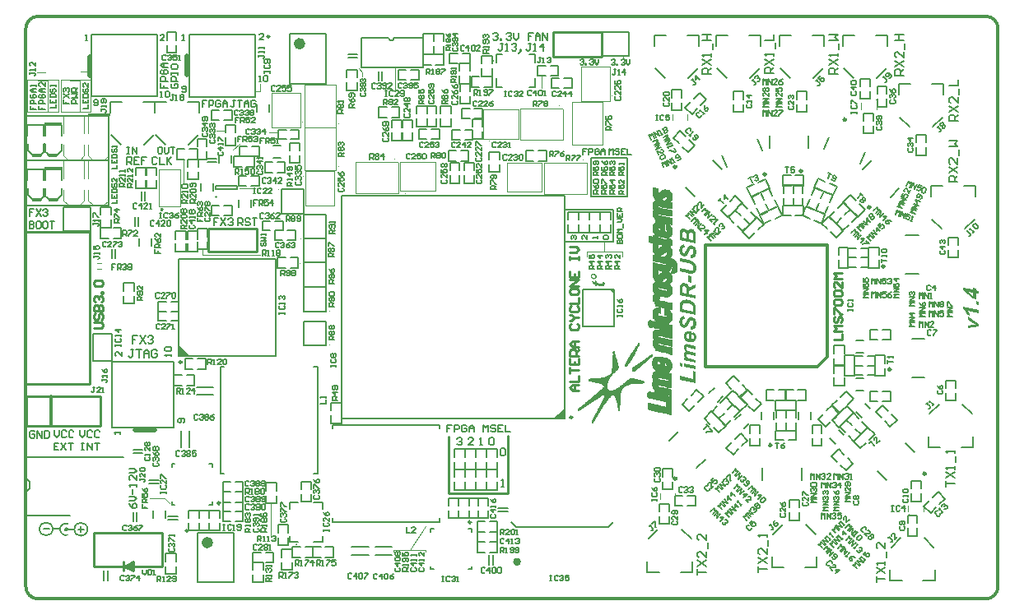
<source format=gto>
G04 Layer_Color=65535*
%FSLAX44Y44*%
%MOMM*%
G71*
G01*
G75*
%ADD11C,0.3500*%
%ADD12C,0.2000*%
%ADD14C,0.3000*%
%ADD16C,0.1500*%
%ADD18C,0.1900*%
%ADD100C,0.4000*%
%ADD102C,0.5000*%
%ADD103C,0.6000*%
%ADD105C,0.2500*%
%ADD106C,0.1000*%
%ADD134C,0.2540*%
%ADD164C,0.1700*%
%ADD175C,0.1270*%
%ADD176C,0.0254*%
%ADD177C,0.0260*%
%ADD178C,0.1800*%
G36*
X677343Y325281D02*
X677512Y325257D01*
X677728Y325233D01*
X677969Y325209D01*
X678209Y325137D01*
X678763Y324992D01*
X679364Y324776D01*
X679652Y324632D01*
X679941Y324463D01*
X680230Y324247D01*
X680494Y324030D01*
X680518Y324006D01*
X680543Y323982D01*
X680615Y323886D01*
X680711Y323790D01*
X680831Y323646D01*
X680951Y323501D01*
X681072Y323309D01*
X681216Y323068D01*
X681360Y322828D01*
X681505Y322539D01*
X681649Y322226D01*
X681793Y321866D01*
X681914Y321505D01*
X682010Y321096D01*
X682106Y320639D01*
X682178Y320182D01*
X682202Y320206D01*
X682274Y320302D01*
X682419Y320422D01*
X682587Y320591D01*
X682828Y320759D01*
X683092Y320975D01*
X683405Y321192D01*
X683742Y321409D01*
X683766Y321432D01*
X683838Y321457D01*
X683934Y321529D01*
X684102Y321601D01*
X684295Y321721D01*
X684536Y321841D01*
X684824Y321986D01*
X685161Y322154D01*
X685522Y322346D01*
X685931Y322539D01*
X686388Y322756D01*
X686893Y322972D01*
X687422Y323213D01*
X687999Y323453D01*
X688601Y323718D01*
X689250Y323982D01*
Y320302D01*
X689226D01*
X689178Y320278D01*
X689106Y320254D01*
X688985Y320206D01*
X688841Y320158D01*
X688649Y320085D01*
X688432Y320013D01*
X688168Y319917D01*
X687879Y319797D01*
X687566Y319677D01*
X687205Y319532D01*
X686821Y319364D01*
X686388Y319195D01*
X685907Y319003D01*
X685401Y318787D01*
X684872Y318546D01*
X684848D01*
X684800Y318522D01*
X684728Y318474D01*
X684608Y318426D01*
X684343Y318281D01*
X684006Y318089D01*
X683645Y317873D01*
X683285Y317632D01*
X682948Y317343D01*
X682828Y317199D01*
X682707Y317055D01*
X682683Y317031D01*
X682659Y316959D01*
X682611Y316838D01*
X682539Y316670D01*
X682467Y316429D01*
X682419Y316141D01*
X682395Y315780D01*
X682371Y315347D01*
Y313952D01*
X689250Y312509D01*
Y309117D01*
X672605Y312605D01*
Y319965D01*
Y319989D01*
Y320061D01*
Y320158D01*
Y320278D01*
Y320446D01*
X672629Y320615D01*
X672653Y321048D01*
X672701Y321529D01*
X672773Y322010D01*
X672869Y322491D01*
X673014Y322924D01*
Y322948D01*
X673038Y322972D01*
X673086Y323092D01*
X673182Y323285D01*
X673326Y323525D01*
X673543Y323814D01*
X673783Y324103D01*
X674096Y324367D01*
X674457Y324632D01*
X674505Y324656D01*
X674649Y324728D01*
X674866Y324848D01*
X675154Y324968D01*
X675515Y325089D01*
X675948Y325209D01*
X676453Y325281D01*
X676983Y325305D01*
X677175D01*
X677343Y325281D01*
D02*
G37*
G36*
X679965Y308131D02*
X680206D01*
X680470Y308107D01*
X680783Y308059D01*
X681120Y308034D01*
X681481Y307962D01*
X681865Y307914D01*
X682659Y307722D01*
X683477Y307457D01*
X683886Y307313D01*
X684295Y307120D01*
X684319D01*
X684391Y307072D01*
X684487Y307024D01*
X684632Y306928D01*
X684824Y306832D01*
X685016Y306712D01*
X685498Y306399D01*
X686027Y306038D01*
X686580Y305581D01*
X687109Y305076D01*
X687614Y304523D01*
Y304499D01*
X687663Y304475D01*
X687711Y304402D01*
X687759Y304306D01*
X687855Y304186D01*
X687927Y304042D01*
X688143Y303681D01*
X688360Y303248D01*
X688601Y302719D01*
X688817Y302117D01*
X689009Y301444D01*
Y301396D01*
X689034Y301324D01*
X689058Y301251D01*
Y301131D01*
X689082Y300987D01*
X689106Y300818D01*
X689130Y300626D01*
X689154Y300410D01*
X689178Y300169D01*
X689202Y299904D01*
Y299592D01*
X689226Y299279D01*
X689250Y298918D01*
Y298557D01*
Y298148D01*
Y292279D01*
X672605Y295767D01*
Y300241D01*
Y300265D01*
Y300313D01*
Y300410D01*
Y300554D01*
Y300698D01*
Y300867D01*
Y301251D01*
X672629Y301660D01*
Y302069D01*
X672653Y302406D01*
Y302526D01*
X672677Y302647D01*
Y302670D01*
Y302695D01*
X672701Y302815D01*
X672725Y303007D01*
X672773Y303272D01*
X672821Y303561D01*
X672893Y303873D01*
X673110Y304499D01*
X673134Y304547D01*
X673158Y304643D01*
X673230Y304787D01*
X673326Y305004D01*
X673471Y305220D01*
X673615Y305485D01*
X673783Y305725D01*
X674000Y305990D01*
X674024Y306014D01*
X674096Y306110D01*
X674216Y306231D01*
X674385Y306399D01*
X674577Y306567D01*
X674818Y306760D01*
X675082Y306952D01*
X675371Y307145D01*
X675395Y307169D01*
X675515Y307217D01*
X675684Y307313D01*
X675900Y307409D01*
X676165Y307529D01*
X676477Y307674D01*
X676838Y307794D01*
X677223Y307890D01*
X677271Y307914D01*
X677415Y307938D01*
X677632Y307986D01*
X677897Y308034D01*
X678233Y308083D01*
X678642Y308107D01*
X679051Y308155D01*
X679773D01*
X679965Y308131D01*
D02*
G37*
G36*
X677488Y288238D02*
X677440D01*
X677295Y288214D01*
X677079Y288142D01*
X676814Y288070D01*
X676525Y287950D01*
X676213Y287805D01*
X675924Y287613D01*
X675660Y287348D01*
X675636Y287324D01*
X675563Y287204D01*
X675443Y287036D01*
X675323Y286795D01*
X675227Y286506D01*
X675106Y286122D01*
X675034Y285665D01*
X675010Y285159D01*
Y285135D01*
Y285087D01*
Y285015D01*
Y284919D01*
X675034Y284678D01*
X675082Y284366D01*
X675130Y284053D01*
X675227Y283716D01*
X675347Y283403D01*
X675515Y283139D01*
X675539Y283115D01*
X675611Y283043D01*
X675708Y282946D01*
X675852Y282850D01*
X676044Y282730D01*
X676261Y282634D01*
X676525Y282562D01*
X676790Y282537D01*
X676910D01*
X677031Y282562D01*
X677199Y282610D01*
X677392Y282682D01*
X677584Y282778D01*
X677776Y282898D01*
X677969Y283091D01*
X677993Y283115D01*
X678065Y283211D01*
X678161Y283355D01*
X678306Y283596D01*
X678402Y283764D01*
X678498Y283933D01*
X678618Y284125D01*
X678738Y284366D01*
X678859Y284606D01*
X679003Y284895D01*
X679147Y285208D01*
X679292Y285544D01*
X679316Y285568D01*
X679340Y285665D01*
X679412Y285809D01*
X679484Y286001D01*
X679604Y286242D01*
X679725Y286506D01*
X680013Y287084D01*
X680326Y287709D01*
X680663Y288310D01*
X680831Y288599D01*
X681000Y288840D01*
X681168Y289056D01*
X681312Y289224D01*
X681336Y289249D01*
X681360Y289273D01*
X681432Y289345D01*
X681505Y289417D01*
X681769Y289609D01*
X682106Y289826D01*
X682515Y290042D01*
X683020Y290211D01*
X683597Y290355D01*
X683886Y290379D01*
X684223Y290403D01*
X684439D01*
X684584Y290379D01*
X684776Y290355D01*
X685016Y290307D01*
X685257Y290259D01*
X685522Y290187D01*
X685810Y290090D01*
X686123Y289970D01*
X686436Y289826D01*
X686748Y289657D01*
X687061Y289465D01*
X687398Y289224D01*
X687686Y288960D01*
X687999Y288647D01*
X688023Y288623D01*
X688071Y288575D01*
X688143Y288455D01*
X688240Y288335D01*
X688360Y288142D01*
X688504Y287926D01*
X688625Y287685D01*
X688769Y287372D01*
X688937Y287060D01*
X689058Y286699D01*
X689202Y286290D01*
X689322Y285857D01*
X689418Y285400D01*
X689491Y284895D01*
X689539Y284366D01*
X689563Y283788D01*
Y283764D01*
Y283692D01*
Y283572D01*
Y283428D01*
X689539Y283235D01*
X689515Y283019D01*
Y282778D01*
X689466Y282514D01*
X689394Y281936D01*
X689274Y281311D01*
X689106Y280661D01*
X688865Y280060D01*
Y280036D01*
X688841Y279988D01*
X688793Y279916D01*
X688721Y279795D01*
X688577Y279531D01*
X688336Y279194D01*
X688071Y278833D01*
X687711Y278472D01*
X687326Y278136D01*
X686869Y277847D01*
X686845D01*
X686821Y277823D01*
X686748Y277799D01*
X686628Y277751D01*
X686508Y277703D01*
X686364Y277655D01*
X686003Y277534D01*
X685570Y277414D01*
X685065Y277318D01*
X684511Y277270D01*
X683910Y277246D01*
X683718Y280517D01*
X683862D01*
X683958Y280541D01*
X684247Y280565D01*
X684559Y280613D01*
X684920Y280661D01*
X685281Y280758D01*
X685594Y280878D01*
X685834Y281046D01*
X685882Y281094D01*
X685979Y281190D01*
X686099Y281383D01*
X686267Y281672D01*
X686339Y281840D01*
X686436Y282056D01*
X686508Y282273D01*
X686556Y282537D01*
X686628Y282802D01*
X686652Y283115D01*
X686700Y283452D01*
Y283812D01*
Y283836D01*
Y283885D01*
Y283981D01*
Y284077D01*
X686676Y284221D01*
Y284390D01*
X686628Y284750D01*
X686556Y285135D01*
X686436Y285544D01*
X686291Y285929D01*
X686099Y286242D01*
X686075Y286266D01*
X686003Y286362D01*
X685858Y286482D01*
X685690Y286627D01*
X685474Y286771D01*
X685233Y286891D01*
X684968Y286987D01*
X684656Y287012D01*
X684536D01*
X684391Y286987D01*
X684223Y286939D01*
X684030Y286867D01*
X683814Y286747D01*
X683597Y286603D01*
X683405Y286386D01*
X683381Y286362D01*
X683333Y286290D01*
X683237Y286146D01*
X683116Y285929D01*
X683020Y285785D01*
X682924Y285616D01*
X682828Y285424D01*
X682731Y285208D01*
X682611Y284943D01*
X682467Y284678D01*
X682322Y284342D01*
X682178Y284005D01*
Y283981D01*
X682130Y283909D01*
X682106Y283812D01*
X682034Y283692D01*
X681962Y283524D01*
X681889Y283331D01*
X681697Y282922D01*
X681457Y282465D01*
X681240Y281984D01*
X681000Y281551D01*
X680879Y281335D01*
X680783Y281166D01*
X680759Y281118D01*
X680687Y281022D01*
X680543Y280854D01*
X680374Y280661D01*
X680182Y280445D01*
X679917Y280204D01*
X679629Y279988D01*
X679316Y279771D01*
X679268Y279747D01*
X679147Y279699D01*
X678955Y279603D01*
X678714Y279531D01*
X678402Y279435D01*
X678041Y279338D01*
X677632Y279290D01*
X677199Y279266D01*
X676983D01*
X676838Y279290D01*
X676670Y279314D01*
X676453Y279338D01*
X676213Y279387D01*
X675972Y279459D01*
X675419Y279627D01*
X675130Y279771D01*
X674818Y279916D01*
X674529Y280084D01*
X674240Y280277D01*
X673952Y280517D01*
X673687Y280782D01*
X673663Y280806D01*
X673615Y280854D01*
X673567Y280950D01*
X673471Y281070D01*
X673374Y281215D01*
X673254Y281407D01*
X673110Y281647D01*
X672990Y281912D01*
X672869Y282201D01*
X672725Y282514D01*
X672605Y282874D01*
X672509Y283283D01*
X672412Y283716D01*
X672340Y284173D01*
X672316Y284654D01*
X672292Y285183D01*
Y285208D01*
Y285304D01*
Y285472D01*
X672316Y285665D01*
X672340Y285905D01*
X672364Y286194D01*
X672412Y286506D01*
X672460Y286843D01*
X672629Y287589D01*
X672749Y287974D01*
X672869Y288335D01*
X673038Y288719D01*
X673230Y289080D01*
X673447Y289417D01*
X673687Y289730D01*
X673711Y289754D01*
X673759Y289802D01*
X673831Y289874D01*
X673928Y289994D01*
X674072Y290114D01*
X674240Y290259D01*
X674433Y290403D01*
X674649Y290547D01*
X674914Y290716D01*
X675179Y290884D01*
X675491Y291028D01*
X675804Y291173D01*
X676165Y291293D01*
X676525Y291389D01*
X676935Y291462D01*
X677343Y291510D01*
X677488Y288238D01*
D02*
G37*
G36*
X684824Y332136D02*
Y325810D01*
X681673Y326436D01*
Y332762D01*
X684824Y332136D01*
D02*
G37*
G36*
X677151Y381399D02*
X677488Y381351D01*
X677849Y381254D01*
X678257Y381110D01*
X678666Y380918D01*
X679075Y380653D01*
X679123Y380629D01*
X679244Y380509D01*
X679412Y380316D01*
X679652Y380076D01*
X679893Y379739D01*
X680158Y379330D01*
X680398Y378849D01*
X680615Y378272D01*
Y378296D01*
X680639Y378320D01*
X680663Y378392D01*
X680687Y378488D01*
X680759Y378729D01*
X680903Y379017D01*
X681072Y379330D01*
X681288Y379667D01*
X681553Y380004D01*
X681865Y380292D01*
X681914Y380316D01*
X682010Y380412D01*
X682202Y380533D01*
X682443Y380653D01*
X682756Y380797D01*
X683092Y380894D01*
X683477Y380990D01*
X683886Y381014D01*
X684030D01*
X684151Y380990D01*
X684271D01*
X684439Y380966D01*
X684800Y380918D01*
X685257Y380797D01*
X685738Y380653D01*
X686243Y380437D01*
X686748Y380148D01*
X686773D01*
X686796Y380100D01*
X686869Y380052D01*
X686965Y380004D01*
X687205Y379811D01*
X687494Y379547D01*
X687807Y379210D01*
X688120Y378801D01*
X688408Y378320D01*
X688673Y377791D01*
Y377766D01*
X688697Y377718D01*
X688721Y377646D01*
X688769Y377526D01*
X688817Y377358D01*
X688865Y377189D01*
X688913Y376973D01*
X688961Y376732D01*
X689009Y376443D01*
X689058Y376131D01*
X689106Y375794D01*
X689154Y375433D01*
X689202Y375048D01*
X689226Y374616D01*
X689250Y374183D01*
Y373701D01*
Y365860D01*
X672605Y369348D01*
Y375024D01*
Y375048D01*
Y375097D01*
Y375193D01*
Y375337D01*
Y375481D01*
Y375650D01*
X672629Y376035D01*
Y376468D01*
X672653Y376901D01*
X672677Y377285D01*
X672701Y377478D01*
X672725Y377622D01*
Y377646D01*
Y377670D01*
X672749Y377839D01*
X672797Y378055D01*
X672869Y378344D01*
X672966Y378657D01*
X673086Y379017D01*
X673230Y379354D01*
X673423Y379691D01*
X673447Y379739D01*
X673519Y379835D01*
X673639Y379980D01*
X673783Y380172D01*
X673976Y380388D01*
X674216Y380605D01*
X674481Y380821D01*
X674794Y380990D01*
X674842Y381014D01*
X674938Y381062D01*
X675106Y381134D01*
X675347Y381230D01*
X675611Y381302D01*
X675948Y381375D01*
X676285Y381423D01*
X676670Y381447D01*
X676910D01*
X677151Y381399D01*
D02*
G37*
G36*
X677488Y361867D02*
X677440D01*
X677295Y361843D01*
X677079Y361771D01*
X676814Y361699D01*
X676525Y361578D01*
X676213Y361434D01*
X675924Y361241D01*
X675660Y360977D01*
X675636Y360953D01*
X675563Y360833D01*
X675443Y360664D01*
X675323Y360424D01*
X675227Y360135D01*
X675106Y359750D01*
X675034Y359293D01*
X675010Y358788D01*
Y358764D01*
Y358716D01*
Y358644D01*
Y358548D01*
X675034Y358307D01*
X675082Y357994D01*
X675130Y357682D01*
X675227Y357345D01*
X675347Y357032D01*
X675515Y356768D01*
X675539Y356744D01*
X675611Y356671D01*
X675708Y356575D01*
X675852Y356479D01*
X676044Y356359D01*
X676261Y356262D01*
X676525Y356190D01*
X676790Y356166D01*
X676910D01*
X677031Y356190D01*
X677199Y356238D01*
X677392Y356311D01*
X677584Y356407D01*
X677776Y356527D01*
X677969Y356719D01*
X677993Y356744D01*
X678065Y356840D01*
X678161Y356984D01*
X678306Y357225D01*
X678402Y357393D01*
X678498Y357561D01*
X678618Y357754D01*
X678738Y357994D01*
X678859Y358235D01*
X679003Y358523D01*
X679147Y358836D01*
X679292Y359173D01*
X679316Y359197D01*
X679340Y359293D01*
X679412Y359437D01*
X679484Y359630D01*
X679604Y359870D01*
X679725Y360135D01*
X680013Y360712D01*
X680326Y361338D01*
X680663Y361939D01*
X680831Y362228D01*
X681000Y362468D01*
X681168Y362685D01*
X681312Y362853D01*
X681336Y362877D01*
X681360Y362901D01*
X681432Y362973D01*
X681505Y363046D01*
X681769Y363238D01*
X682106Y363455D01*
X682515Y363671D01*
X683020Y363839D01*
X683597Y363984D01*
X683886Y364008D01*
X684223Y364032D01*
X684439D01*
X684584Y364008D01*
X684776Y363984D01*
X685016Y363936D01*
X685257Y363887D01*
X685522Y363815D01*
X685810Y363719D01*
X686123Y363599D01*
X686436Y363455D01*
X686748Y363286D01*
X687061Y363094D01*
X687398Y362853D01*
X687686Y362589D01*
X687999Y362276D01*
X688023Y362252D01*
X688071Y362204D01*
X688143Y362083D01*
X688240Y361963D01*
X688360Y361771D01*
X688504Y361554D01*
X688625Y361314D01*
X688769Y361001D01*
X688937Y360688D01*
X689058Y360327D01*
X689202Y359919D01*
X689322Y359486D01*
X689418Y359029D01*
X689491Y358523D01*
X689539Y357994D01*
X689563Y357417D01*
Y357393D01*
Y357321D01*
Y357201D01*
Y357056D01*
X689539Y356864D01*
X689515Y356647D01*
Y356407D01*
X689466Y356142D01*
X689394Y355565D01*
X689274Y354939D01*
X689106Y354290D01*
X688865Y353689D01*
Y353665D01*
X688841Y353616D01*
X688793Y353544D01*
X688721Y353424D01*
X688577Y353159D01*
X688336Y352823D01*
X688071Y352462D01*
X687711Y352101D01*
X687326Y351764D01*
X686869Y351476D01*
X686845D01*
X686821Y351452D01*
X686748Y351428D01*
X686628Y351380D01*
X686508Y351331D01*
X686364Y351283D01*
X686003Y351163D01*
X685570Y351043D01*
X685065Y350947D01*
X684511Y350898D01*
X683910Y350874D01*
X683718Y354146D01*
X683862D01*
X683958Y354170D01*
X684247Y354194D01*
X684559Y354242D01*
X684920Y354290D01*
X685281Y354386D01*
X685594Y354506D01*
X685834Y354675D01*
X685882Y354723D01*
X685979Y354819D01*
X686099Y355012D01*
X686267Y355300D01*
X686339Y355469D01*
X686436Y355685D01*
X686508Y355902D01*
X686556Y356166D01*
X686628Y356431D01*
X686652Y356744D01*
X686700Y357080D01*
Y357441D01*
Y357465D01*
Y357513D01*
Y357609D01*
Y357706D01*
X686676Y357850D01*
Y358018D01*
X686628Y358379D01*
X686556Y358764D01*
X686436Y359173D01*
X686291Y359558D01*
X686099Y359870D01*
X686075Y359894D01*
X686003Y359991D01*
X685858Y360111D01*
X685690Y360255D01*
X685474Y360400D01*
X685233Y360520D01*
X684968Y360616D01*
X684656Y360640D01*
X684536D01*
X684391Y360616D01*
X684223Y360568D01*
X684030Y360496D01*
X683814Y360376D01*
X683597Y360231D01*
X683405Y360015D01*
X683381Y359991D01*
X683333Y359919D01*
X683237Y359774D01*
X683116Y359558D01*
X683020Y359413D01*
X682924Y359245D01*
X682828Y359053D01*
X682731Y358836D01*
X682611Y358572D01*
X682467Y358307D01*
X682322Y357970D01*
X682178Y357634D01*
Y357609D01*
X682130Y357537D01*
X682106Y357441D01*
X682034Y357321D01*
X681962Y357152D01*
X681889Y356960D01*
X681697Y356551D01*
X681457Y356094D01*
X681240Y355613D01*
X681000Y355180D01*
X680879Y354963D01*
X680783Y354795D01*
X680759Y354747D01*
X680687Y354651D01*
X680543Y354482D01*
X680374Y354290D01*
X680182Y354073D01*
X679917Y353833D01*
X679629Y353616D01*
X679316Y353400D01*
X679268Y353376D01*
X679147Y353328D01*
X678955Y353232D01*
X678714Y353159D01*
X678402Y353063D01*
X678041Y352967D01*
X677632Y352919D01*
X677199Y352895D01*
X676983D01*
X676838Y352919D01*
X676670Y352943D01*
X676453Y352967D01*
X676213Y353015D01*
X675972Y353087D01*
X675419Y353256D01*
X675130Y353400D01*
X674818Y353544D01*
X674529Y353713D01*
X674240Y353905D01*
X673952Y354146D01*
X673687Y354410D01*
X673663Y354434D01*
X673615Y354482D01*
X673567Y354579D01*
X673471Y354699D01*
X673374Y354843D01*
X673254Y355036D01*
X673110Y355276D01*
X672990Y355541D01*
X672869Y355829D01*
X672725Y356142D01*
X672605Y356503D01*
X672509Y356912D01*
X672412Y357345D01*
X672340Y357802D01*
X672316Y358283D01*
X672292Y358812D01*
Y358836D01*
Y358932D01*
Y359101D01*
X672316Y359293D01*
X672340Y359534D01*
X672364Y359822D01*
X672412Y360135D01*
X672460Y360472D01*
X672629Y361217D01*
X672749Y361602D01*
X672869Y361963D01*
X673038Y362348D01*
X673230Y362709D01*
X673447Y363046D01*
X673687Y363358D01*
X673711Y363382D01*
X673759Y363430D01*
X673831Y363503D01*
X673928Y363623D01*
X674072Y363743D01*
X674240Y363887D01*
X674433Y364032D01*
X674649Y364176D01*
X674914Y364344D01*
X675179Y364513D01*
X675491Y364657D01*
X675804Y364801D01*
X676165Y364922D01*
X676525Y365018D01*
X676935Y365090D01*
X677343Y365138D01*
X677488Y361867D01*
D02*
G37*
G36*
X682034Y348998D02*
X682058D01*
X682154Y348974D01*
X682299Y348950D01*
X682491Y348902D01*
X682731Y348830D01*
X682996Y348758D01*
X683285Y348685D01*
X683597Y348589D01*
X684271Y348397D01*
X684993Y348156D01*
X685666Y347868D01*
X685979Y347723D01*
X686267Y347579D01*
X686291D01*
X686339Y347531D01*
X686412Y347483D01*
X686508Y347435D01*
X686773Y347242D01*
X687109Y346954D01*
X687494Y346617D01*
X687879Y346184D01*
X688288Y345679D01*
X688649Y345101D01*
Y345077D01*
X688697Y345029D01*
X688721Y344933D01*
X688793Y344813D01*
X688865Y344644D01*
X688937Y344452D01*
X689009Y344235D01*
X689106Y343971D01*
X689202Y343682D01*
X689274Y343370D01*
X689346Y343033D01*
X689418Y342672D01*
X689466Y342287D01*
X689515Y341854D01*
X689563Y340964D01*
Y340940D01*
Y340820D01*
Y340676D01*
X689539Y340459D01*
X689515Y340219D01*
X689491Y339930D01*
X689442Y339593D01*
X689394Y339256D01*
X689226Y338511D01*
X689106Y338102D01*
X688961Y337717D01*
X688793Y337356D01*
X688601Y336995D01*
X688384Y336634D01*
X688143Y336322D01*
X688120Y336298D01*
X688071Y336250D01*
X687999Y336177D01*
X687879Y336081D01*
X687735Y335961D01*
X687566Y335817D01*
X687374Y335672D01*
X687133Y335528D01*
X686893Y335384D01*
X686604Y335239D01*
X686315Y335095D01*
X685979Y334975D01*
X685642Y334879D01*
X685257Y334806D01*
X684872Y334758D01*
X684463Y334734D01*
X684391D01*
X684295Y334758D01*
X684175D01*
X684006Y334782D01*
X683838Y334806D01*
X683453Y334855D01*
X683429D01*
X683381Y334879D01*
X683237D01*
X683068Y334927D01*
X682779Y334975D01*
X682611Y334999D01*
X682419Y335047D01*
X682202Y335095D01*
X681962Y335143D01*
X681697Y335191D01*
X681384Y335263D01*
X672605Y337236D01*
Y340627D01*
X681673Y338655D01*
X683886Y338150D01*
X683934D01*
X684078Y338126D01*
X684319Y338102D01*
X684608Y338054D01*
X684656D01*
X684752Y338078D01*
X684920Y338102D01*
X685137Y338150D01*
X685377Y338246D01*
X685642Y338390D01*
X685882Y338559D01*
X686123Y338823D01*
X686147Y338871D01*
X686219Y338968D01*
X686315Y339160D01*
X686412Y339401D01*
X686508Y339737D01*
X686604Y340122D01*
X686676Y340579D01*
X686700Y341109D01*
Y341133D01*
Y341181D01*
Y341229D01*
Y341325D01*
X686676Y341590D01*
X686652Y341902D01*
X686580Y342239D01*
X686508Y342600D01*
X686388Y342985D01*
X686243Y343321D01*
X686219Y343370D01*
X686147Y343466D01*
X686051Y343634D01*
X685907Y343827D01*
X685714Y344043D01*
X685474Y344284D01*
X685185Y344500D01*
X684872Y344692D01*
X684824Y344717D01*
X684680Y344765D01*
X684584Y344813D01*
X684463Y344861D01*
X684295Y344933D01*
X684127Y345005D01*
X683910Y345053D01*
X683694Y345150D01*
X683429Y345222D01*
X683140Y345294D01*
X682828Y345390D01*
X682491Y345486D01*
X682130Y345559D01*
X681721Y345655D01*
X672605Y347579D01*
Y350995D01*
X682034Y348998D01*
D02*
G37*
G36*
X689250Y234430D02*
Y222499D01*
X672605Y225987D01*
Y229403D01*
X686460Y226492D01*
Y235007D01*
X689250Y234430D01*
D02*
G37*
G36*
X587366Y327452D02*
Y325840D01*
X591485Y324985D01*
X591524D01*
X591583Y324965D01*
X591660Y324946D01*
X591835Y324907D01*
X592049Y324868D01*
X592282Y324829D01*
X592477Y324790D01*
X592651Y324771D01*
X592710Y324752D01*
X592787D01*
X592923Y324771D01*
X593059Y324829D01*
X593215Y324926D01*
Y324946D01*
X593234Y324965D01*
X593273Y325024D01*
X593293Y325082D01*
X593331Y325179D01*
X593370Y325315D01*
X593390Y325471D01*
Y325645D01*
Y325684D01*
Y325742D01*
X593370Y325820D01*
Y325937D01*
X593351Y326092D01*
X593331Y326287D01*
X593312Y326520D01*
X595255Y326112D01*
Y326073D01*
X595275Y325995D01*
X595294Y325859D01*
X595333Y325684D01*
X595352Y325471D01*
X595391Y325237D01*
X595411Y324713D01*
Y324693D01*
Y324654D01*
Y324577D01*
Y324479D01*
X595391Y324363D01*
Y324246D01*
X595352Y323935D01*
X595275Y323605D01*
X595197Y323255D01*
X595061Y322944D01*
X594886Y322672D01*
X594866Y322653D01*
X594789Y322575D01*
X594653Y322478D01*
X594497Y322361D01*
X594284Y322245D01*
X594012Y322148D01*
X593720Y322070D01*
X593370Y322051D01*
X593273D01*
X593137Y322070D01*
X592943Y322090D01*
X592807Y322109D01*
X592671Y322128D01*
X592496Y322167D01*
X592302Y322206D01*
X592088Y322245D01*
X591855Y322284D01*
X591583Y322342D01*
X591291Y322400D01*
X587366Y323236D01*
Y321934D01*
X585404Y322342D01*
Y323624D01*
X583849Y323935D01*
X582042Y326928D01*
X585404Y326248D01*
Y327860D01*
X587366Y327452D01*
D02*
G37*
G36*
X584047Y335022D02*
X584170Y335011D01*
X584303Y334989D01*
X584458Y334955D01*
X584625Y334922D01*
X584802Y334878D01*
X584991Y334822D01*
X585191Y334756D01*
X585379Y334667D01*
X585579Y334567D01*
X585779Y334456D01*
X585979Y334323D01*
X586167Y334167D01*
X586179Y334156D01*
X586212Y334123D01*
X586256Y334078D01*
X586323Y334012D01*
X586390Y333923D01*
X586478Y333812D01*
X586567Y333690D01*
X586656Y333557D01*
X586745Y333390D01*
X586833Y333224D01*
X586922Y333035D01*
X586989Y332824D01*
X587056Y332602D01*
X587100Y332369D01*
X587133Y332114D01*
X587144Y331847D01*
Y331836D01*
Y331814D01*
Y331770D01*
Y331714D01*
X587133Y331648D01*
X587122Y331570D01*
X587100Y331381D01*
X587067Y331159D01*
X587011Y330926D01*
X586933Y330682D01*
X586833Y330449D01*
Y330438D01*
X586822Y330427D01*
X586800Y330393D01*
X586778Y330349D01*
X586700Y330238D01*
X586600Y330105D01*
X586478Y329960D01*
X586323Y329805D01*
X586145Y329661D01*
X585946Y329539D01*
X585934D01*
X585923Y329528D01*
X585890Y329516D01*
X585846Y329494D01*
X585723Y329450D01*
X585568Y329394D01*
X585391Y329339D01*
X585180Y329294D01*
X584947Y329261D01*
X584702Y329250D01*
X584636D01*
X584558Y329261D01*
X584447D01*
X584314Y329272D01*
X584170Y329294D01*
X583992Y329328D01*
X583814Y329361D01*
X583626Y329405D01*
X583426Y329461D01*
X583215Y329528D01*
X583015Y329616D01*
X582804Y329716D01*
X582604Y329827D01*
X582416Y329960D01*
X582238Y330116D01*
X582227Y330127D01*
X582194Y330160D01*
X582149Y330205D01*
X582094Y330271D01*
X582016Y330360D01*
X581939Y330471D01*
X581861Y330593D01*
X581772Y330737D01*
X581683Y330893D01*
X581605Y331059D01*
X581517Y331248D01*
X581450Y331459D01*
X581395Y331670D01*
X581350Y331903D01*
X581317Y332158D01*
X581306Y332413D01*
Y332425D01*
Y332469D01*
Y332536D01*
X581317Y332613D01*
X581328Y332724D01*
X581339Y332835D01*
X581361Y332968D01*
X581395Y333113D01*
X581472Y333424D01*
X581528Y333579D01*
X581594Y333745D01*
X581672Y333901D01*
X581772Y334056D01*
X581872Y334201D01*
X581994Y334334D01*
X582005Y334345D01*
X582027Y334367D01*
X582061Y334400D01*
X582116Y334445D01*
X582183Y334500D01*
X582271Y334556D01*
X582360Y334622D01*
X582471Y334689D01*
X582604Y334744D01*
X582738Y334811D01*
X582893Y334866D01*
X583049Y334922D01*
X583226Y334966D01*
X583415Y335000D01*
X583615Y335022D01*
X583825Y335033D01*
X583959D01*
X584047Y335022D01*
D02*
G37*
G36*
X689250Y239842D02*
Y236619D01*
X677175Y239144D01*
Y242392D01*
X689250Y239842D01*
D02*
G37*
G36*
X682828Y275730D02*
X683164Y275706D01*
X683525Y275658D01*
X684247Y275514D01*
Y267335D01*
X684367D01*
X684463Y267311D01*
X684752D01*
X684968Y267360D01*
X685257Y267408D01*
X685570Y267480D01*
X685882Y267600D01*
X686219Y267768D01*
X686508Y267985D01*
X686532Y268009D01*
X686628Y268105D01*
X686724Y268250D01*
X686869Y268466D01*
X686989Y268707D01*
X687109Y268995D01*
X687205Y269332D01*
X687230Y269693D01*
Y269717D01*
Y269765D01*
Y269861D01*
X687205Y269957D01*
X687181Y270102D01*
X687133Y270270D01*
X687013Y270631D01*
X686941Y270823D01*
X686821Y271040D01*
X686676Y271256D01*
X686508Y271449D01*
X686315Y271665D01*
X686099Y271882D01*
X685834Y272074D01*
X685546Y272243D01*
X686027Y275153D01*
X686051D01*
X686099Y275105D01*
X686195Y275057D01*
X686315Y274985D01*
X686460Y274912D01*
X686628Y274792D01*
X687037Y274552D01*
X687470Y274215D01*
X687903Y273806D01*
X688336Y273349D01*
X688697Y272844D01*
Y272820D01*
X688745Y272772D01*
X688769Y272700D01*
X688841Y272603D01*
X688889Y272459D01*
X688961Y272315D01*
X689130Y271906D01*
X689298Y271449D01*
X689418Y270896D01*
X689515Y270318D01*
X689563Y269669D01*
Y269645D01*
Y269573D01*
Y269428D01*
X689539Y269260D01*
X689515Y269043D01*
X689491Y268803D01*
X689442Y268538D01*
X689370Y268250D01*
X689178Y267624D01*
X689058Y267287D01*
X688913Y266951D01*
X688745Y266638D01*
X688528Y266301D01*
X688288Y265989D01*
X688023Y265700D01*
X687999Y265676D01*
X687951Y265628D01*
X687855Y265555D01*
X687735Y265459D01*
X687590Y265339D01*
X687398Y265219D01*
X687181Y265075D01*
X686941Y264954D01*
X686652Y264810D01*
X686364Y264666D01*
X686027Y264545D01*
X685666Y264425D01*
X685281Y264329D01*
X684848Y264257D01*
X684415Y264209D01*
X683958Y264184D01*
X683718D01*
X683549Y264209D01*
X683333Y264233D01*
X683068Y264257D01*
X682779Y264305D01*
X682467Y264353D01*
X681793Y264521D01*
X681432Y264641D01*
X681048Y264762D01*
X680663Y264930D01*
X680278Y265098D01*
X679893Y265315D01*
X679532Y265555D01*
X679508Y265580D01*
X679412Y265652D01*
X679292Y265748D01*
X679123Y265892D01*
X678931Y266109D01*
X678690Y266325D01*
X678474Y266614D01*
X678209Y266927D01*
X677969Y267287D01*
X677728Y267696D01*
X677512Y268129D01*
X677319Y268610D01*
X677151Y269116D01*
X677031Y269669D01*
X676935Y270270D01*
X676910Y270896D01*
Y270919D01*
Y270992D01*
Y271112D01*
X676935Y271256D01*
X676958Y271449D01*
X676983Y271665D01*
X677031Y271906D01*
X677079Y272170D01*
X677247Y272748D01*
X677343Y273036D01*
X677488Y273325D01*
X677656Y273613D01*
X677824Y273902D01*
X678041Y274167D01*
X678281Y274431D01*
X678306Y274455D01*
X678354Y274480D01*
X678426Y274552D01*
X678522Y274648D01*
X678666Y274744D01*
X678835Y274840D01*
X679051Y274961D01*
X679268Y275105D01*
X679532Y275225D01*
X679821Y275345D01*
X680134Y275442D01*
X680494Y275538D01*
X680855Y275634D01*
X681264Y275706D01*
X681673Y275730D01*
X682130Y275754D01*
X682563D01*
X682828Y275730D01*
D02*
G37*
G36*
X680037Y262404D02*
X680254Y262380D01*
X680543Y262356D01*
X680927Y262284D01*
X681384Y262212D01*
X681914Y262092D01*
X689250Y260504D01*
Y257281D01*
X681914Y258845D01*
X681889D01*
X681841Y258869D01*
X681793D01*
X681697Y258893D01*
X681457Y258941D01*
X681192Y258989D01*
X680927Y259037D01*
X680663Y259085D01*
X680470Y259133D01*
X680254D01*
X680182Y259109D01*
X680061Y259085D01*
X679797Y259013D01*
X679677Y258917D01*
X679556Y258820D01*
X679532Y258796D01*
X679508Y258772D01*
X679460Y258700D01*
X679388Y258604D01*
X679340Y258484D01*
X679292Y258315D01*
X679268Y258147D01*
X679244Y257931D01*
Y257906D01*
Y257882D01*
Y257810D01*
X679268Y257714D01*
X679316Y257473D01*
X679412Y257185D01*
X679556Y256848D01*
X679797Y256463D01*
X679941Y256271D01*
X680110Y256078D01*
X680302Y255910D01*
X680543Y255718D01*
X680591Y255693D01*
X680639Y255645D01*
X680711Y255597D01*
X680831Y255549D01*
X680951Y255477D01*
X681120Y255381D01*
X681288Y255309D01*
X681505Y255212D01*
X681745Y255116D01*
X682010Y255020D01*
X682299Y254924D01*
X682611Y254804D01*
X682972Y254707D01*
X683357Y254611D01*
X683790Y254515D01*
X689250Y253360D01*
Y250137D01*
X681986Y251652D01*
X681962D01*
X681938Y251677D01*
X681769Y251700D01*
X681553Y251749D01*
X681312Y251797D01*
X681024Y251845D01*
X680759Y251869D01*
X680518Y251917D01*
X680278D01*
X680182Y251893D01*
X680061Y251869D01*
X679821Y251773D01*
X679677Y251700D01*
X679556Y251580D01*
X679532Y251556D01*
X679508Y251532D01*
X679460Y251460D01*
X679388Y251364D01*
X679340Y251220D01*
X679292Y251075D01*
X679268Y250907D01*
X679244Y250690D01*
Y250666D01*
Y250594D01*
X679268Y250498D01*
X679292Y250354D01*
X679316Y250185D01*
X679388Y249993D01*
X679460Y249800D01*
X679580Y249584D01*
X679604Y249560D01*
X679629Y249488D01*
X679701Y249367D01*
X679797Y249247D01*
X679917Y249079D01*
X680086Y248910D01*
X680254Y248742D01*
X680446Y248573D01*
X680470Y248549D01*
X680543Y248501D01*
X680663Y248429D01*
X680831Y248333D01*
X681024Y248213D01*
X681288Y248092D01*
X681553Y247972D01*
X681865Y247852D01*
X681889D01*
X681962Y247828D01*
X682082Y247780D01*
X682250Y247732D01*
X682491Y247684D01*
X682828Y247587D01*
X683213Y247491D01*
X683453Y247443D01*
X683718Y247371D01*
X689250Y246216D01*
Y242993D01*
X677175Y245519D01*
Y248573D01*
X678642Y248285D01*
X678618Y248309D01*
X678570Y248357D01*
X678474Y248453D01*
X678378Y248598D01*
X678233Y248766D01*
X678089Y248958D01*
X677945Y249175D01*
X677776Y249440D01*
X677464Y250017D01*
X677175Y250642D01*
X677079Y251003D01*
X676983Y251340D01*
X676935Y251725D01*
X676910Y252085D01*
Y252110D01*
Y252158D01*
Y252206D01*
Y252302D01*
X676935Y252567D01*
X676983Y252855D01*
X677055Y253192D01*
X677151Y253553D01*
X677295Y253889D01*
X677488Y254178D01*
X677512Y254202D01*
X677584Y254298D01*
X677728Y254419D01*
X677897Y254587D01*
X678113Y254731D01*
X678402Y254900D01*
X678690Y255044D01*
X679051Y255140D01*
X679003Y255164D01*
X678907Y255261D01*
X678738Y255405D01*
X678522Y255597D01*
X678281Y255862D01*
X678041Y256150D01*
X677776Y256511D01*
X677536Y256920D01*
Y256944D01*
X677512Y256968D01*
X677488Y257041D01*
X677440Y257137D01*
X677343Y257353D01*
X677223Y257666D01*
X677103Y258027D01*
X677007Y258460D01*
X676935Y258893D01*
X676910Y259374D01*
Y259398D01*
Y259446D01*
Y259518D01*
Y259614D01*
X676958Y259879D01*
X677007Y260191D01*
X677103Y260552D01*
X677247Y260937D01*
X677440Y261298D01*
X677704Y261611D01*
X677728Y261635D01*
X677849Y261731D01*
X678017Y261875D01*
X678257Y262020D01*
X678546Y262164D01*
X678883Y262308D01*
X679292Y262404D01*
X679749Y262428D01*
X679869D01*
X680037Y262404D01*
D02*
G37*
G36*
X675539Y242729D02*
Y239481D01*
X672605Y240107D01*
Y243330D01*
X675539Y242729D01*
D02*
G37*
G36*
X20250Y422250D02*
Y415750D01*
X18500D01*
Y422250D01*
Y423000D01*
X20250D01*
Y422250D01*
D02*
G37*
G36*
X37500Y444750D02*
Y442500D01*
X20250Y442500D01*
Y431500D01*
Y430750D01*
X18500D01*
Y431500D01*
Y442500D01*
X19500D01*
Y444750D01*
X37500Y444750D01*
D02*
G37*
G36*
X554500Y185500D02*
X544500D01*
X554500Y195500D01*
Y185500D01*
D02*
G37*
G36*
X167500Y250250D02*
X157500D01*
Y260250D01*
X167500Y250250D01*
D02*
G37*
G36*
X20250Y468250D02*
Y461750D01*
X18500D01*
Y468250D01*
Y469000D01*
X20250D01*
Y468250D01*
D02*
G37*
G36*
X23000Y534750D02*
X23000Y533250D01*
X12250Y533250D01*
X12250Y534750D01*
X23000Y534750D01*
D02*
G37*
G36*
X56500D02*
X56500Y533250D01*
X45750Y533250D01*
X45750Y534750D01*
X56500Y534750D01*
D02*
G37*
G36*
X37250Y490500D02*
Y488250D01*
X20250Y488250D01*
Y477500D01*
Y476750D01*
X18500D01*
Y477500D01*
Y488500D01*
X19250D01*
Y490500D01*
X37250Y490500D01*
D02*
G37*
G36*
X86500Y499500D02*
X86500Y497000D01*
X64000Y497000D01*
X64000Y499500D01*
X86500Y499500D01*
D02*
G37*
G36*
X980500Y305828D02*
Y302727D01*
X977469Y303328D01*
Y306429D01*
X980500Y305828D01*
D02*
G37*
G36*
Y297289D02*
Y294142D01*
X969416Y296456D01*
X969439Y296410D01*
X969532Y296294D01*
X969648Y296086D01*
X969809Y295808D01*
X969995Y295484D01*
X970180Y295091D01*
X970388Y294651D01*
X970596Y294188D01*
Y294165D01*
X970619Y294142D01*
X970642Y294073D01*
X970689Y293980D01*
X970758Y293726D01*
X970874Y293425D01*
X970990Y293078D01*
X971105Y292684D01*
X971221Y292314D01*
X971314Y291921D01*
X968514Y292522D01*
Y292546D01*
X968491Y292569D01*
X968444Y292708D01*
X968329Y292916D01*
X968190Y293193D01*
X968028Y293517D01*
X967843Y293911D01*
X967611Y294350D01*
X967334Y294813D01*
X967056Y295299D01*
X966732Y295808D01*
X966385Y296340D01*
X966038Y296849D01*
X965644Y297359D01*
X965251Y297868D01*
X964835Y298330D01*
X964395Y298770D01*
Y300667D01*
X980500Y297289D01*
D02*
G37*
G36*
Y283498D02*
Y280814D01*
X968884Y278500D01*
Y281577D01*
X973975Y282364D01*
X973998D01*
X974067Y282387D01*
X974160D01*
X974298Y282411D01*
X974461Y282434D01*
X974669Y282480D01*
X975085Y282549D01*
X975548Y282619D01*
X975988Y282688D01*
X976381Y282735D01*
X976543Y282758D01*
X976682Y282781D01*
X976636Y282804D01*
X976566Y282850D01*
X976451Y282920D01*
X976265Y283012D01*
X976034Y283151D01*
X975710Y283313D01*
X975502Y283429D01*
X975294Y283544D01*
X975270D01*
X975247Y283568D01*
X975108Y283660D01*
X974900Y283776D01*
X974646Y283915D01*
X974391Y284053D01*
X974160Y284192D01*
X973951Y284308D01*
X973813Y284377D01*
X968884Y287270D01*
Y290648D01*
X980500Y283498D01*
D02*
G37*
G36*
X974599Y318323D02*
Y320313D01*
X977237Y319734D01*
Y317791D01*
X980500Y317097D01*
Y314158D01*
X977237Y314829D01*
Y308535D01*
X974646Y309067D01*
X964487Y317744D01*
Y320452D01*
X974599Y318323D01*
D02*
G37*
%LPC*%
G36*
X677031Y321889D02*
X676886D01*
X676718Y321841D01*
X676525Y321793D01*
X676309Y321697D01*
X676093Y321577D01*
X675876Y321384D01*
X675684Y321144D01*
X675660Y321120D01*
X675636Y321048D01*
X675587Y320927D01*
X675539Y320735D01*
X675491Y320470D01*
X675443Y320109D01*
X675395Y319701D01*
Y319436D01*
Y319171D01*
Y315419D01*
X679869Y314481D01*
Y316309D01*
Y316333D01*
Y316429D01*
Y316574D01*
Y316742D01*
Y316983D01*
X679845Y317223D01*
X679821Y317800D01*
X679797Y318402D01*
X679725Y319003D01*
X679701Y319268D01*
X679652Y319532D01*
X679604Y319749D01*
X679556Y319941D01*
X679532Y319989D01*
X679484Y320085D01*
X679412Y320254D01*
X679292Y320470D01*
X679147Y320687D01*
X678979Y320927D01*
X678763Y321144D01*
X678522Y321360D01*
X678498Y321384D01*
X678402Y321432D01*
X678257Y321529D01*
X678065Y321625D01*
X677849Y321721D01*
X677608Y321817D01*
X677319Y321866D01*
X677031Y321889D01*
D02*
G37*
G36*
X679412Y304715D02*
X679123D01*
X678979Y304691D01*
X678811D01*
X678402Y304643D01*
X677969Y304571D01*
X677536Y304475D01*
X677103Y304330D01*
X676742Y304138D01*
X676694Y304114D01*
X676598Y304042D01*
X676453Y303921D01*
X676261Y303753D01*
X676068Y303536D01*
X675876Y303296D01*
X675708Y303007D01*
X675563Y302695D01*
Y302670D01*
X675539Y302574D01*
X675491Y302430D01*
X675443Y302213D01*
X675419Y301925D01*
X675371Y301564D01*
X675347Y301131D01*
Y300602D01*
Y298605D01*
X686580Y296248D01*
Y297980D01*
Y298004D01*
Y298052D01*
Y298172D01*
Y298293D01*
Y298437D01*
X686556Y298629D01*
Y299038D01*
X686532Y299495D01*
X686484Y299928D01*
X686436Y300361D01*
X686412Y300554D01*
X686364Y300722D01*
X686339Y300770D01*
X686315Y300867D01*
X686243Y301035D01*
X686171Y301251D01*
X686051Y301492D01*
X685907Y301756D01*
X685714Y302021D01*
X685498Y302286D01*
Y302310D01*
X685450Y302334D01*
X685329Y302454D01*
X685113Y302647D01*
X684848Y302887D01*
X684487Y303176D01*
X684054Y303464D01*
X683573Y303753D01*
X683044Y304018D01*
X683020D01*
X682972Y304042D01*
X682876Y304090D01*
X682779Y304138D01*
X682611Y304186D01*
X682443Y304234D01*
X682250Y304306D01*
X682010Y304378D01*
X681769Y304426D01*
X681481Y304499D01*
X680855Y304619D01*
X680158Y304691D01*
X679412Y304715D01*
D02*
G37*
G36*
X684151Y377502D02*
X684006D01*
X683862Y377478D01*
X683670Y377430D01*
X683453Y377358D01*
X683213Y377237D01*
X682996Y377093D01*
X682779Y376876D01*
X682756Y376852D01*
X682683Y376756D01*
X682611Y376612D01*
X682491Y376395D01*
X682395Y376107D01*
X682322Y375746D01*
X682250Y375337D01*
X682226Y374832D01*
Y370743D01*
X686580Y369829D01*
Y373124D01*
Y373148D01*
Y373220D01*
Y373317D01*
Y373461D01*
Y373629D01*
X686556Y373822D01*
Y374255D01*
X686508Y374736D01*
X686460Y375193D01*
X686412Y375602D01*
X686364Y375770D01*
X686315Y375914D01*
X686291Y375938D01*
X686267Y376035D01*
X686195Y376155D01*
X686099Y376323D01*
X685979Y376516D01*
X685834Y376708D01*
X685666Y376901D01*
X685450Y377069D01*
X685425Y377093D01*
X685329Y377141D01*
X685209Y377213D01*
X685041Y377285D01*
X684848Y377358D01*
X684632Y377430D01*
X684391Y377478D01*
X684151Y377502D01*
D02*
G37*
G36*
X677055Y378055D02*
X676958D01*
X676838Y378031D01*
X676694Y378007D01*
X676525Y377959D01*
X676357Y377887D01*
X676189Y377791D01*
X676020Y377670D01*
X675996Y377646D01*
X675948Y377598D01*
X675876Y377526D01*
X675804Y377406D01*
X675708Y377261D01*
X675611Y377093D01*
X675539Y376876D01*
X675467Y376636D01*
Y376612D01*
X675443Y376564D01*
Y376443D01*
X675419Y376275D01*
Y376035D01*
X675395Y375722D01*
Y375313D01*
Y375097D01*
Y374832D01*
Y372162D01*
X679340Y371344D01*
Y373966D01*
Y373990D01*
Y374038D01*
Y374134D01*
Y374255D01*
Y374399D01*
X679316Y374567D01*
Y374952D01*
X679292Y375361D01*
X679244Y375770D01*
X679172Y376155D01*
X679099Y376492D01*
X679075Y376516D01*
X679051Y376612D01*
X679003Y376756D01*
X678907Y376925D01*
X678787Y377117D01*
X678642Y377309D01*
X678474Y377478D01*
X678281Y377646D01*
X678257Y377670D01*
X678185Y377718D01*
X678065Y377766D01*
X677921Y377863D01*
X677728Y377935D01*
X677512Y377983D01*
X677295Y378031D01*
X677055Y378055D01*
D02*
G37*
G36*
X583626Y333535D02*
X583537D01*
X583437Y333523D01*
X583315Y333490D01*
X583182Y333457D01*
X583037Y333401D01*
X582904Y333324D01*
X582771Y333213D01*
X582760Y333201D01*
X582715Y333157D01*
X582660Y333091D01*
X582604Y333002D01*
X582538Y332880D01*
X582494Y332747D01*
X582449Y332591D01*
X582438Y332413D01*
Y332391D01*
Y332336D01*
X582449Y332236D01*
X582471Y332125D01*
X582516Y331992D01*
X582571Y331847D01*
X582649Y331692D01*
X582749Y331548D01*
X582760Y331537D01*
X582804Y331481D01*
X582871Y331414D01*
X582971Y331337D01*
X583093Y331237D01*
X583248Y331137D01*
X583426Y331048D01*
X583626Y330959D01*
X583637D01*
X583648Y330948D01*
X583681Y330937D01*
X583726Y330926D01*
X583837Y330893D01*
X583970Y330859D01*
X584136Y330826D01*
X584314Y330793D01*
X584502Y330771D01*
X584680Y330760D01*
X584780D01*
X584891Y330782D01*
X585024Y330804D01*
X585180Y330837D01*
X585335Y330893D01*
X585490Y330970D01*
X585635Y331082D01*
X585646Y331093D01*
X585690Y331137D01*
X585746Y331215D01*
X585801Y331303D01*
X585868Y331426D01*
X585923Y331559D01*
X585968Y331714D01*
X585979Y331892D01*
Y331903D01*
Y331925D01*
Y331947D01*
X585968Y331992D01*
X585946Y332114D01*
X585912Y332258D01*
X585846Y332425D01*
X585757Y332591D01*
X585624Y332769D01*
X585546Y332857D01*
X585457Y332935D01*
X585446Y332946D01*
X585424Y332957D01*
X585379Y332991D01*
X585324Y333024D01*
X585246Y333079D01*
X585157Y333124D01*
X585057Y333179D01*
X584947Y333235D01*
X584813Y333290D01*
X584680Y333346D01*
X584525Y333401D01*
X584369Y333446D01*
X584014Y333512D01*
X583825Y333523D01*
X583626Y333535D01*
D02*
G37*
G36*
X682250Y272772D02*
X681721D01*
X681481Y272748D01*
X681168Y272700D01*
X680855Y272627D01*
X680518Y272507D01*
X680206Y272363D01*
X679917Y272170D01*
X679893Y272146D01*
X679821Y272050D01*
X679701Y271930D01*
X679580Y271737D01*
X679460Y271521D01*
X679340Y271232D01*
X679268Y270919D01*
X679244Y270559D01*
Y270511D01*
Y270390D01*
X679292Y270198D01*
X679340Y269957D01*
X679436Y269669D01*
X679556Y269356D01*
X679749Y269043D01*
X680013Y268731D01*
X680037Y268707D01*
X680158Y268610D01*
X680326Y268466D01*
X680591Y268298D01*
X680903Y268129D01*
X681288Y267937D01*
X681721Y267768D01*
X682250Y267648D01*
Y272772D01*
D02*
G37*
G36*
X969578Y316425D02*
X974599Y312214D01*
Y315384D01*
X969578Y316425D01*
D02*
G37*
%LPD*%
D11*
X882941Y342378D02*
G03*
X882941Y342378I-1000J0D01*
G01*
X889454Y236227D02*
G03*
X889454Y236227I-1000J0D01*
G01*
X798260Y440924D02*
G03*
X798260Y440924I-1000J0D01*
G01*
X761071Y437279D02*
G03*
X761071Y437279I-1000J0D01*
G01*
X668837Y445196D02*
G03*
X668837Y445196I-1000J0D01*
G01*
X868297Y403310D02*
G03*
X868297Y403310I-1000J0D01*
G01*
X843266Y493608D02*
G03*
X843266Y493608I-1000J0D01*
G01*
X766805Y158339D02*
G03*
X766805Y158339I-1000J0D01*
G01*
X925359Y128905D02*
G03*
X925359Y128905I-1000J0D01*
G01*
X668960Y124053D02*
G03*
X668960Y124053I-1000J0D01*
G01*
D12*
X373250Y577500D02*
G03*
X378635Y577500I2693J0D01*
G01*
X481354Y554000D02*
G03*
X481354Y554000I-354J0D01*
G01*
X278604Y56000D02*
G03*
X278604Y56000I-354J0D01*
G01*
X378750Y577500D02*
X408836D01*
Y547500D02*
Y577500D01*
X345082Y547500D02*
X408836D01*
X345082D02*
Y577326D01*
X345256Y577500D01*
X373000D01*
X646336Y580250D02*
X658336D01*
X646336Y569250D02*
Y580250D01*
X692336Y569250D02*
Y580250D01*
X680336D02*
X692336D01*
X681336Y536250D02*
X691336Y546250D01*
X647336Y546250D02*
X657336Y536250D01*
X709750Y580250D02*
X721750D01*
X709750Y569250D02*
Y580250D01*
X755750Y569250D02*
Y580250D01*
X743750D02*
X755750D01*
X744750Y536250D02*
X754750Y546250D01*
X710750Y546250D02*
X720750Y536250D01*
X775000Y580250D02*
X787000D01*
X775000Y569250D02*
Y580250D01*
X821000Y569250D02*
Y580250D01*
X809000D02*
X821000D01*
X810000Y536250D02*
X820000Y546250D01*
X776000Y546250D02*
X786000Y536250D01*
X840500Y580250D02*
X852500D01*
X840500Y569250D02*
Y580250D01*
X886500Y569250D02*
Y580250D01*
X874500D02*
X886500D01*
X875500Y536250D02*
X885500Y546250D01*
X841500Y546250D02*
X851500Y536250D01*
X257500Y250250D02*
Y350250D01*
X157500Y250250D02*
Y350250D01*
X257500D01*
X157500Y250250D02*
X257500D01*
X157500Y260250D02*
X167500Y250250D01*
X85500Y405250D02*
Y451000D01*
X85250Y451250D02*
X85500Y451000D01*
X49500Y451250D02*
X85250D01*
X49500Y405250D02*
X85500D01*
X500D02*
X49500D01*
X500D02*
Y451250D01*
X49500D01*
X500Y497500D02*
X49500D01*
X500Y451500D02*
Y497500D01*
Y451500D02*
X49500D01*
X85500D01*
X49500Y497500D02*
X85250D01*
X85500Y497250D01*
Y451500D02*
Y497250D01*
X324500Y415500D02*
X554500D01*
X324500Y185500D02*
X554500D01*
X324500D02*
Y415500D01*
X554500Y185500D02*
Y415500D01*
X544500Y185500D02*
X554500Y195500D01*
X68870Y273250D02*
X88870D01*
X68870Y245250D02*
Y273250D01*
Y245250D02*
X88870D01*
Y273250D01*
X904941Y334378D02*
X917941D01*
X904941Y374378D02*
X917941D01*
X911454Y228227D02*
X924454D01*
X911454Y268227D02*
X924454D01*
X805260Y463924D02*
Y476924D01*
X765260Y463924D02*
Y476924D01*
X752107Y473287D02*
X757601Y461505D01*
X715855Y456382D02*
X721349Y444600D01*
X706728Y451560D02*
X715920Y442367D01*
X678443Y423275D02*
X687636Y414083D01*
X889217Y413916D02*
X898410Y423108D01*
X860933Y442200D02*
X870125Y451393D01*
X858053Y448102D02*
X863028Y460113D01*
X821098Y463410D02*
X826073Y475420D01*
X757805Y122339D02*
Y135339D01*
X797805Y122339D02*
Y135339D01*
X876275Y131733D02*
X885468Y122541D01*
X904560Y160018D02*
X913752Y150825D01*
X661597Y162944D02*
X670789Y172136D01*
X689881Y134659D02*
X699073Y143852D01*
X86750Y512000D02*
X98750D01*
X86750Y501000D02*
Y512000D01*
X132750Y501000D02*
Y512000D01*
X120750D02*
X132750D01*
X121750Y468000D02*
X131750Y478000D01*
X87750Y478000D02*
X97750Y468000D01*
X286000Y296000D02*
X308500D01*
X286000D02*
Y321000D01*
X308500D01*
Y296000D02*
Y321000D01*
X286000Y261000D02*
X308500D01*
X286000D02*
Y286000D01*
X308500D01*
Y261000D02*
Y286000D01*
X286000Y346250D02*
X308500D01*
Y321250D02*
Y346250D01*
X286000Y321250D02*
X308500D01*
X286000D02*
Y346250D01*
Y396000D02*
X308500D01*
Y371000D02*
Y396000D01*
X286000Y371000D02*
X308500D01*
X286000D02*
Y396000D01*
X263250Y422000D02*
X285750D01*
Y397000D02*
Y422000D01*
X263250Y397000D02*
X285750D01*
X263250D02*
Y422000D01*
X286000Y371250D02*
X308500D01*
Y346250D02*
Y371250D01*
X286000Y346250D02*
X308500D01*
X286000D02*
Y371250D01*
X897750Y530000D02*
X909750D01*
X897750Y519000D02*
Y530000D01*
X943750Y519000D02*
Y530000D01*
X931750D02*
X943750D01*
X932750Y486000D02*
X942750Y496000D01*
X898750Y496000D02*
X908750Y486000D01*
X673250Y27750D02*
X685250D01*
Y38750D01*
X639250Y27750D02*
Y38750D01*
Y27750D02*
X651250D01*
X640250Y61750D02*
X650250Y71750D01*
X674250D02*
X684250Y61750D01*
X923000Y19250D02*
X935000D01*
Y30250D01*
X889000Y19250D02*
Y30250D01*
Y19250D02*
X901000D01*
X890000Y53250D02*
X900000Y63250D01*
X924000D02*
X934000Y53250D01*
X801400Y32500D02*
X813400D01*
Y43500D01*
X767400Y32500D02*
Y43500D01*
Y32500D02*
X779400D01*
X768400Y66500D02*
X778400Y76500D01*
X802400D02*
X812400Y66500D01*
X962250Y156500D02*
X974250D01*
Y167500D01*
X928250Y156500D02*
Y167500D01*
Y156500D02*
X940250D01*
X929250Y190500D02*
X939250Y200500D01*
X963250D02*
X973250Y190500D01*
X315750Y79250D02*
Y83000D01*
Y79250D02*
X423750D01*
X425750D02*
X425750Y83250D01*
X423750Y79250D02*
X425750D01*
X423750Y179250D02*
X425750D01*
Y175250D02*
Y179250D01*
X315750D02*
X423750D01*
X315750D02*
X315750Y175500D01*
X455000Y72500D02*
X458250D01*
X458250Y69250D01*
X458250Y33750D02*
X458250Y30500D01*
X455000D02*
X458250D01*
X416250D02*
X419500D01*
X416250D02*
Y33750D01*
Y72500D02*
X419500D01*
X416250Y69250D02*
Y72500D01*
X192000Y97250D02*
Y100500D01*
X188750Y97250D02*
X192000D01*
X150000D02*
X153250D01*
X150000D02*
Y100500D01*
Y136000D02*
Y139250D01*
X153250D01*
X192000Y136000D02*
Y139250D01*
X188750D02*
X192000D01*
X200000Y239000D02*
X203750D01*
X200000Y131000D02*
Y239000D01*
Y129000D02*
X204000D01*
X200000D02*
Y131000D01*
X300000Y129000D02*
Y131000D01*
X296000Y129000D02*
X300000D01*
Y131000D02*
Y239000D01*
X296250D02*
X300000D01*
X88250Y176500D02*
Y244500D01*
Y176500D02*
X152250D01*
Y244500D01*
X88250D02*
X152250D01*
X236250Y517000D02*
Y581000D01*
X168250Y517000D02*
X236250D01*
X168250D02*
Y581000D01*
X236250D01*
X67500Y581250D02*
X135500D01*
X67500Y517250D02*
Y581250D01*
Y517250D02*
X135500D01*
Y581250D01*
X271500Y530750D02*
Y581750D01*
X308500Y530750D02*
Y581750D01*
X271500D02*
X308500D01*
X271500Y530750D02*
X308500D01*
X176750Y17000D02*
X213750D01*
X176750Y68000D02*
X213750D01*
Y17000D02*
Y68000D01*
X176750Y17000D02*
Y68000D01*
X195500Y422250D02*
Y425250D01*
X217500Y422250D02*
Y425250D01*
X195500Y422250D02*
X217500D01*
X195500Y425250D02*
X217500D01*
X930750Y425000D02*
X942750D01*
X930750Y414000D02*
Y425000D01*
X976750Y414000D02*
Y425000D01*
X964750D02*
X976750D01*
X965750Y381000D02*
X975750Y391000D01*
X931750Y391000D02*
X941750Y381000D01*
X132750Y512000D02*
X144750D01*
X132750Y501000D02*
Y512000D01*
X178750Y501000D02*
Y512000D01*
X166750D02*
X178750D01*
X167750Y468000D02*
X177750Y478000D01*
X133750Y478000D02*
X143750Y468000D01*
X480500Y581748D02*
X481750Y582998D01*
X484249D01*
X485498Y581748D01*
Y580498D01*
X484249Y579249D01*
X482999D01*
X484249D01*
X485498Y577999D01*
Y576750D01*
X484249Y575500D01*
X481750D01*
X480500Y576750D01*
X487998Y575500D02*
Y576750D01*
X489247D01*
Y575500D01*
X487998D01*
X494246Y581748D02*
X495495Y582998D01*
X497994D01*
X499244Y581748D01*
Y580498D01*
X497994Y579249D01*
X496745D01*
X497994D01*
X499244Y577999D01*
Y576750D01*
X497994Y575500D01*
X495495D01*
X494246Y576750D01*
X501743Y582998D02*
Y577999D01*
X504242Y575500D01*
X506742Y577999D01*
Y582998D01*
X521737D02*
X516738D01*
Y579249D01*
X519238D01*
X516738D01*
Y575500D01*
X524236D02*
Y580498D01*
X526735Y582998D01*
X529234Y580498D01*
Y575500D01*
Y579249D01*
X524236D01*
X531734Y575500D02*
Y582998D01*
X536732Y575500D01*
Y582998D01*
X106252Y98248D02*
X107502Y95749D01*
X110001Y93250D01*
X112500D01*
X113750Y94500D01*
Y96999D01*
X112500Y98248D01*
X111251D01*
X110001Y96999D01*
Y93250D01*
X106252Y100748D02*
X111251D01*
X113750Y103247D01*
X111251Y105746D01*
X106252D01*
X110001Y108245D02*
Y113244D01*
X113750Y115743D02*
Y118242D01*
Y116992D01*
X106252D01*
X107502Y115743D01*
X113750Y126989D02*
Y121991D01*
X108752Y126989D01*
X107502D01*
X106252Y125740D01*
Y123240D01*
X107502Y121991D01*
X106252Y129488D02*
X111251D01*
X113750Y131988D01*
X111251Y134487D01*
X106252D01*
X138876Y530915D02*
Y526250D01*
X142375D01*
Y528583D01*
Y526250D01*
X145874D01*
Y533248D02*
X138876D01*
Y536747D01*
X140042Y537913D01*
X142375D01*
X143541Y536747D01*
Y533248D01*
X140042Y544911D02*
X138876Y543744D01*
Y541412D01*
X140042Y540246D01*
X144708D01*
X145874Y541412D01*
Y543744D01*
X144708Y544911D01*
X142375D01*
Y542578D01*
X145874Y547243D02*
X141209D01*
X138876Y549576D01*
X141209Y551908D01*
X145874D01*
X142375D01*
Y547243D01*
X134998Y453999D02*
X133749Y455249D01*
X131250D01*
X130000Y453999D01*
Y449001D01*
X131250Y447751D01*
X133749D01*
X134998Y449001D01*
X137498Y455249D02*
Y447751D01*
X142496D01*
X144995Y455249D02*
Y447751D01*
Y450250D01*
X149994Y455249D01*
X146245Y451500D01*
X149994Y447751D01*
X104250D02*
Y455249D01*
X107999D01*
X109248Y453999D01*
Y451500D01*
X107999Y450250D01*
X104250D01*
X106749D02*
X109248Y447751D01*
X116746Y455249D02*
X111748D01*
Y447751D01*
X116746D01*
X111748Y451500D02*
X114247D01*
X124244Y455249D02*
X119245D01*
Y451500D01*
X121744D01*
X119245D01*
Y447751D01*
X198248Y391999D02*
X193250D01*
Y388250D01*
X195749D01*
X193250D01*
Y384501D01*
X200748Y391999D02*
X205746Y384501D01*
Y391999D02*
X200748Y384501D01*
X208245Y390749D02*
X209495Y391999D01*
X211994D01*
X213244Y390749D01*
Y389500D01*
X211994Y388250D01*
X210744D01*
X211994D01*
X213244Y387000D01*
Y385751D01*
X211994Y384501D01*
X209495D01*
X208245Y385751D01*
X704999Y540500D02*
X696002D01*
Y544999D01*
X697501Y546498D01*
X700500D01*
X702000Y544999D01*
Y540500D01*
Y543499D02*
X704999Y546498D01*
X696002Y549497D02*
X704999Y555495D01*
X696002D02*
X704999Y549497D01*
Y558494D02*
Y561493D01*
Y559994D01*
X696002D01*
X697501Y558494D01*
X706498Y565992D02*
Y571990D01*
X696002Y574989D02*
X704999D01*
X700500D01*
Y580987D01*
X696002D01*
X704999D01*
X769249Y541000D02*
X760252D01*
Y545499D01*
X761751Y546998D01*
X764750D01*
X766250Y545499D01*
Y541000D01*
Y543999D02*
X769249Y546998D01*
X760252Y549997D02*
X769249Y555995D01*
X760252D02*
X769249Y549997D01*
Y558994D02*
Y561993D01*
Y560494D01*
X760252D01*
X761751Y558994D01*
X770748Y566492D02*
Y572490D01*
X760252Y575489D02*
X769249D01*
Y581487D01*
X834999Y540750D02*
X826002D01*
Y545248D01*
X827501Y546748D01*
X830500D01*
X832000Y545248D01*
Y540750D01*
Y543749D02*
X834999Y546748D01*
X826002Y549747D02*
X834999Y555745D01*
X826002D02*
X834999Y549747D01*
Y558744D02*
Y561743D01*
Y560244D01*
X826002D01*
X827501Y558744D01*
X836498Y566242D02*
Y572240D01*
X826002Y575239D02*
X834999D01*
X832000Y578238D01*
X834999Y581237D01*
X826002D01*
X902749Y539250D02*
X893752D01*
Y543749D01*
X895251Y545248D01*
X898250D01*
X899750Y543749D01*
Y539250D01*
Y542249D02*
X902749Y545248D01*
X893752Y548247D02*
X902749Y554245D01*
X893752D02*
X902749Y548247D01*
Y563242D02*
Y557244D01*
X896751Y563242D01*
X895251D01*
X893752Y561743D01*
Y558744D01*
X895251Y557244D01*
X904248Y566241D02*
Y572239D01*
X893752Y575238D02*
X902749D01*
X898250D01*
Y581236D01*
X893752D01*
X902749D01*
X958749Y492500D02*
X949752D01*
Y496998D01*
X951251Y498498D01*
X954250D01*
X955750Y496998D01*
Y492500D01*
Y495499D02*
X958749Y498498D01*
X949752Y501497D02*
X958749Y507495D01*
X949752D02*
X958749Y501497D01*
Y516492D02*
Y510494D01*
X952751Y516492D01*
X951251D01*
X949752Y514993D01*
Y511994D01*
X951251Y510494D01*
X960248Y519491D02*
Y525489D01*
X949752Y528488D02*
X958749D01*
Y534486D01*
X958249Y429750D02*
X949252D01*
Y434249D01*
X950751Y435748D01*
X953750D01*
X955250Y434249D01*
Y429750D01*
Y432749D02*
X958249Y435748D01*
X949252Y438747D02*
X958249Y444745D01*
X949252D02*
X958249Y438747D01*
Y453742D02*
Y447744D01*
X952251Y453742D01*
X950751D01*
X949252Y452243D01*
Y449244D01*
X950751Y447744D01*
X959748Y456741D02*
Y462739D01*
X949252Y465738D02*
X958249D01*
X955250Y468737D01*
X958249Y471736D01*
X949252D01*
X946252Y115500D02*
Y121498D01*
Y118499D01*
X955249D01*
X946252Y124497D02*
X955249Y130495D01*
X946252D02*
X955249Y124497D01*
Y133494D02*
Y136493D01*
Y134994D01*
X946252D01*
X947751Y133494D01*
X956748Y140992D02*
Y146990D01*
X955249Y149989D02*
Y152988D01*
Y151488D01*
X946252D01*
X947751Y149989D01*
X874752Y17250D02*
Y23248D01*
Y20249D01*
X883749D01*
X874752Y26247D02*
X883749Y32245D01*
X874752D02*
X883749Y26247D01*
Y35244D02*
Y38243D01*
Y36744D01*
X874752D01*
X876251Y35244D01*
X885248Y42742D02*
Y48740D01*
X883749Y57737D02*
Y51739D01*
X877751Y57737D01*
X876251D01*
X874752Y56237D01*
Y53238D01*
X876251Y51739D01*
X753252Y27750D02*
Y33748D01*
Y30749D01*
X762249D01*
X753252Y36747D02*
X762249Y42745D01*
X753252D02*
X762249Y36747D01*
Y51742D02*
Y45744D01*
X756251Y51742D01*
X754751D01*
X753252Y50243D01*
Y47244D01*
X754751Y45744D01*
X763748Y54741D02*
Y60739D01*
X762249Y63738D02*
Y66737D01*
Y65238D01*
X753252D01*
X754751Y63738D01*
X691002Y24750D02*
Y30748D01*
Y27749D01*
X699999D01*
X691002Y33747D02*
X699999Y39745D01*
X691002D02*
X699999Y33747D01*
Y48742D02*
Y42744D01*
X694001Y48742D01*
X692501D01*
X691002Y47243D01*
Y44244D01*
X692501Y42744D01*
X701498Y51741D02*
Y57739D01*
X699999Y66736D02*
Y60738D01*
X694001Y66736D01*
X692501D01*
X691002Y65237D01*
Y62238D01*
X692501Y60738D01*
X438248Y179374D02*
X433250D01*
Y175625D01*
X435749D01*
X433250D01*
Y171876D01*
X440748D02*
Y179374D01*
X444496D01*
X445746Y178124D01*
Y175625D01*
X444496Y174375D01*
X440748D01*
X453244Y178124D02*
X451994Y179374D01*
X449495D01*
X448245Y178124D01*
Y173126D01*
X449495Y171876D01*
X451994D01*
X453244Y173126D01*
Y175625D01*
X450744D01*
X455743Y171876D02*
Y176875D01*
X458242Y179374D01*
X460741Y176875D01*
Y171876D01*
Y175625D01*
X455743D01*
X470738Y171876D02*
Y179374D01*
X473237Y176875D01*
X475736Y179374D01*
Y171876D01*
X483234Y178124D02*
X481984Y179374D01*
X479485D01*
X478236Y178124D01*
Y176875D01*
X479485Y175625D01*
X481984D01*
X483234Y174375D01*
Y173126D01*
X481984Y171876D01*
X479485D01*
X478236Y173126D01*
X490732Y179374D02*
X485733D01*
Y171876D01*
X490732D01*
X485733Y175625D02*
X488232D01*
X493231Y179374D02*
Y171876D01*
X498229D01*
X476500Y164874D02*
X477750Y166124D01*
X480249D01*
X481498Y164874D01*
Y159876D01*
X480249Y158626D01*
X477750D01*
X476500Y159876D01*
Y164874D01*
X466750Y158626D02*
X469249D01*
X468000D01*
Y166124D01*
X466750Y164874D01*
X459998Y158626D02*
X455000D01*
X459998Y163625D01*
Y164874D01*
X458749Y166124D01*
X456250D01*
X455000Y164874D01*
X443750D02*
X445000Y166124D01*
X447499D01*
X448748Y164874D01*
Y163625D01*
X447499Y162375D01*
X446249D01*
X447499D01*
X448748Y161125D01*
Y159876D01*
X447499Y158626D01*
X445000D01*
X443750Y159876D01*
X488000Y153624D02*
X489250Y154874D01*
X491749D01*
X492998Y153624D01*
Y148626D01*
X491749Y147376D01*
X489250D01*
X488000Y148626D01*
Y153624D01*
X489500Y115626D02*
X491999D01*
X490750D01*
Y123124D01*
X489500Y121874D01*
X114918Y271144D02*
X109587D01*
Y267146D01*
X112253D01*
X109587D01*
Y263147D01*
X117584Y271144D02*
X122916Y263147D01*
Y271144D02*
X117584Y263147D01*
X125582Y269811D02*
X126915Y271144D01*
X129580D01*
X130913Y269811D01*
Y268479D01*
X129580Y267146D01*
X128247D01*
X129580D01*
X130913Y265813D01*
Y264480D01*
X129580Y263147D01*
X126915D01*
X125582Y264480D01*
X110920Y256747D02*
X108254D01*
X109587D01*
Y250083D01*
X108254Y248750D01*
X106921D01*
X105588Y250083D01*
X113586Y256747D02*
X118917D01*
X116251D01*
Y248750D01*
X121583D02*
Y254082D01*
X124249Y256747D01*
X126915Y254082D01*
Y248750D01*
Y252749D01*
X121583D01*
X134912Y255415D02*
X133579Y256747D01*
X130913D01*
X129580Y255415D01*
Y250083D01*
X130913Y248750D01*
X133579D01*
X134912Y250083D01*
Y252749D01*
X132246D01*
X150792Y530665D02*
X149626Y529499D01*
Y527166D01*
X150792Y526000D01*
X155458D01*
X156624Y527166D01*
Y529499D01*
X155458Y530665D01*
X153125D01*
Y528333D01*
X156624Y532998D02*
X149626D01*
Y536497D01*
X150792Y537663D01*
X153125D01*
X154291Y536497D01*
Y532998D01*
X149626Y539995D02*
Y542328D01*
Y541162D01*
X156624D01*
Y539995D01*
Y542328D01*
X149626Y549326D02*
Y546993D01*
X150792Y545827D01*
X155458D01*
X156624Y546993D01*
Y549326D01*
X155458Y550492D01*
X150792D01*
X149626Y549326D01*
X215415Y513374D02*
X213083D01*
X214249D01*
Y507542D01*
X213083Y506376D01*
X211916D01*
X210750Y507542D01*
X217748Y513374D02*
X222413D01*
X220080D01*
Y506376D01*
X224746D02*
Y511041D01*
X227078Y513374D01*
X229411Y511041D01*
Y506376D01*
Y509875D01*
X224746D01*
X236408Y512208D02*
X235242Y513374D01*
X232910D01*
X231743Y512208D01*
Y507542D01*
X232910Y506376D01*
X235242D01*
X236408Y507542D01*
Y509875D01*
X234076D01*
X186165Y513374D02*
X181500D01*
Y509875D01*
X183833D01*
X181500D01*
Y506376D01*
X188498D02*
Y513374D01*
X191997D01*
X193163Y512208D01*
Y509875D01*
X191997Y508709D01*
X188498D01*
X200161Y512208D02*
X198994Y513374D01*
X196662D01*
X195495Y512208D01*
Y507542D01*
X196662Y506376D01*
X198994D01*
X200161Y507542D01*
Y509875D01*
X197828D01*
X202493Y506376D02*
Y511041D01*
X204826Y513374D01*
X207159Y511041D01*
Y506376D01*
Y509875D01*
X202493D01*
X9248Y171999D02*
X7999Y173249D01*
X5500D01*
X4250Y171999D01*
Y167001D01*
X5500Y165751D01*
X7999D01*
X9248Y167001D01*
Y169500D01*
X6749D01*
X11748Y165751D02*
Y173249D01*
X16746Y165751D01*
Y173249D01*
X19245D02*
Y165751D01*
X22994D01*
X24244Y167001D01*
Y171999D01*
X22994Y173249D01*
X19245D01*
X33998Y160749D02*
X29000D01*
Y153251D01*
X33998D01*
X29000Y157000D02*
X31499D01*
X36498Y160749D02*
X41496Y153251D01*
Y160749D02*
X36498Y153251D01*
X43995Y160749D02*
X48994D01*
X46494D01*
Y153251D01*
X56000Y173499D02*
Y168500D01*
X58499Y166001D01*
X60998Y168500D01*
Y173499D01*
X68496Y172249D02*
X67246Y173499D01*
X64747D01*
X63498Y172249D01*
Y167251D01*
X64747Y166001D01*
X67246D01*
X68496Y167251D01*
X75994Y172249D02*
X74744Y173499D01*
X72245D01*
X70995Y172249D01*
Y167251D01*
X72245Y166001D01*
X74744D01*
X75994Y167251D01*
X57000Y160749D02*
X59499D01*
X58250D01*
Y153251D01*
X57000D01*
X59499D01*
X63248D02*
Y160749D01*
X68246Y153251D01*
Y160749D01*
X70746D02*
X75744D01*
X73245D01*
Y153251D01*
X29250Y173499D02*
Y168500D01*
X31749Y166001D01*
X34248Y168500D01*
Y173499D01*
X41746Y172249D02*
X40496Y173499D01*
X37997D01*
X36748Y172249D01*
Y167251D01*
X37997Y166001D01*
X40496D01*
X41746Y167251D01*
X49244Y172249D02*
X47994Y173499D01*
X45495D01*
X44245Y172249D01*
Y167251D01*
X45495Y166001D01*
X47994D01*
X49244Y167251D01*
X490998Y571997D02*
X488499D01*
X489749D01*
Y565749D01*
X488499Y564499D01*
X487250D01*
X486000Y565749D01*
X493498Y564499D02*
X495997D01*
X494747D01*
Y571997D01*
X493498Y570747D01*
X499746D02*
X500995Y571997D01*
X503494D01*
X504744Y570747D01*
Y569497D01*
X503494Y568248D01*
X502245D01*
X503494D01*
X504744Y566998D01*
Y565749D01*
X503494Y564499D01*
X500995D01*
X499746Y565749D01*
X508493Y563250D02*
X509742Y564499D01*
Y565749D01*
X508493D01*
Y564499D01*
X509742D01*
X508493Y563250D01*
X507243Y562000D01*
X519739Y571997D02*
X517240D01*
X518490D01*
Y565749D01*
X517240Y564499D01*
X515990D01*
X514741Y565749D01*
X522238Y564499D02*
X524738D01*
X523488D01*
Y571997D01*
X522238Y570747D01*
X532235Y564499D02*
Y571997D01*
X528486Y568248D01*
X533485D01*
X218000Y384501D02*
Y391999D01*
X221749D01*
X222998Y390749D01*
Y388250D01*
X221749Y387000D01*
X218000D01*
X220499D02*
X222998Y384501D01*
X230496Y390749D02*
X229246Y391999D01*
X226747D01*
X225498Y390749D01*
Y389500D01*
X226747Y388250D01*
X229246D01*
X230496Y387000D01*
Y385751D01*
X229246Y384501D01*
X226747D01*
X225498Y385751D01*
X232995Y391999D02*
X237994D01*
X235494D01*
Y384501D01*
X97500Y170000D02*
Y172166D01*
Y171083D01*
X91002D01*
X92085Y170000D01*
X162167Y181500D02*
X163250Y182583D01*
Y184749D01*
X162167Y185832D01*
X157835D01*
X156752Y184749D01*
Y182583D01*
X157835Y181500D01*
X158918D01*
X160001Y182583D01*
Y185832D01*
X98500Y254082D02*
Y249750D01*
X94168Y254082D01*
X93085D01*
X92002Y252999D01*
Y250833D01*
X93085Y249750D01*
X149500D02*
Y251916D01*
Y250833D01*
X143002D01*
X144085Y249750D01*
Y255165D02*
X143002Y256248D01*
Y258414D01*
X144085Y259497D01*
X148417D01*
X149500Y258414D01*
Y256248D01*
X148417Y255165D01*
X144085D01*
D14*
X140000Y401000D02*
G03*
X140000Y401000I-250J0D01*
G01*
X12750Y600000D02*
G03*
X50Y587300I0J-12700D01*
G01*
X1000050D02*
G03*
X987350Y600000I-12700J0D01*
G01*
Y0D02*
G03*
X1000050Y12700I0J12700D01*
G01*
X50D02*
G03*
X12750Y0I12700J0D01*
G01*
X26000Y178750D02*
Y208250D01*
X12750Y600000D02*
X987350D01*
X1000050Y12700D02*
Y587300D01*
X12750Y0D02*
X987350D01*
X50Y12700D02*
Y587300D01*
X824410Y249384D02*
Y364384D01*
X699410D02*
X824410D01*
X699410Y239384D02*
Y364384D01*
Y239384D02*
X814410D01*
X824410Y249384D01*
D16*
X604500Y367500D02*
Y400750D01*
X484000Y527000D02*
Y536000D01*
Y527000D02*
X490000D01*
X484000Y561000D02*
X490000D01*
X484000Y552000D02*
Y561000D01*
X524000Y552000D02*
Y561000D01*
X518000Y561000D02*
X524000Y561000D01*
X518000Y527000D02*
X524000D01*
Y536000D01*
X592750Y558750D02*
Y583750D01*
X620000D01*
Y558750D02*
Y583750D01*
X592750Y558750D02*
X620000D01*
X39000Y403500D02*
X66250D01*
X39000Y378500D02*
Y403500D01*
Y378500D02*
X66250D01*
Y403500D01*
X581000Y454000D02*
X618250D01*
Y414500D02*
Y454000D01*
X581000Y414500D02*
X618250D01*
X581000D02*
Y454000D01*
X499250Y79250D02*
X504250Y74250D01*
X599250D01*
X604250Y79250D01*
X573000Y318500D02*
X605250D01*
Y280500D02*
Y318500D01*
X573000Y280500D02*
X605250D01*
X573000D02*
Y318500D01*
X601750D02*
X605250Y315000D01*
X296250Y59000D02*
X305250D01*
Y65000D01*
X271250Y59000D02*
Y65000D01*
Y59000D02*
X280250D01*
X271250Y99000D02*
X280250D01*
X271250Y93000D02*
X271250Y99000D01*
X305250Y93000D02*
Y99000D01*
X296250D02*
X305250D01*
X554500Y367500D02*
X604500D01*
X554500Y400750D02*
X604500D01*
X139249Y465249D02*
X137083D01*
X136000Y464166D01*
Y459834D01*
X137083Y458751D01*
X139249D01*
X140332Y459834D01*
Y464166D01*
X139249Y465249D01*
X142498D02*
Y459834D01*
X143581Y458751D01*
X145747D01*
X146830Y459834D01*
Y465249D01*
X148996D02*
X153328D01*
X151162D01*
Y458751D01*
X104250Y465249D02*
X106416D01*
X105333D01*
Y458751D01*
X104250D01*
X106416D01*
X109665D02*
Y465249D01*
X113997Y458751D01*
Y465249D01*
X600000Y457650D02*
Y463848D01*
X602066Y461782D01*
X604132Y463848D01*
Y457650D01*
X610330Y462815D02*
X609297Y463848D01*
X607231D01*
X606198Y462815D01*
Y461782D01*
X607231Y460749D01*
X609297D01*
X610330Y459716D01*
Y458683D01*
X609297Y457650D01*
X607231D01*
X606198Y458683D01*
X616528Y463848D02*
X612396D01*
Y457650D01*
X616528D01*
X612396Y460749D02*
X614462D01*
X618594Y463848D02*
Y457650D01*
X622726D01*
X577132Y463848D02*
X573000D01*
Y460749D01*
X575066D01*
X573000D01*
Y457650D01*
X579198D02*
Y463848D01*
X582297D01*
X583330Y462815D01*
Y460749D01*
X582297Y459716D01*
X579198D01*
X589528Y462815D02*
X588495Y463848D01*
X586429D01*
X585396Y462815D01*
Y458683D01*
X586429Y457650D01*
X588495D01*
X589528Y458683D01*
Y460749D01*
X587462D01*
X591594Y457650D02*
Y461782D01*
X593660Y463848D01*
X595726Y461782D01*
Y457650D01*
Y460749D01*
X591594D01*
X25126Y505500D02*
X30624D01*
Y509165D01*
X25126Y514664D02*
Y510998D01*
X30624D01*
Y514664D01*
X27875Y510998D02*
Y512831D01*
X25126Y516496D02*
X30624D01*
Y519245D01*
X29708Y520162D01*
X26042D01*
X25126Y519245D01*
Y516496D01*
X26042Y525660D02*
X25126Y524744D01*
Y522911D01*
X26042Y521995D01*
X26959D01*
X27875Y522911D01*
Y524744D01*
X28791Y525660D01*
X29708D01*
X30624Y524744D01*
Y522911D01*
X29708Y521995D01*
X30624Y527493D02*
Y529326D01*
Y528409D01*
X25126D01*
X26042Y527493D01*
X58876Y505250D02*
X64374D01*
Y508915D01*
X58876Y514414D02*
Y510748D01*
X64374D01*
Y514414D01*
X61625Y510748D02*
Y512581D01*
X58876Y516246D02*
X64374D01*
Y518996D01*
X63458Y519912D01*
X59792D01*
X58876Y518996D01*
Y516246D01*
X59792Y525410D02*
X58876Y524494D01*
Y522661D01*
X59792Y521745D01*
X60709D01*
X61625Y522661D01*
Y524494D01*
X62541Y525410D01*
X63458D01*
X64374Y524494D01*
Y522661D01*
X63458Y521745D01*
X64374Y530908D02*
Y527243D01*
X60709Y530908D01*
X59792D01*
X58876Y529992D01*
Y528159D01*
X59792Y527243D01*
X570000Y554832D02*
X570916Y555748D01*
X572749D01*
X573666Y554832D01*
Y553915D01*
X572749Y552999D01*
X571833D01*
X572749D01*
X573666Y552083D01*
Y551166D01*
X572749Y550250D01*
X570916D01*
X570000Y551166D01*
X575498Y550250D02*
Y551166D01*
X576415D01*
Y550250D01*
X575498D01*
X580080Y554832D02*
X580996Y555748D01*
X582829D01*
X583745Y554832D01*
Y553915D01*
X582829Y552999D01*
X581913D01*
X582829D01*
X583745Y552083D01*
Y551166D01*
X582829Y550250D01*
X580996D01*
X580080Y551166D01*
X585578Y555748D02*
Y552083D01*
X587411Y550250D01*
X589244Y552083D01*
Y555748D01*
X602250Y554582D02*
X603166Y555498D01*
X604999D01*
X605915Y554582D01*
Y553665D01*
X604999Y552749D01*
X604083D01*
X604999D01*
X605915Y551833D01*
Y550916D01*
X604999Y550000D01*
X603166D01*
X602250Y550916D01*
X607748Y550000D02*
Y550916D01*
X608665D01*
Y550000D01*
X607748D01*
X612330Y554582D02*
X613246Y555498D01*
X615079D01*
X615995Y554582D01*
Y553665D01*
X615079Y552749D01*
X614163D01*
X615079D01*
X615995Y551833D01*
Y550916D01*
X615079Y550000D01*
X613246D01*
X612330Y550916D01*
X617828Y555498D02*
Y551833D01*
X619661Y550000D01*
X621494Y551833D01*
Y555498D01*
X594668Y370500D02*
X593752Y371416D01*
Y373249D01*
X594668Y374165D01*
X598334D01*
X599250Y373249D01*
Y371416D01*
X598334Y370500D01*
X594668D01*
X588500Y371500D02*
Y373333D01*
Y372416D01*
X583002D01*
X583918Y371500D01*
X577500Y374165D02*
Y370500D01*
X573835Y374165D01*
X572918D01*
X572002Y373249D01*
Y371416D01*
X572918Y370500D01*
X561918D02*
X561002Y371416D01*
Y373249D01*
X561918Y374165D01*
X562835D01*
X563751Y373249D01*
Y372333D01*
Y373249D01*
X564667Y374165D01*
X565584D01*
X566500Y373249D01*
Y371416D01*
X565584Y370500D01*
X608085Y366000D02*
X613584D01*
Y368749D01*
X612667Y369665D01*
X611751D01*
X610835Y368749D01*
Y366000D01*
Y368749D01*
X609918Y369665D01*
X609002D01*
X608085Y368749D01*
Y366000D01*
Y374247D02*
Y372415D01*
X609002Y371498D01*
X612667D01*
X613584Y372415D01*
Y374247D01*
X612667Y375164D01*
X609002D01*
X608085Y374247D01*
X613584Y376996D02*
X608085D01*
X609918Y378829D01*
X608085Y380662D01*
X613584D01*
X614500Y382495D02*
Y386160D01*
X608085Y387993D02*
X611751D01*
X613584Y389826D01*
X611751Y391658D01*
X608085D01*
Y397156D02*
Y393491D01*
X613584D01*
Y397156D01*
X610835Y393491D02*
Y395324D01*
X613584Y398989D02*
X608085D01*
Y401738D01*
X609002Y402655D01*
X610835D01*
X611751Y401738D01*
Y398989D01*
Y400822D02*
X613584Y402655D01*
X219165Y495998D02*
X215500D01*
Y493249D01*
X217333D01*
X215500D01*
Y490500D01*
X220998D02*
Y495998D01*
X223747D01*
X224664Y495082D01*
Y493249D01*
X223747Y492333D01*
X220998D01*
X222831D02*
X224664Y490500D01*
X230162Y495998D02*
X226496D01*
Y493249D01*
X228329Y494165D01*
X229245D01*
X230162Y493249D01*
Y491416D01*
X229245Y490500D01*
X227413D01*
X226496Y491416D01*
X235660Y490500D02*
X231995D01*
X235660Y494165D01*
Y495082D01*
X234744Y495998D01*
X232911D01*
X231995Y495082D01*
X320750Y204750D02*
X315252D01*
Y207499D01*
X316168Y208416D01*
X318001D01*
X318917Y207499D01*
Y204750D01*
Y206583D02*
X320750Y208416D01*
Y212997D02*
X315252D01*
X318001Y210248D01*
Y213914D01*
X319834Y215746D02*
X320750Y216663D01*
Y218496D01*
X319834Y219412D01*
X316168D01*
X315252Y218496D01*
Y216663D01*
X316168Y215746D01*
X317085D01*
X318001Y216663D01*
Y219412D01*
X849252Y500000D02*
Y501833D01*
Y500916D01*
X854750D01*
Y500000D01*
Y501833D01*
X850168Y508247D02*
X849252Y507331D01*
Y505498D01*
X850168Y504582D01*
X853834D01*
X854750Y505498D01*
Y507331D01*
X853834Y508247D01*
X849252Y510080D02*
Y513745D01*
X850168D01*
X853834Y510080D01*
X854750D01*
X643752Y101000D02*
Y102833D01*
Y101916D01*
X649250D01*
Y101000D01*
Y102833D01*
X644668Y109247D02*
X643752Y108331D01*
Y106498D01*
X644668Y105582D01*
X648334D01*
X649250Y106498D01*
Y108331D01*
X648334Y109247D01*
X643752Y114746D02*
X644668Y112913D01*
X646501Y111080D01*
X648334D01*
X649250Y111996D01*
Y113829D01*
X648334Y114746D01*
X647417D01*
X646501Y113829D01*
Y111080D01*
X648000Y498498D02*
X649833D01*
X648916D01*
Y493000D01*
X648000D01*
X649833D01*
X656247Y497582D02*
X655331Y498498D01*
X653498D01*
X652582Y497582D01*
Y493916D01*
X653498Y493000D01*
X655331D01*
X656247Y493916D01*
X661746Y498498D02*
X658080D01*
Y495749D01*
X659913Y496665D01*
X660829D01*
X661746Y495749D01*
Y493916D01*
X660829Y493000D01*
X658996D01*
X658080Y493916D01*
X890750Y95998D02*
X892583D01*
X891666D01*
Y90500D01*
X890750D01*
X892583D01*
X898997Y95082D02*
X898081Y95998D01*
X896248D01*
X895332Y95082D01*
Y91416D01*
X896248Y90500D01*
X898081D01*
X898997Y91416D01*
X903579Y90500D02*
Y95998D01*
X900830Y93249D01*
X904495D01*
X849418Y522416D02*
X848502Y521499D01*
Y519666D01*
X849418Y518750D01*
X853084D01*
X854000Y519666D01*
Y521499D01*
X853084Y522416D01*
X854000Y526997D02*
X848502D01*
X851251Y524248D01*
Y527914D01*
X849418Y529746D02*
X848502Y530663D01*
Y532495D01*
X849418Y533412D01*
X853084D01*
X854000Y532495D01*
Y530663D01*
X853084Y529746D01*
X849418D01*
X875918Y486415D02*
X875002Y485499D01*
Y483666D01*
X875918Y482750D01*
X879584D01*
X880500Y483666D01*
Y485499D01*
X879584Y486415D01*
X875918Y488248D02*
X875002Y489165D01*
Y490997D01*
X875918Y491914D01*
X876834D01*
X877751Y490997D01*
Y490081D01*
Y490997D01*
X878667Y491914D01*
X879584D01*
X880500Y490997D01*
Y489165D01*
X879584Y488248D01*
Y493746D02*
X880500Y494663D01*
Y496496D01*
X879584Y497412D01*
X875918D01*
X875002Y496496D01*
Y494663D01*
X875918Y493746D01*
X876834D01*
X877751Y494663D01*
Y497412D01*
X889668Y513915D02*
X888752Y512999D01*
Y511166D01*
X889668Y510250D01*
X893334D01*
X894250Y511166D01*
Y512999D01*
X893334Y513915D01*
X889668Y515748D02*
X888752Y516665D01*
Y518497D01*
X889668Y519414D01*
X890584D01*
X891501Y518497D01*
Y517581D01*
Y518497D01*
X892417Y519414D01*
X893334D01*
X894250Y518497D01*
Y516665D01*
X893334Y515748D01*
X888752Y524912D02*
X889668Y523079D01*
X891501Y521246D01*
X893334D01*
X894250Y522163D01*
Y523996D01*
X893334Y524912D01*
X892417D01*
X891501Y523996D01*
Y521246D01*
X675415Y114332D02*
X674499Y115248D01*
X672666D01*
X671750Y114332D01*
Y110666D01*
X672666Y109750D01*
X674499D01*
X675415Y110666D01*
X677248Y114332D02*
X678165Y115248D01*
X679997D01*
X680914Y114332D01*
Y113415D01*
X679997Y112499D01*
X679081D01*
X679997D01*
X680914Y111583D01*
Y110666D01*
X679997Y109750D01*
X678165D01*
X677248Y110666D01*
X682746Y114332D02*
X683663Y115248D01*
X685496D01*
X686412Y114332D01*
Y113415D01*
X685496Y112499D01*
X684579D01*
X685496D01*
X686412Y111583D01*
Y110666D01*
X685496Y109750D01*
X683663D01*
X682746Y110666D01*
X647668Y124165D02*
X646752Y123249D01*
Y121416D01*
X647668Y120500D01*
X651334D01*
X652250Y121416D01*
Y123249D01*
X651334Y124165D01*
X647668Y125998D02*
X646752Y126915D01*
Y128747D01*
X647668Y129664D01*
X648585D01*
X649501Y128747D01*
Y127831D01*
Y128747D01*
X650417Y129664D01*
X651334D01*
X652250Y128747D01*
Y126915D01*
X651334Y125998D01*
X647668Y131496D02*
X646752Y132413D01*
Y134246D01*
X647668Y135162D01*
X651334D01*
X652250Y134246D01*
Y132413D01*
X651334Y131496D01*
X647668D01*
X665668Y79915D02*
X664752Y78999D01*
Y77166D01*
X665668Y76250D01*
X669334D01*
X670250Y77166D01*
Y78999D01*
X669334Y79915D01*
X670250Y85414D02*
Y81748D01*
X666584Y85414D01*
X665668D01*
X664752Y84497D01*
Y82665D01*
X665668Y81748D01*
X669334Y87246D02*
X670250Y88163D01*
Y89995D01*
X669334Y90912D01*
X665668D01*
X664752Y89995D01*
Y88163D01*
X665668Y87246D01*
X666584D01*
X667501Y88163D01*
Y90912D01*
X656918Y510915D02*
X656002Y509999D01*
Y508166D01*
X656918Y507250D01*
X660584D01*
X661500Y508166D01*
Y509999D01*
X660584Y510915D01*
X661500Y516414D02*
Y512748D01*
X657834Y516414D01*
X656918D01*
X656002Y515497D01*
Y513665D01*
X656918Y512748D01*
Y518246D02*
X656002Y519163D01*
Y520995D01*
X656918Y521912D01*
X660584D01*
X661500Y520995D01*
Y519163D01*
X660584Y518246D01*
X656918D01*
X692102Y500832D02*
X690806Y500832D01*
X689510Y499536D01*
X689510Y498240D01*
X692102Y495648D01*
X693398D01*
X694694Y496944D01*
Y498240D01*
X696638Y498888D02*
X697934Y500184D01*
X697286Y499536D01*
X693398Y503424D01*
X693398Y502128D01*
X698582Y508607D02*
X697934Y506664D01*
X697934Y504072D01*
X699230Y502776D01*
X700526D01*
X701822Y504072D01*
Y505368D01*
X701174Y506016D01*
X699878D01*
X697934Y504072D01*
X937852Y90582D02*
X936556Y90582D01*
X935260Y89286D01*
X935260Y87990D01*
X937852Y85398D01*
X939148D01*
X940444Y86694D01*
Y87990D01*
X942388Y88638D02*
X943684Y89934D01*
X943036Y89286D01*
X939148Y93174D01*
X939148Y91878D01*
X942388Y95118D02*
X942388Y96413D01*
X943684Y97709D01*
X944980Y97709D01*
X945628Y97062D01*
Y95765D01*
X944980Y95118D01*
X945628Y95765D01*
X946924D01*
X947572Y95118D01*
Y93822D01*
X946276Y92526D01*
X944980D01*
X902918Y103166D02*
X902002Y102249D01*
Y100416D01*
X902918Y99500D01*
X906584D01*
X907500Y100416D01*
Y102249D01*
X906584Y103166D01*
X907500Y104998D02*
Y106831D01*
Y105915D01*
X902002D01*
X902918Y104998D01*
Y109580D02*
X902002Y110497D01*
Y112329D01*
X902918Y113245D01*
X906584D01*
X907500Y112329D01*
Y110497D01*
X906584Y109580D01*
X902918D01*
X899668Y74665D02*
X898752Y73749D01*
Y71916D01*
X899668Y71000D01*
X903334D01*
X904250Y71916D01*
Y73749D01*
X903334Y74665D01*
Y76498D02*
X904250Y77415D01*
Y79247D01*
X903334Y80164D01*
X899668D01*
X898752Y79247D01*
Y77415D01*
X899668Y76498D01*
X900584D01*
X901501Y77415D01*
Y80164D01*
X607165Y545248D02*
X605333D01*
X606249D01*
Y540666D01*
X605333Y539750D01*
X604416D01*
X603500Y540666D01*
X608998Y539750D02*
X610831D01*
X609915D01*
Y545248D01*
X608998Y544332D01*
X616329Y539750D02*
Y545248D01*
X613580Y542499D01*
X617246D01*
X144165Y559332D02*
X143249Y560248D01*
X141416D01*
X140500Y559332D01*
Y555666D01*
X141416Y554750D01*
X143249D01*
X144165Y555666D01*
X145998Y559332D02*
X146915Y560248D01*
X148747D01*
X149664Y559332D01*
Y558415D01*
X148747Y557499D01*
X147831D01*
X148747D01*
X149664Y556583D01*
Y555666D01*
X148747Y554750D01*
X146915D01*
X145998Y555666D01*
X155162Y560248D02*
X151496D01*
Y557499D01*
X153329Y558415D01*
X154246D01*
X155162Y557499D01*
Y555666D01*
X154246Y554750D01*
X152413D01*
X151496Y555666D01*
X156995Y554750D02*
X158827D01*
X157911D01*
Y560248D01*
X156995Y559332D01*
X867000Y310000D02*
X861502D01*
X863335Y311833D01*
X861502Y313666D01*
X867000D01*
Y315498D02*
X861502D01*
X867000Y319164D01*
X861502D01*
Y324662D02*
Y320996D01*
X864251D01*
X863335Y322829D01*
Y323745D01*
X864251Y324662D01*
X866084D01*
X867000Y323745D01*
Y321913D01*
X866084Y320996D01*
X861502Y330160D02*
Y326495D01*
X864251D01*
X863335Y328327D01*
Y329244D01*
X864251Y330160D01*
X866084D01*
X867000Y329244D01*
Y327411D01*
X866084Y326495D01*
X4252Y542416D02*
Y540583D01*
Y541499D01*
X8834D01*
X9750Y540583D01*
Y539666D01*
X8834Y538750D01*
X9750Y544248D02*
Y546081D01*
Y545165D01*
X4252D01*
X5168Y544248D01*
X9750Y552495D02*
Y548830D01*
X6084Y552495D01*
X5168D01*
X4252Y551579D01*
Y549746D01*
X5168Y548830D01*
X96250Y387500D02*
X90752D01*
Y390249D01*
X91668Y391166D01*
X93501D01*
X94417Y390249D01*
Y387500D01*
Y389333D02*
X96250Y391166D01*
X90752Y392998D02*
Y396664D01*
X91668D01*
X95334Y392998D01*
X96250D01*
Y401245D02*
X90752D01*
X93501Y398496D01*
Y402162D01*
X135250Y17750D02*
Y23248D01*
X137999D01*
X138916Y22332D01*
Y20499D01*
X137999Y19583D01*
X135250D01*
X137083D02*
X138916Y17750D01*
X140748D02*
X142581D01*
X141665D01*
Y23248D01*
X140748Y22332D01*
X148996Y17750D02*
X145330D01*
X148996Y21416D01*
Y22332D01*
X148079Y23248D01*
X146246D01*
X145330Y22332D01*
X150828Y18666D02*
X151745Y17750D01*
X153577D01*
X154494Y18666D01*
Y22332D01*
X153577Y23248D01*
X151745D01*
X150828Y22332D01*
Y21416D01*
X151745Y20499D01*
X154494D01*
X252500Y17750D02*
X247002D01*
Y20499D01*
X247918Y21416D01*
X249751D01*
X250667Y20499D01*
Y17750D01*
Y19583D02*
X252500Y21416D01*
Y23248D02*
Y25081D01*
Y24165D01*
X247002D01*
X247918Y23248D01*
Y27830D02*
X247002Y28746D01*
Y30579D01*
X247918Y31495D01*
X248834D01*
X249751Y30579D01*
Y29663D01*
Y30579D01*
X250667Y31495D01*
X251584D01*
X252500Y30579D01*
Y28746D01*
X251584Y27830D01*
X252500Y33328D02*
Y35161D01*
Y34245D01*
X247002D01*
X247918Y33328D01*
X237665Y55082D02*
X236749Y55998D01*
X234916D01*
X234000Y55082D01*
Y51416D01*
X234916Y50500D01*
X236749D01*
X237665Y51416D01*
X243164Y50500D02*
X239498D01*
X243164Y54166D01*
Y55082D01*
X242247Y55998D01*
X240415D01*
X239498Y55082D01*
X244996D02*
X245913Y55998D01*
X247745D01*
X248662Y55082D01*
Y54166D01*
X247745Y53249D01*
X248662Y52333D01*
Y51416D01*
X247745Y50500D01*
X245913D01*
X244996Y51416D01*
Y52333D01*
X245913Y53249D01*
X244996Y54166D01*
Y55082D01*
X245913Y53249D02*
X247745D01*
X250495Y50500D02*
X252327D01*
X251411D01*
Y55998D01*
X250495Y55082D01*
X260752Y293500D02*
Y295333D01*
Y294416D01*
X266250D01*
Y293500D01*
Y295333D01*
X261668Y301747D02*
X260752Y300831D01*
Y298998D01*
X261668Y298082D01*
X265334D01*
X266250Y298998D01*
Y300831D01*
X265334Y301747D01*
X266250Y303580D02*
Y305413D01*
Y304496D01*
X260752D01*
X261668Y303580D01*
Y308162D02*
X260752Y309078D01*
Y310911D01*
X261668Y311827D01*
X262584D01*
X263501Y310911D01*
Y309995D01*
Y310911D01*
X264417Y311827D01*
X265334D01*
X266250Y310911D01*
Y309078D01*
X265334Y308162D01*
X215750Y437500D02*
Y442998D01*
X218499D01*
X219415Y442082D01*
Y440249D01*
X218499Y439333D01*
X215750D01*
X217583D02*
X219415Y437500D01*
X221248D02*
X223081D01*
X222165D01*
Y442998D01*
X221248Y442082D01*
X229496Y442998D02*
X225830D01*
Y440249D01*
X227663Y441166D01*
X228579D01*
X229496Y440249D01*
Y438416D01*
X228579Y437500D01*
X226746D01*
X225830Y438416D01*
X231328Y442082D02*
X232245Y442998D01*
X234077D01*
X234994Y442082D01*
Y438416D01*
X234077Y437500D01*
X232245D01*
X231328Y438416D01*
Y442082D01*
X317500Y301250D02*
X312002D01*
Y303999D01*
X312918Y304916D01*
X314751D01*
X315667Y303999D01*
Y301250D01*
Y303083D02*
X317500Y304916D01*
X316584Y306748D02*
X317500Y307665D01*
Y309497D01*
X316584Y310414D01*
X312918D01*
X312002Y309497D01*
Y307665D01*
X312918Y306748D01*
X313834D01*
X314751Y307665D01*
Y310414D01*
X312918Y312246D02*
X312002Y313163D01*
Y314995D01*
X312918Y315912D01*
X316584D01*
X317500Y314995D01*
Y313163D01*
X316584Y312246D01*
X312918D01*
X317500Y266750D02*
X312002D01*
Y269499D01*
X312918Y270415D01*
X314751D01*
X315667Y269499D01*
Y266750D01*
Y268583D02*
X317500Y270415D01*
X312918Y272248D02*
X312002Y273165D01*
Y274997D01*
X312918Y275914D01*
X313834D01*
X314751Y274997D01*
X315667Y275914D01*
X316584D01*
X317500Y274997D01*
Y273165D01*
X316584Y272248D01*
X315667D01*
X314751Y273165D01*
X313834Y272248D01*
X312918D01*
X314751Y273165D02*
Y274997D01*
X312918Y277746D02*
X312002Y278663D01*
Y280495D01*
X312918Y281412D01*
X313834D01*
X314751Y280495D01*
X315667Y281412D01*
X316584D01*
X317500Y280495D01*
Y278663D01*
X316584Y277746D01*
X315667D01*
X314751Y278663D01*
X313834Y277746D01*
X312918D01*
X314751Y278663D02*
Y280495D01*
X203000Y76498D02*
X204833D01*
X203916D01*
Y71000D01*
X203000D01*
X204833D01*
X211247Y75582D02*
X210331Y76498D01*
X208498D01*
X207582Y75582D01*
Y71916D01*
X208498Y71000D01*
X210331D01*
X211247Y71916D01*
X213080Y71000D02*
X214913D01*
X213996D01*
Y76498D01*
X213080Y75582D01*
X217662Y71916D02*
X218578Y71000D01*
X220411D01*
X221327Y71916D01*
Y75582D01*
X220411Y76498D01*
X218578D01*
X217662Y75582D01*
Y74665D01*
X218578Y73749D01*
X221327D01*
X245502Y541750D02*
Y543583D01*
Y542666D01*
X251000D01*
Y541750D01*
Y543583D01*
X246418Y549997D02*
X245502Y549081D01*
Y547248D01*
X246418Y546332D01*
X250084D01*
X251000Y547248D01*
Y549081D01*
X250084Y549997D01*
Y551830D02*
X251000Y552746D01*
Y554579D01*
X250084Y555495D01*
X246418D01*
X245502Y554579D01*
Y552746D01*
X246418Y551830D01*
X247334D01*
X248251Y552746D01*
Y555495D01*
X246915Y432582D02*
X245999Y433498D01*
X244166D01*
X243250Y432582D01*
Y428916D01*
X244166Y428000D01*
X245999D01*
X246915Y428916D01*
X248748Y432582D02*
X249665Y433498D01*
X251497D01*
X252414Y432582D01*
Y431665D01*
X251497Y430749D01*
X250581D01*
X251497D01*
X252414Y429833D01*
Y428916D01*
X251497Y428000D01*
X249665D01*
X248748Y428916D01*
X256996Y428000D02*
Y433498D01*
X254246Y430749D01*
X257912D01*
X263410Y428000D02*
X259745D01*
X263410Y431665D01*
Y432582D01*
X262494Y433498D01*
X260661D01*
X259745Y432582D01*
X230166Y483082D02*
X229249Y483998D01*
X227416D01*
X226500Y483082D01*
Y479416D01*
X227416Y478500D01*
X229249D01*
X230166Y479416D01*
X231998Y483082D02*
X232915Y483998D01*
X234747D01*
X235664Y483082D01*
Y482165D01*
X234747Y481249D01*
X233831D01*
X234747D01*
X235664Y480333D01*
Y479416D01*
X234747Y478500D01*
X232915D01*
X231998Y479416D01*
X237496Y483082D02*
X238413Y483998D01*
X240245D01*
X241162Y483082D01*
Y482165D01*
X240245Y481249D01*
X239329D01*
X240245D01*
X241162Y480333D01*
Y479416D01*
X240245Y478500D01*
X238413D01*
X237496Y479416D01*
X245744Y478500D02*
Y483998D01*
X242995Y481249D01*
X246660D01*
X417000Y454000D02*
Y459498D01*
X419749D01*
X420666Y458582D01*
Y456749D01*
X419749Y455833D01*
X417000D01*
X418833D02*
X420666Y454000D01*
X422498Y458582D02*
X423415Y459498D01*
X425247D01*
X426164Y458582D01*
Y457665D01*
X425247Y456749D01*
X426164Y455833D01*
Y454916D01*
X425247Y454000D01*
X423415D01*
X422498Y454916D01*
Y455833D01*
X423415Y456749D01*
X422498Y457665D01*
Y458582D01*
X423415Y456749D02*
X425247D01*
X427996Y458582D02*
X428913Y459498D01*
X430746D01*
X431662Y458582D01*
Y454916D01*
X430746Y454000D01*
X428913D01*
X427996Y454916D01*
Y458582D01*
X484000Y421750D02*
X478502D01*
Y424499D01*
X479418Y425415D01*
X481251D01*
X482167Y424499D01*
Y421750D01*
Y423583D02*
X484000Y425415D01*
X478502Y427248D02*
Y430914D01*
X479418D01*
X483084Y427248D01*
X484000D01*
X483084Y432746D02*
X484000Y433663D01*
Y435495D01*
X483084Y436412D01*
X479418D01*
X478502Y435495D01*
Y433663D01*
X479418Y432746D01*
X480335D01*
X481251Y433663D01*
Y436412D01*
X433750Y509750D02*
X428252D01*
Y512499D01*
X429168Y513415D01*
X431001D01*
X431917Y512499D01*
Y509750D01*
Y511583D02*
X433750Y513415D01*
X429168Y515248D02*
X428252Y516165D01*
Y517997D01*
X429168Y518914D01*
X430084D01*
X431001Y517997D01*
X431917Y518914D01*
X432834D01*
X433750Y517997D01*
Y516165D01*
X432834Y515248D01*
X431917D01*
X431001Y516165D01*
X430084Y515248D01*
X429168D01*
X431001Y516165D02*
Y517997D01*
X428252Y524412D02*
X429168Y522579D01*
X431001Y520746D01*
X432834D01*
X433750Y521663D01*
Y523495D01*
X432834Y524412D01*
X431917D01*
X431001Y523495D01*
Y520746D01*
X409750Y509750D02*
X404252D01*
Y512499D01*
X405168Y513415D01*
X407001D01*
X407917Y512499D01*
Y509750D01*
Y511583D02*
X409750Y513415D01*
X405168Y515248D02*
X404252Y516165D01*
Y517997D01*
X405168Y518914D01*
X406085D01*
X407001Y517997D01*
X407917Y518914D01*
X408834D01*
X409750Y517997D01*
Y516165D01*
X408834Y515248D01*
X407917D01*
X407001Y516165D01*
X406085Y515248D01*
X405168D01*
X407001Y516165D02*
Y517997D01*
X404252Y524412D02*
Y520746D01*
X407001D01*
X406085Y522579D01*
Y523495D01*
X407001Y524412D01*
X408834D01*
X409750Y523495D01*
Y521663D01*
X408834Y520746D01*
X117252Y123916D02*
Y122083D01*
Y122999D01*
X121834D01*
X122750Y122083D01*
Y121166D01*
X121834Y120250D01*
X122750Y129414D02*
Y125748D01*
X119085Y129414D01*
X118168D01*
X117252Y128497D01*
Y126665D01*
X118168Y125748D01*
Y131246D02*
X117252Y132163D01*
Y133996D01*
X118168Y134912D01*
X121834D01*
X122750Y133996D01*
Y132163D01*
X121834Y131246D01*
X118168D01*
X441665Y469582D02*
X440749Y470498D01*
X438916D01*
X438000Y469582D01*
Y465916D01*
X438916Y465000D01*
X440749D01*
X441665Y465916D01*
X447164Y465000D02*
X443498D01*
X447164Y468666D01*
Y469582D01*
X446247Y470498D01*
X444415D01*
X443498Y469582D01*
X451745Y465000D02*
Y470498D01*
X448996Y467749D01*
X452662D01*
X458160Y465000D02*
X454495D01*
X458160Y468666D01*
Y469582D01*
X457244Y470498D01*
X455411D01*
X454495Y469582D01*
X439418Y512915D02*
X438502Y511999D01*
Y510166D01*
X439418Y509250D01*
X443084D01*
X444000Y510166D01*
Y511999D01*
X443084Y512915D01*
X444000Y518414D02*
Y514748D01*
X440335Y518414D01*
X439418D01*
X438502Y517497D01*
Y515665D01*
X439418Y514748D01*
X438502Y523912D02*
X439418Y522079D01*
X441251Y520246D01*
X443084D01*
X444000Y521163D01*
Y522995D01*
X443084Y523912D01*
X442167D01*
X441251Y522995D01*
Y520246D01*
X438502Y529410D02*
X439418Y527577D01*
X441251Y525745D01*
X443084D01*
X444000Y526661D01*
Y528494D01*
X443084Y529410D01*
X442167D01*
X441251Y528494D01*
Y525745D01*
X368418Y474665D02*
X367502Y473749D01*
Y471916D01*
X368418Y471000D01*
X372084D01*
X373000Y471916D01*
Y473749D01*
X372084Y474665D01*
X373000Y480164D02*
Y476498D01*
X369334Y480164D01*
X368418D01*
X367502Y479247D01*
Y477415D01*
X368418Y476498D01*
X367502Y485662D02*
X368418Y483829D01*
X370251Y481996D01*
X372084D01*
X373000Y482913D01*
Y484745D01*
X372084Y485662D01*
X371167D01*
X370251Y484745D01*
Y481996D01*
X372084Y487495D02*
X373000Y488411D01*
Y490244D01*
X372084Y491160D01*
X368418D01*
X367502Y490244D01*
Y488411D01*
X368418Y487495D01*
X369334D01*
X370251Y488411D01*
Y491160D01*
X390418Y499665D02*
X389502Y498749D01*
Y496916D01*
X390418Y496000D01*
X394084D01*
X395000Y496916D01*
Y498749D01*
X394084Y499665D01*
X395000Y505164D02*
Y501498D01*
X391334Y505164D01*
X390418D01*
X389502Y504247D01*
Y502415D01*
X390418Y501498D01*
X395000Y509745D02*
X389502D01*
X392251Y506996D01*
Y510662D01*
X390418Y512495D02*
X389502Y513411D01*
Y515244D01*
X390418Y516160D01*
X391334D01*
X392251Y515244D01*
X393167Y516160D01*
X394084D01*
X395000Y515244D01*
Y513411D01*
X394084Y512495D01*
X393167D01*
X392251Y513411D01*
X391334Y512495D01*
X390418D01*
X392251Y513411D02*
Y515244D01*
X408666Y469582D02*
X407749Y470498D01*
X405916D01*
X405000Y469582D01*
Y465916D01*
X405916Y465000D01*
X407749D01*
X408666Y465916D01*
X414164Y465000D02*
X410498D01*
X414164Y468666D01*
Y469582D01*
X413247Y470498D01*
X411415D01*
X410498Y469582D01*
X419662Y470498D02*
X415996D01*
Y467749D01*
X417829Y468666D01*
X418745D01*
X419662Y467749D01*
Y465916D01*
X418745Y465000D01*
X416913D01*
X415996Y465916D01*
X421495Y469582D02*
X422411Y470498D01*
X424244D01*
X425160Y469582D01*
Y468666D01*
X424244Y467749D01*
X423327D01*
X424244D01*
X425160Y466833D01*
Y465916D01*
X424244Y465000D01*
X422411D01*
X421495Y465916D01*
X415418Y513666D02*
X414502Y512749D01*
Y510916D01*
X415418Y510000D01*
X419084D01*
X420000Y510916D01*
Y512749D01*
X419084Y513666D01*
X420000Y519164D02*
Y515498D01*
X416334Y519164D01*
X415418D01*
X414502Y518247D01*
Y516415D01*
X415418Y515498D01*
X414502Y524662D02*
Y520996D01*
X417251D01*
X416334Y522829D01*
Y523745D01*
X417251Y524662D01*
X419084D01*
X420000Y523745D01*
Y521913D01*
X419084Y520996D01*
Y526495D02*
X420000Y527411D01*
Y529244D01*
X419084Y530160D01*
X415418D01*
X414502Y529244D01*
Y527411D01*
X415418Y526495D01*
X416334D01*
X417251Y527411D01*
Y530160D01*
X463918Y454416D02*
X463002Y453499D01*
Y451666D01*
X463918Y450750D01*
X467584D01*
X468500Y451666D01*
Y453499D01*
X467584Y454416D01*
X468500Y459914D02*
Y456248D01*
X464835Y459914D01*
X463918D01*
X463002Y458997D01*
Y457165D01*
X463918Y456248D01*
X468500Y465412D02*
Y461746D01*
X464835Y465412D01*
X463918D01*
X463002Y464496D01*
Y462663D01*
X463918Y461746D01*
X463002Y467245D02*
Y470910D01*
X463918D01*
X467584Y467245D01*
X468500D01*
X464418Y431415D02*
X463502Y430499D01*
Y428666D01*
X464418Y427750D01*
X468084D01*
X469000Y428666D01*
Y430499D01*
X468084Y431415D01*
X469000Y436914D02*
Y433248D01*
X465335Y436914D01*
X464418D01*
X463502Y435997D01*
Y434165D01*
X464418Y433248D01*
X463502Y442412D02*
Y438746D01*
X466251D01*
X465335Y440579D01*
Y441496D01*
X466251Y442412D01*
X468084D01*
X469000Y441496D01*
Y439663D01*
X468084Y438746D01*
X469000Y447910D02*
Y444245D01*
X465335Y447910D01*
X464418D01*
X463502Y446994D01*
Y445161D01*
X464418Y444245D01*
X428418Y431665D02*
X427502Y430749D01*
Y428916D01*
X428418Y428000D01*
X432084D01*
X433000Y428916D01*
Y430749D01*
X432084Y431665D01*
X433000Y437164D02*
Y433498D01*
X429334Y437164D01*
X428418D01*
X427502Y436247D01*
Y434415D01*
X428418Y433498D01*
X427502Y442662D02*
Y438996D01*
X430251D01*
X429334Y440829D01*
Y441745D01*
X430251Y442662D01*
X432084D01*
X433000Y441745D01*
Y439913D01*
X432084Y438996D01*
X428418Y444495D02*
X427502Y445411D01*
Y447244D01*
X428418Y448160D01*
X429334D01*
X430251Y447244D01*
X431167Y448160D01*
X432084D01*
X433000Y447244D01*
Y445411D01*
X432084Y444495D01*
X431167D01*
X430251Y445411D01*
X429334Y444495D01*
X428418D01*
X430251Y445411D02*
Y447244D01*
X463915Y511832D02*
X462999Y512748D01*
X461166D01*
X460250Y511832D01*
Y508166D01*
X461166Y507250D01*
X462999D01*
X463915Y508166D01*
X469414Y507250D02*
X465748D01*
X469414Y510915D01*
Y511832D01*
X468497Y512748D01*
X466665D01*
X465748Y511832D01*
X474912Y507250D02*
X471246D01*
X474912Y510915D01*
Y511832D01*
X473996Y512748D01*
X472163D01*
X471246Y511832D01*
X480410Y512748D02*
X478577Y511832D01*
X476745Y509999D01*
Y508166D01*
X477661Y507250D01*
X479494D01*
X480410Y508166D01*
Y509083D01*
X479494Y509999D01*
X476745D01*
X442750Y531750D02*
X437752D01*
Y534249D01*
X438585Y535082D01*
X440251D01*
X441084Y534249D01*
Y531750D01*
Y533416D02*
X442750Y535082D01*
Y536748D02*
Y538414D01*
Y537581D01*
X437752D01*
X438585Y536748D01*
X441917Y540914D02*
X442750Y541747D01*
Y543413D01*
X441917Y544246D01*
X438585D01*
X437752Y543413D01*
Y541747D01*
X438585Y540914D01*
X439418D01*
X440251Y541747D01*
Y544246D01*
X442750Y545912D02*
Y547578D01*
Y546745D01*
X437752D01*
X438585Y545912D01*
X119752Y97416D02*
Y93750D01*
X122501D01*
Y95583D01*
Y93750D01*
X125250D01*
Y99248D02*
X119752D01*
Y101997D01*
X120668Y102914D01*
X122501D01*
X123417Y101997D01*
Y99248D01*
Y101081D02*
X125250Y102914D01*
X119752Y108412D02*
Y104746D01*
X122501D01*
X121585Y106579D01*
Y107495D01*
X122501Y108412D01*
X124334D01*
X125250Y107495D01*
Y105663D01*
X124334Y104746D01*
X119752Y113910D02*
X120668Y112077D01*
X122501Y110245D01*
X124334D01*
X125250Y111161D01*
Y112994D01*
X124334Y113910D01*
X123417D01*
X122501Y112994D01*
Y110245D01*
X450915Y569082D02*
X449999Y569998D01*
X448166D01*
X447250Y569082D01*
Y565416D01*
X448166Y564500D01*
X449999D01*
X450915Y565416D01*
X455497Y564500D02*
Y569998D01*
X452748Y567249D01*
X456414D01*
X458246Y569082D02*
X459163Y569998D01*
X460995D01*
X461912Y569082D01*
Y565416D01*
X460995Y564500D01*
X459163D01*
X458246Y565416D01*
Y569082D01*
X467410Y564500D02*
X463745D01*
X467410Y568166D01*
Y569082D01*
X466494Y569998D01*
X464661D01*
X463745Y569082D01*
X369750Y523248D02*
X371583D01*
X370666D01*
Y517750D01*
X369750D01*
X371583D01*
X377997Y522332D02*
X377081Y523248D01*
X375248D01*
X374332Y522332D01*
Y518666D01*
X375248Y517750D01*
X377081D01*
X377997Y518666D01*
X383495Y517750D02*
X379830D01*
X383495Y521415D01*
Y522332D01*
X382579Y523248D01*
X380746D01*
X379830Y522332D01*
X385328Y518666D02*
X386245Y517750D01*
X388077D01*
X388994Y518666D01*
Y522332D01*
X388077Y523248D01*
X386245D01*
X385328Y522332D01*
Y521415D01*
X386245Y520499D01*
X388994D01*
X234000Y423248D02*
X235833D01*
X234916D01*
Y417750D01*
X234000D01*
X235833D01*
X242247Y422332D02*
X241331Y423248D01*
X239498D01*
X238582Y422332D01*
Y418666D01*
X239498Y417750D01*
X241331D01*
X242247Y418666D01*
X247745Y417750D02*
X244080D01*
X247745Y421415D01*
Y422332D01*
X246829Y423248D01*
X244996D01*
X244080Y422332D01*
X253244Y417750D02*
X249578D01*
X253244Y421415D01*
Y422332D01*
X252327Y423248D01*
X250495D01*
X249578Y422332D01*
X242668Y366916D02*
X241752Y365999D01*
Y364166D01*
X242668Y363250D01*
X243584D01*
X244501Y364166D01*
Y365999D01*
X245417Y366916D01*
X246334D01*
X247250Y365999D01*
Y364166D01*
X246334Y363250D01*
X241752Y368748D02*
X247250D01*
X245417Y370581D01*
X247250Y372414D01*
X241752D01*
X247250Y374246D02*
Y376079D01*
Y375163D01*
X241752D01*
X242668Y374246D01*
X243250Y353500D02*
Y358998D01*
X245999D01*
X246915Y358082D01*
Y356249D01*
X245999Y355333D01*
X243250D01*
X245083D02*
X246915Y353500D01*
X248748D02*
X250581D01*
X249665D01*
Y358998D01*
X248748Y358082D01*
X253330Y353500D02*
X255163D01*
X254247D01*
Y358998D01*
X253330Y358082D01*
X257912D02*
X258828Y358998D01*
X260661D01*
X261577Y358082D01*
Y357165D01*
X260661Y356249D01*
X261577Y355333D01*
Y354416D01*
X260661Y353500D01*
X258828D01*
X257912Y354416D01*
Y355333D01*
X258828Y356249D01*
X257912Y357165D01*
Y358082D01*
X258828Y356249D02*
X260661D01*
X262500Y332750D02*
Y338248D01*
X265249D01*
X266166Y337332D01*
Y335499D01*
X265249Y334583D01*
X262500D01*
X264333D02*
X266166Y332750D01*
X267998Y333666D02*
X268915Y332750D01*
X270747D01*
X271664Y333666D01*
Y337332D01*
X270747Y338248D01*
X268915D01*
X267998Y337332D01*
Y336415D01*
X268915Y335499D01*
X271664D01*
X273496Y337332D02*
X274413Y338248D01*
X276245D01*
X277162Y337332D01*
Y336415D01*
X276245Y335499D01*
X277162Y334583D01*
Y333666D01*
X276245Y332750D01*
X274413D01*
X273496Y333666D01*
Y334583D01*
X274413Y335499D01*
X273496Y336415D01*
Y337332D01*
X274413Y335499D02*
X276245D01*
X317250Y325000D02*
X311752D01*
Y327749D01*
X312668Y328666D01*
X314501D01*
X315417Y327749D01*
Y325000D01*
Y326833D02*
X317250Y328666D01*
X316334Y330498D02*
X317250Y331415D01*
Y333247D01*
X316334Y334164D01*
X312668D01*
X311752Y333247D01*
Y331415D01*
X312668Y330498D01*
X313584D01*
X314501Y331415D01*
Y334164D01*
X311752Y339662D02*
X312668Y337829D01*
X314501Y335996D01*
X316334D01*
X317250Y336913D01*
Y338745D01*
X316334Y339662D01*
X315417D01*
X314501Y338745D01*
Y335996D01*
X317750Y376250D02*
X312252D01*
Y378999D01*
X313168Y379916D01*
X315001D01*
X315917Y378999D01*
Y376250D01*
Y378083D02*
X317750Y379916D01*
X316834Y381748D02*
X317750Y382665D01*
Y384497D01*
X316834Y385414D01*
X313168D01*
X312252Y384497D01*
Y382665D01*
X313168Y381748D01*
X314084D01*
X315001Y382665D01*
Y385414D01*
X317750Y387246D02*
Y389079D01*
Y388163D01*
X312252D01*
X313168Y387246D01*
X267750Y389000D02*
Y394498D01*
X270499D01*
X271416Y393582D01*
Y391749D01*
X270499Y390833D01*
X267750D01*
X269583D02*
X271416Y389000D01*
X273248Y393582D02*
X274165Y394498D01*
X275997D01*
X276914Y393582D01*
Y392665D01*
X275997Y391749D01*
X276914Y390833D01*
Y389916D01*
X275997Y389000D01*
X274165D01*
X273248Y389916D01*
Y390833D01*
X274165Y391749D01*
X273248Y392665D01*
Y393582D01*
X274165Y391749D02*
X275997D01*
X278746Y389916D02*
X279663Y389000D01*
X281495D01*
X282412Y389916D01*
Y393582D01*
X281495Y394498D01*
X279663D01*
X278746Y393582D01*
Y392665D01*
X279663Y391749D01*
X282412D01*
X317000Y352250D02*
X311502D01*
Y354999D01*
X312418Y355915D01*
X314251D01*
X315167Y354999D01*
Y352250D01*
Y354083D02*
X317000Y355915D01*
X312418Y357748D02*
X311502Y358665D01*
Y360497D01*
X312418Y361414D01*
X313335D01*
X314251Y360497D01*
X315167Y361414D01*
X316084D01*
X317000Y360497D01*
Y358665D01*
X316084Y357748D01*
X315167D01*
X314251Y358665D01*
X313335Y357748D01*
X312418D01*
X314251Y358665D02*
Y360497D01*
X311502Y363246D02*
Y366912D01*
X312418D01*
X316084Y363246D01*
X317000D01*
X492250Y522998D02*
X494083D01*
X493166D01*
Y517500D01*
X492250D01*
X494083D01*
X500497Y522082D02*
X499581Y522998D01*
X497748D01*
X496832Y522082D01*
Y518416D01*
X497748Y517500D01*
X499581D01*
X500497Y518416D01*
X502330Y522082D02*
X503246Y522998D01*
X505079D01*
X505995Y522082D01*
Y521166D01*
X505079Y520249D01*
X504163D01*
X505079D01*
X505995Y519333D01*
Y518416D01*
X505079Y517500D01*
X503246D01*
X502330Y518416D01*
X511494Y517500D02*
X507828D01*
X511494Y521166D01*
Y522082D01*
X510577Y522998D01*
X508745D01*
X507828Y522082D01*
X100000Y373750D02*
Y379248D01*
X102749D01*
X103666Y378332D01*
Y376499D01*
X102749Y375583D01*
X100000D01*
X101833D02*
X103666Y373750D01*
X105498Y379248D02*
X109164D01*
Y378332D01*
X105498Y374666D01*
Y373750D01*
X114662D02*
X110996D01*
X114662Y377416D01*
Y378332D01*
X113745Y379248D01*
X111913D01*
X110996Y378332D01*
X239502Y560415D02*
Y558583D01*
Y559499D01*
X244084D01*
X245000Y558583D01*
Y557666D01*
X244084Y556750D01*
X245000Y562248D02*
Y564081D01*
Y563165D01*
X239502D01*
X240418Y562248D01*
X245000Y566830D02*
Y568663D01*
Y567746D01*
X239502D01*
X240418Y566830D01*
X69502Y387165D02*
Y385333D01*
Y386249D01*
X74084D01*
X75000Y385333D01*
Y384416D01*
X74084Y383500D01*
X75000Y388998D02*
Y390831D01*
Y389915D01*
X69502D01*
X70418Y388998D01*
X69502Y393580D02*
Y397245D01*
X70418D01*
X74084Y393580D01*
X75000D01*
X313752Y238750D02*
Y240583D01*
Y239666D01*
X319250D01*
Y238750D01*
Y240583D01*
X314668Y246997D02*
X313752Y246081D01*
Y244248D01*
X314668Y243332D01*
X318334D01*
X319250Y244248D01*
Y246081D01*
X318334Y246997D01*
X314668Y248830D02*
X313752Y249746D01*
Y251579D01*
X314668Y252495D01*
X315585D01*
X316501Y251579D01*
X317417Y252495D01*
X318334D01*
X319250Y251579D01*
Y249746D01*
X318334Y248830D01*
X317417D01*
X316501Y249746D01*
X315585Y248830D01*
X314668D01*
X316501Y249746D02*
Y251579D01*
X184918Y392416D02*
X184002Y391499D01*
Y389666D01*
X184918Y388750D01*
X188584D01*
X189500Y389666D01*
Y391499D01*
X188584Y392416D01*
X189500Y397914D02*
Y394248D01*
X185835Y397914D01*
X184918D01*
X184002Y396997D01*
Y395165D01*
X184918Y394248D01*
X184002Y399746D02*
Y403412D01*
X184918D01*
X188584Y399746D01*
X189500D01*
X184918Y405245D02*
X184002Y406161D01*
Y407994D01*
X184918Y408910D01*
X185835D01*
X186751Y407994D01*
X187667Y408910D01*
X188584D01*
X189500Y407994D01*
Y406161D01*
X188584Y405245D01*
X187667D01*
X186751Y406161D01*
X185835Y405245D01*
X184918D01*
X186751Y406161D02*
Y407994D01*
X813954Y534730D02*
X812658Y533434D01*
X813306Y534082D01*
X816546Y530842D01*
Y529546D01*
X815898Y528898D01*
X814602D01*
X817842Y538618D02*
X815250Y536026D01*
X817194Y534082D01*
X817842Y536026D01*
X818490Y536674D01*
X819786D01*
X821082Y535378D01*
Y534082D01*
X819786Y532786D01*
X818490D01*
X969204Y379730D02*
X967908Y378434D01*
X968556Y379082D01*
X971796Y375842D01*
Y374546D01*
X971148Y373898D01*
X969852D01*
X974388Y377138D02*
X975684Y378434D01*
X975036Y377786D01*
X971148Y381674D01*
X971148Y380378D01*
X974388Y383618D02*
X974388Y384913D01*
X975684Y386209D01*
X976980Y386209D01*
X979572Y383618D01*
Y382322D01*
X978276Y381026D01*
X976980D01*
X974388Y383618D01*
X882954Y538230D02*
X881658Y536934D01*
X882306Y537582D01*
X885546Y534342D01*
Y533046D01*
X884898Y532398D01*
X883602D01*
X887490Y536286D02*
X888786D01*
X890082Y537582D01*
Y538878D01*
X887490Y541470D01*
X886194Y541469D01*
X884898Y540174D01*
X884898Y538878D01*
X885546Y538230D01*
X886842D01*
X888786Y540174D01*
X685954Y535480D02*
X684658Y534184D01*
X685306Y534832D01*
X688546Y531592D01*
Y530296D01*
X687898Y529648D01*
X686602D01*
X693082Y534832D02*
X689194Y538719D01*
Y534832D01*
X691786Y537424D01*
X938704Y486980D02*
X937408Y485684D01*
X938056Y486332D01*
X941296Y483092D01*
Y481796D01*
X940648Y481148D01*
X939352D01*
X940648Y487628D02*
X940648Y488924D01*
X941944Y490219D01*
X943240Y490220D01*
X943888Y489572D01*
Y488276D01*
X945184Y488276D01*
X945832Y487628D01*
Y486332D01*
X944536Y485036D01*
X943240D01*
X942592Y485684D01*
Y486980D01*
X941296D01*
X940648Y487628D01*
X942592Y486980D02*
X943888Y488276D01*
X748204Y535230D02*
X746908Y533934D01*
X747556Y534582D01*
X750796Y531342D01*
Y530046D01*
X750148Y529398D01*
X748852D01*
X750148Y535878D02*
X750148Y537174D01*
X751444Y538470D01*
X752740Y538470D01*
X753388Y537822D01*
Y536526D01*
X752740Y535878D01*
X753388Y536526D01*
X754684Y536526D01*
X755332Y535878D01*
Y534582D01*
X754036Y533286D01*
X752740D01*
X642704Y76230D02*
X641408Y74934D01*
X642056Y75582D01*
X645296Y72342D01*
Y71046D01*
X644648Y70398D01*
X643352D01*
X644000Y77526D02*
X646592Y80118D01*
X647240Y79470D01*
Y74286D01*
X647888Y73638D01*
X888704Y64230D02*
X887408Y62934D01*
X888056Y63582D01*
X891296Y60342D01*
Y59046D01*
X890648Y58398D01*
X889352D01*
X896480Y64230D02*
X893888Y61638D01*
Y66822D01*
X893240Y67470D01*
X891944Y67470D01*
X890648Y66174D01*
X890648Y64878D01*
X766204Y76980D02*
X764908Y75684D01*
X765556Y76332D01*
X768796Y73092D01*
Y71796D01*
X768148Y71148D01*
X766852D01*
X770092Y80868D02*
X769444Y78924D01*
Y76332D01*
X770740Y75036D01*
X772036D01*
X773332Y76332D01*
Y77628D01*
X772684Y78276D01*
X771388Y78276D01*
X769444Y76332D01*
X927454Y201980D02*
X926158Y200684D01*
X926806Y201332D01*
X930046Y198092D01*
Y196796D01*
X929398Y196148D01*
X928102D01*
X932638Y199388D02*
X933934Y200684D01*
X933286Y200036D01*
X929398Y203924D01*
X929398Y202628D01*
X776918Y88166D02*
X776002Y87249D01*
Y85416D01*
X776918Y84500D01*
X780584D01*
X781500Y85416D01*
Y87249D01*
X780584Y88166D01*
X781500Y93664D02*
Y89998D01*
X777834Y93664D01*
X776918D01*
X776002Y92747D01*
Y90915D01*
X776918Y89998D01*
X776002Y99162D02*
X776918Y97329D01*
X778751Y95496D01*
X780584D01*
X781500Y96413D01*
Y98245D01*
X780584Y99162D01*
X779667D01*
X778751Y98245D01*
Y95496D01*
X938668Y214415D02*
X937752Y213499D01*
Y211666D01*
X938668Y210750D01*
X942334D01*
X943250Y211666D01*
Y213499D01*
X942334Y214415D01*
X937752Y219914D02*
X938668Y218081D01*
X940501Y216248D01*
X942334D01*
X943250Y217165D01*
Y218997D01*
X942334Y219914D01*
X941417D01*
X940501Y218997D01*
Y216248D01*
X488000Y66000D02*
Y71498D01*
X490749D01*
X491665Y70582D01*
Y68749D01*
X490749Y67833D01*
X488000D01*
X489833D02*
X491665Y66000D01*
X497164D02*
X493498D01*
X497164Y69665D01*
Y70582D01*
X496247Y71498D01*
X494415D01*
X493498Y70582D01*
X498996D02*
X499913Y71498D01*
X501745D01*
X502662Y70582D01*
Y66916D01*
X501745Y66000D01*
X499913D01*
X498996Y66916D01*
Y70582D01*
X504495Y66000D02*
X506327D01*
X505411D01*
Y71498D01*
X504495Y70582D01*
X488000Y47500D02*
Y52998D01*
X490749D01*
X491665Y52082D01*
Y50249D01*
X490749Y49333D01*
X488000D01*
X489833D02*
X491665Y47500D01*
X493498D02*
X495331D01*
X494415D01*
Y52998D01*
X493498Y52082D01*
X498080Y48416D02*
X498996Y47500D01*
X500829D01*
X501745Y48416D01*
Y52082D01*
X500829Y52998D01*
X498996D01*
X498080Y52082D01*
Y51165D01*
X498996Y50249D01*
X501745D01*
X503578Y48416D02*
X504495Y47500D01*
X506327D01*
X507244Y48416D01*
Y52082D01*
X506327Y52998D01*
X504495D01*
X503578Y52082D01*
Y51165D01*
X504495Y50249D01*
X507244D01*
X393250Y28500D02*
X387752D01*
Y31249D01*
X388668Y32166D01*
X390501D01*
X391417Y31249D01*
Y28500D01*
Y30333D02*
X393250Y32166D01*
Y33998D02*
Y35831D01*
Y34915D01*
X387752D01*
X388668Y33998D01*
X392334Y38580D02*
X393250Y39496D01*
Y41329D01*
X392334Y42245D01*
X388668D01*
X387752Y41329D01*
Y39496D01*
X388668Y38580D01*
X389585D01*
X390501Y39496D01*
Y42245D01*
X387752Y47744D02*
Y44078D01*
X390501D01*
X389585Y45911D01*
Y46827D01*
X390501Y47744D01*
X392334D01*
X393250Y46827D01*
Y44995D01*
X392334Y44078D01*
X391500Y73998D02*
Y68500D01*
X395165D01*
X400664D02*
X396998D01*
X400664Y72165D01*
Y73082D01*
X399747Y73998D01*
X397915D01*
X396998Y73082D01*
X428000Y23498D02*
X429833D01*
X428916D01*
Y18000D01*
X428000D01*
X429833D01*
X436247Y22582D02*
X435331Y23498D01*
X433498D01*
X432582Y22582D01*
Y18916D01*
X433498Y18000D01*
X435331D01*
X436247Y18916D01*
X438080Y22582D02*
X438997Y23498D01*
X440829D01*
X441745Y22582D01*
Y21665D01*
X440829Y20749D01*
X439913D01*
X440829D01*
X441745Y19833D01*
Y18916D01*
X440829Y18000D01*
X438997D01*
X438080Y18916D01*
X443578Y18000D02*
X445411D01*
X444495D01*
Y23498D01*
X443578Y22582D01*
X405168Y32166D02*
X404252Y31249D01*
Y29416D01*
X405168Y28500D01*
X408834D01*
X409750Y29416D01*
Y31249D01*
X408834Y32166D01*
X409750Y36747D02*
X404252D01*
X407001Y33998D01*
Y37664D01*
X409750Y39496D02*
Y41329D01*
Y40413D01*
X404252D01*
X405168Y39496D01*
X409750Y47744D02*
Y44078D01*
X406085Y47744D01*
X405168D01*
X404252Y46827D01*
Y44995D01*
X405168Y44078D01*
X396918Y32166D02*
X396002Y31249D01*
Y29416D01*
X396918Y28500D01*
X400584D01*
X401500Y29416D01*
Y31249D01*
X400584Y32166D01*
X401500Y36747D02*
X396002D01*
X398751Y33998D01*
Y37664D01*
X401500Y39496D02*
Y41329D01*
Y40413D01*
X396002D01*
X396918Y39496D01*
X401500Y44078D02*
Y45911D01*
Y44995D01*
X396002D01*
X396918Y44078D01*
X491916Y61332D02*
X490999Y62248D01*
X489166D01*
X488250Y61332D01*
Y57666D01*
X489166Y56750D01*
X490999D01*
X491916Y57666D01*
X496497Y56750D02*
Y62248D01*
X493748Y59499D01*
X497414D01*
X499246Y56750D02*
X501079D01*
X500163D01*
Y62248D01*
X499246Y61332D01*
X503828D02*
X504745Y62248D01*
X506577D01*
X507494Y61332D01*
Y60416D01*
X506577Y59499D01*
X505661D01*
X506577D01*
X507494Y58583D01*
Y57666D01*
X506577Y56750D01*
X504745D01*
X503828Y57666D01*
X380668Y31916D02*
X379752Y30999D01*
Y29166D01*
X380668Y28250D01*
X384334D01*
X385250Y29166D01*
Y30999D01*
X384334Y31916D01*
X385250Y36497D02*
X379752D01*
X382501Y33748D01*
Y37414D01*
X380668Y39246D02*
X379752Y40163D01*
Y41996D01*
X380668Y42912D01*
X384334D01*
X385250Y41996D01*
Y40163D01*
X384334Y39246D01*
X380668D01*
Y44745D02*
X379752Y45661D01*
Y47494D01*
X380668Y48410D01*
X381585D01*
X382501Y47494D01*
X383417Y48410D01*
X384334D01*
X385250Y47494D01*
Y45661D01*
X384334Y44745D01*
X383417D01*
X382501Y45661D01*
X381585Y44745D01*
X380668D01*
X382501Y45661D02*
Y47494D01*
X335415Y25332D02*
X334499Y26248D01*
X332666D01*
X331750Y25332D01*
Y21666D01*
X332666Y20750D01*
X334499D01*
X335415Y21666D01*
X339997Y20750D02*
Y26248D01*
X337248Y23499D01*
X340914D01*
X342746Y25332D02*
X343663Y26248D01*
X345495D01*
X346412Y25332D01*
Y21666D01*
X345495Y20750D01*
X343663D01*
X342746Y21666D01*
Y25332D01*
X348245Y26248D02*
X351910D01*
Y25332D01*
X348245Y21666D01*
Y20750D01*
X361665Y25082D02*
X360749Y25998D01*
X358916D01*
X358000Y25082D01*
Y21416D01*
X358916Y20500D01*
X360749D01*
X361665Y21416D01*
X366247Y20500D02*
Y25998D01*
X363498Y23249D01*
X367164D01*
X368996Y25082D02*
X369913Y25998D01*
X371745D01*
X372662Y25082D01*
Y21416D01*
X371745Y20500D01*
X369913D01*
X368996Y21416D01*
Y25082D01*
X378160Y25998D02*
X376327Y25082D01*
X374495Y23249D01*
Y21416D01*
X375411Y20500D01*
X377244D01*
X378160Y21416D01*
Y22333D01*
X377244Y23249D01*
X374495D01*
X354000Y452750D02*
Y458248D01*
X356749D01*
X357665Y457332D01*
Y455499D01*
X356749Y454583D01*
X354000D01*
X355833D02*
X357665Y452750D01*
X359498Y457332D02*
X360415Y458248D01*
X362247D01*
X363164Y457332D01*
Y456415D01*
X362247Y455499D01*
X363164Y454583D01*
Y453666D01*
X362247Y452750D01*
X360415D01*
X359498Y453666D01*
Y454583D01*
X360415Y455499D01*
X359498Y456415D01*
Y457332D01*
X360415Y455499D02*
X362247D01*
X367746Y452750D02*
Y458248D01*
X364996Y455499D01*
X368662D01*
X327000Y456000D02*
X321502D01*
Y458749D01*
X322418Y459665D01*
X324251D01*
X325167Y458749D01*
Y456000D01*
Y457833D02*
X327000Y459665D01*
X322418Y461498D02*
X321502Y462415D01*
Y464247D01*
X322418Y465164D01*
X323335D01*
X324251Y464247D01*
X325167Y465164D01*
X326084D01*
X327000Y464247D01*
Y462415D01*
X326084Y461498D01*
X325167D01*
X324251Y462415D01*
X323335Y461498D01*
X322418D01*
X324251Y462415D02*
Y464247D01*
X322418Y466996D02*
X321502Y467913D01*
Y469745D01*
X322418Y470662D01*
X323335D01*
X324251Y469745D01*
Y468829D01*
Y469745D01*
X325167Y470662D01*
X326084D01*
X327000Y469745D01*
Y467913D01*
X326084Y466996D01*
X368000Y509000D02*
Y514498D01*
X370749D01*
X371665Y513582D01*
Y511749D01*
X370749Y510833D01*
X368000D01*
X369833D02*
X371665Y509000D01*
X373498Y513582D02*
X374415Y514498D01*
X376247D01*
X377164Y513582D01*
Y512665D01*
X376247Y511749D01*
X377164Y510833D01*
Y509916D01*
X376247Y509000D01*
X374415D01*
X373498Y509916D01*
Y510833D01*
X374415Y511749D01*
X373498Y512665D01*
Y513582D01*
X374415Y511749D02*
X376247D01*
X382662Y509000D02*
X378996D01*
X382662Y512665D01*
Y513582D01*
X381745Y514498D01*
X379913D01*
X378996Y513582D01*
X326500Y500250D02*
X321002D01*
Y502999D01*
X321918Y503915D01*
X323751D01*
X324667Y502999D01*
Y500250D01*
Y502083D02*
X326500Y503915D01*
X321918Y505748D02*
X321002Y506665D01*
Y508497D01*
X321918Y509414D01*
X322835D01*
X323751Y508497D01*
X324667Y509414D01*
X325584D01*
X326500Y508497D01*
Y506665D01*
X325584Y505748D01*
X324667D01*
X323751Y506665D01*
X322835Y505748D01*
X321918D01*
X323751Y506665D02*
Y508497D01*
X326500Y511246D02*
Y513079D01*
Y512163D01*
X321002D01*
X321918Y511246D01*
X522000Y507500D02*
Y512998D01*
X524749D01*
X525666Y512082D01*
Y510249D01*
X524749Y509333D01*
X522000D01*
X523833D02*
X525666Y507500D01*
X527498Y512998D02*
X531164D01*
Y512082D01*
X527498Y508416D01*
Y507500D01*
X532996Y512082D02*
X533913Y512998D01*
X535746D01*
X536662Y512082D01*
Y511166D01*
X535746Y510249D01*
X536662Y509333D01*
Y508416D01*
X535746Y507500D01*
X533913D01*
X532996Y508416D01*
Y509333D01*
X533913Y510249D01*
X532996Y511166D01*
Y512082D01*
X533913Y510249D02*
X535746D01*
X556000Y451500D02*
Y456998D01*
X558749D01*
X559665Y456082D01*
Y454249D01*
X558749Y453333D01*
X556000D01*
X557833D02*
X559665Y451500D01*
X561498Y456998D02*
X565164D01*
Y456082D01*
X561498Y452416D01*
Y451500D01*
X566996Y456998D02*
X570662D01*
Y456082D01*
X566996Y452416D01*
Y451500D01*
X539000Y455500D02*
Y460998D01*
X541749D01*
X542665Y460082D01*
Y458249D01*
X541749Y457333D01*
X539000D01*
X540833D02*
X542665Y455500D01*
X544498Y460998D02*
X548164D01*
Y460082D01*
X544498Y456416D01*
Y455500D01*
X553662Y460998D02*
X551829Y460082D01*
X549996Y458249D01*
Y456416D01*
X550913Y455500D01*
X552746D01*
X553662Y456416D01*
Y457333D01*
X552746Y458249D01*
X549996D01*
X602500Y482750D02*
X597002D01*
Y485499D01*
X597918Y486415D01*
X599751D01*
X600667Y485499D01*
Y482750D01*
Y484583D02*
X602500Y486415D01*
X597002Y488248D02*
Y491914D01*
X597918D01*
X601584Y488248D01*
X602500D01*
X597002Y497412D02*
Y493746D01*
X599751D01*
X598834Y495579D01*
Y496496D01*
X599751Y497412D01*
X601584D01*
X602500Y496496D01*
Y494663D01*
X601584Y493746D01*
X322418Y422915D02*
X321502Y421999D01*
Y420166D01*
X322418Y419250D01*
X326084D01*
X327000Y420166D01*
Y421999D01*
X326084Y422915D01*
X327000Y428414D02*
Y424748D01*
X323335Y428414D01*
X322418D01*
X321502Y427497D01*
Y425665D01*
X322418Y424748D01*
X321502Y433912D02*
Y430246D01*
X324251D01*
X323335Y432079D01*
Y432995D01*
X324251Y433912D01*
X326084D01*
X327000Y432995D01*
Y431163D01*
X326084Y430246D01*
X321502Y439410D02*
X322418Y437577D01*
X324251Y435745D01*
X326084D01*
X327000Y436661D01*
Y438494D01*
X326084Y439410D01*
X325167D01*
X324251Y438494D01*
Y435745D01*
X256416Y527582D02*
X255499Y528498D01*
X253666D01*
X252750Y527582D01*
Y523916D01*
X253666Y523000D01*
X255499D01*
X256416Y523916D01*
X261914Y523000D02*
X258248D01*
X261914Y526665D01*
Y527582D01*
X260997Y528498D01*
X259165D01*
X258248Y527582D01*
X267412Y528498D02*
X263746D01*
Y525749D01*
X265579Y526665D01*
X266495D01*
X267412Y525749D01*
Y523916D01*
X266495Y523000D01*
X264663D01*
X263746Y523916D01*
X272910Y528498D02*
X269245D01*
Y525749D01*
X271077Y526665D01*
X271994D01*
X272910Y525749D01*
Y523916D01*
X271994Y523000D01*
X270161D01*
X269245Y523916D01*
X395165Y457582D02*
X394249Y458498D01*
X392416D01*
X391500Y457582D01*
Y453916D01*
X392416Y453000D01*
X394249D01*
X395165Y453916D01*
X400664Y453000D02*
X396998D01*
X400664Y456665D01*
Y457582D01*
X399747Y458498D01*
X397915D01*
X396998Y457582D01*
X406162Y458498D02*
X402496D01*
Y455749D01*
X404329Y456665D01*
X405246D01*
X406162Y455749D01*
Y453916D01*
X405246Y453000D01*
X403413D01*
X402496Y453916D01*
X407995Y457582D02*
X408911Y458498D01*
X410744D01*
X411660Y457582D01*
Y453916D01*
X410744Y453000D01*
X408911D01*
X407995Y453916D01*
Y457582D01*
X483666Y469582D02*
X482749Y470498D01*
X480916D01*
X480000Y469582D01*
Y465916D01*
X480916Y465000D01*
X482749D01*
X483666Y465916D01*
X489164Y465000D02*
X485498D01*
X489164Y468666D01*
Y469582D01*
X488247Y470498D01*
X486415D01*
X485498Y469582D01*
X490996D02*
X491913Y470498D01*
X493745D01*
X494662Y469582D01*
Y468666D01*
X493745Y467749D01*
X492829D01*
X493745D01*
X494662Y466833D01*
Y465916D01*
X493745Y465000D01*
X491913D01*
X490996Y465916D01*
X496495Y465000D02*
X498327D01*
X497411D01*
Y470498D01*
X496495Y469582D01*
X545415Y522082D02*
X544499Y522998D01*
X542666D01*
X541750Y522082D01*
Y518416D01*
X542666Y517500D01*
X544499D01*
X545415Y518416D01*
X550914Y517500D02*
X547248D01*
X550914Y521166D01*
Y522082D01*
X549997Y522998D01*
X548165D01*
X547248Y522082D01*
X555495Y517500D02*
Y522998D01*
X552746Y520249D01*
X556412D01*
X560994Y517500D02*
Y522998D01*
X558245Y520249D01*
X561910D01*
X494665Y456582D02*
X493749Y457498D01*
X491916D01*
X491000Y456582D01*
Y452916D01*
X491916Y452000D01*
X493749D01*
X494665Y452916D01*
X500164Y452000D02*
X496498D01*
X500164Y455666D01*
Y456582D01*
X499247Y457498D01*
X497415D01*
X496498Y456582D01*
X501996D02*
X502913Y457498D01*
X504745D01*
X505662Y456582D01*
Y455666D01*
X504745Y454749D01*
X503829D01*
X504745D01*
X505662Y453833D01*
Y452916D01*
X504745Y452000D01*
X502913D01*
X501996Y452916D01*
X507495Y456582D02*
X508411Y457498D01*
X510244D01*
X511160Y456582D01*
Y452916D01*
X510244Y452000D01*
X508411D01*
X507495Y452916D01*
Y456582D01*
X607168Y517416D02*
X606252Y516499D01*
Y514666D01*
X607168Y513750D01*
X610834D01*
X611750Y514666D01*
Y516499D01*
X610834Y517416D01*
X611750Y522914D02*
Y519248D01*
X608084Y522914D01*
X607168D01*
X606252Y521997D01*
Y520165D01*
X607168Y519248D01*
X611750Y528412D02*
Y524746D01*
X608084Y528412D01*
X607168D01*
X606252Y527495D01*
Y525663D01*
X607168Y524746D01*
X606252Y533910D02*
Y530245D01*
X609001D01*
X608084Y532077D01*
Y532994D01*
X609001Y533910D01*
X610834D01*
X611750Y532994D01*
Y531161D01*
X610834Y530245D01*
X845252Y296500D02*
Y298333D01*
Y297416D01*
X850750D01*
Y296500D01*
Y298333D01*
X846168Y304747D02*
X845252Y303831D01*
Y301998D01*
X846168Y301082D01*
X849834D01*
X850750Y301998D01*
Y303831D01*
X849834Y304747D01*
X850750Y306580D02*
Y308413D01*
Y307496D01*
X845252D01*
X846168Y306580D01*
X743852Y76082D02*
X742556Y76082D01*
X741260Y74786D01*
X741260Y73490D01*
X743852Y70898D01*
X745148D01*
X746444Y72194D01*
Y73490D01*
X747092Y80618D02*
X744500Y78026D01*
X746444Y76082D01*
X747092Y78026D01*
X747740Y78674D01*
X749036D01*
X750332Y77378D01*
Y76082D01*
X749036Y74786D01*
X747740D01*
X799918Y99416D02*
X799002Y98499D01*
Y96666D01*
X799918Y95750D01*
X803584D01*
X804500Y96666D01*
Y98499D01*
X803584Y99416D01*
X804500Y104914D02*
Y101248D01*
X800835Y104914D01*
X799918D01*
X799002Y103997D01*
Y102165D01*
X799918Y101248D01*
X799002Y106746D02*
Y110412D01*
X799918D01*
X803584Y106746D01*
X804500D01*
X831000Y53250D02*
X827112Y57138D01*
X829704D01*
Y59730D01*
X833592Y55842D01*
X834888Y57138D02*
X831000Y61026D01*
X837480Y59730D01*
X833592Y63618D01*
X838776Y61026D02*
X840072Y62322D01*
X839424Y61674D01*
X835536Y65561D01*
X835536Y64265D01*
X843959Y66209D02*
X840072Y70097D01*
X840072Y66209D01*
X842663Y68801D01*
X914250Y301500D02*
X908752D01*
X910584Y303333D01*
X908752Y305166D01*
X914250D01*
Y306998D02*
X908752D01*
X914250Y310664D01*
X908752D01*
X909668Y312496D02*
X908752Y313413D01*
Y315245D01*
X909668Y316162D01*
X910584D01*
X911501Y315245D01*
Y314329D01*
Y315245D01*
X912417Y316162D01*
X913334D01*
X914250Y315245D01*
Y313413D01*
X913334Y312496D01*
X848250Y100000D02*
X842752D01*
X844585Y101833D01*
X842752Y103666D01*
X848250D01*
Y105498D02*
X842752D01*
X848250Y109164D01*
X842752D01*
X848250Y114662D02*
Y110996D01*
X844585Y114662D01*
X843668D01*
X842752Y113745D01*
Y111913D01*
X843668Y110996D01*
X847334Y116495D02*
X848250Y117411D01*
Y119244D01*
X847334Y120160D01*
X843668D01*
X842752Y119244D01*
Y117411D01*
X843668Y116495D01*
X844585D01*
X845501Y117411D01*
Y120160D01*
X831500Y123500D02*
Y128998D01*
X833333Y127165D01*
X835165Y128998D01*
Y123500D01*
X836998D02*
Y128998D01*
X840664Y123500D01*
Y128998D01*
X842496Y128082D02*
X843413Y128998D01*
X845246D01*
X846162Y128082D01*
Y127165D01*
X845246Y126249D01*
X844329D01*
X845246D01*
X846162Y125333D01*
Y124416D01*
X845246Y123500D01*
X843413D01*
X842496Y124416D01*
X847995Y123500D02*
X849827D01*
X848911D01*
Y128998D01*
X847995Y128082D01*
X894500Y395750D02*
X896604Y400830D01*
X897596Y398435D01*
X899990Y399427D01*
X897886Y394347D01*
X899580Y393646D02*
X901684Y398726D01*
X902966Y392243D01*
X905070Y397323D01*
X910150Y395219D02*
X906763Y396622D01*
X905711Y394082D01*
X907755Y394227D01*
X908602Y393876D01*
X909098Y392679D01*
X908397Y390986D01*
X907199Y390490D01*
X905506Y391191D01*
X905010Y392388D01*
X909739Y389438D02*
X911432Y388736D01*
X910586Y389087D01*
X912690Y394167D01*
X911492Y393671D01*
X914750Y396500D02*
X909670Y398604D01*
X912065Y399596D01*
X911073Y401991D01*
X916153Y399886D01*
X916854Y401580D02*
X911774Y403684D01*
X918257Y404966D01*
X913177Y407070D01*
X920010Y409199D02*
X914930Y411303D01*
X916418Y407711D01*
X917821Y411098D01*
X920216Y412090D02*
X921413Y412586D01*
X922114Y414279D01*
X921618Y415476D01*
X918232Y416879D01*
X917035Y416383D01*
X916333Y414690D01*
X916829Y413492D01*
X917676Y413142D01*
X918873Y413638D01*
X919925Y416177D01*
X699677Y179535D02*
X702269Y176943D01*
X700973Y178239D01*
X697085Y174352D01*
X703565Y175648D02*
X706157Y173056D01*
X705509Y172408D01*
X700325D01*
X699677Y171760D01*
X713250Y110000D02*
X709362Y113888D01*
X711954D01*
Y116480D01*
X715842Y112592D01*
X717138Y113888D02*
X713250Y117776D01*
X719730Y116480D01*
X715842Y120367D01*
X717786Y121016D02*
X717786Y122311D01*
X719082Y123607D01*
X720378Y123607D01*
X721026Y122959D01*
Y121664D01*
X720378Y121016D01*
X721026Y121664D01*
X722322Y121664D01*
X722970Y121016D01*
Y119719D01*
X721674Y118424D01*
X720378D01*
X721026Y125551D02*
X723617Y128143D01*
X724266Y127495D01*
Y122311D01*
X724913Y121664D01*
X741500Y81000D02*
X737612Y84888D01*
X740204D01*
Y87480D01*
X744092Y83592D01*
X745388Y84888D02*
X741500Y88776D01*
X747980Y87480D01*
X744092Y91368D01*
X746036Y92015D02*
X746036Y93312D01*
X747332Y94607D01*
X748628Y94607D01*
X749276Y93959D01*
Y92663D01*
X748628Y92015D01*
X749276Y92663D01*
X750572Y92663D01*
X751220Y92015D01*
Y90720D01*
X749924Y89424D01*
X748628D01*
X749924Y95903D02*
X749924Y97199D01*
X751220Y98495D01*
X752515Y98495D01*
X753164Y97847D01*
Y96551D01*
X754459D01*
X755107Y95903D01*
Y94607D01*
X753811Y93312D01*
X752515D01*
X751868Y93959D01*
X751868Y95255D01*
X750572D01*
X749924Y95903D01*
X751868Y95255D02*
X753164Y96551D01*
X726750Y130000D02*
X730638Y133888D01*
Y131296D01*
X733230D01*
X729342Y127408D01*
X730638Y126112D02*
X734526Y130000D01*
X733230Y123520D01*
X737117Y127408D01*
X737766Y125464D02*
X739062Y125464D01*
X740357Y124168D01*
X740357Y122872D01*
X739709Y122224D01*
X738413D01*
X737766Y122872D01*
X738413Y122224D01*
X738413Y120928D01*
X737766Y120281D01*
X736469D01*
X735174Y121576D01*
Y122872D01*
X739062Y118984D02*
Y117689D01*
X740357Y116393D01*
X741653D01*
X744245Y118984D01*
X744245Y120281D01*
X742949Y121576D01*
X741653Y121576D01*
X741005Y120928D01*
Y119633D01*
X742949Y117689D01*
X825250Y91000D02*
X819752D01*
X821584Y92833D01*
X819752Y94665D01*
X825250D01*
Y96498D02*
X819752D01*
X825250Y100164D01*
X819752D01*
X820668Y101996D02*
X819752Y102913D01*
Y104746D01*
X820668Y105662D01*
X821584D01*
X822501Y104746D01*
Y103829D01*
Y104746D01*
X823417Y105662D01*
X824334D01*
X825250Y104746D01*
Y102913D01*
X824334Y101996D01*
X820668Y107495D02*
X819752Y108411D01*
Y110244D01*
X820668Y111160D01*
X821584D01*
X822501Y110244D01*
Y109327D01*
Y110244D01*
X823417Y111160D01*
X824334D01*
X825250Y110244D01*
Y108411D01*
X824334Y107495D01*
X906000Y425500D02*
X908104Y430580D01*
X909096Y428185D01*
X911490Y429177D01*
X909386Y424097D01*
X911080Y423396D02*
X913184Y428476D01*
X914466Y421993D01*
X916570Y427073D01*
X921650Y424969D02*
X918263Y426371D01*
X917211Y423832D01*
X919255Y423977D01*
X920102Y423626D01*
X920598Y422429D01*
X919896Y420736D01*
X918699Y420240D01*
X917006Y420941D01*
X916510Y422138D01*
X922992Y423421D02*
X924190Y423917D01*
X925883Y423215D01*
X926379Y422018D01*
X924976Y418632D01*
X923779Y418136D01*
X922086Y418837D01*
X921590Y420034D01*
X922992Y423421D01*
X715750Y92500D02*
X711862Y96388D01*
X714454D01*
Y98980D01*
X718342Y95092D01*
X719638Y96388D02*
X715750Y100276D01*
X722230Y98980D01*
X718342Y102867D01*
X725470Y102219D02*
X721582Y106107D01*
X721582Y102219D01*
X724174Y104811D01*
X729357Y106107D02*
X725470Y109995D01*
X725470Y106107D01*
X728062Y108699D01*
X864332Y71648D02*
X864332Y72944D01*
X863036Y74240D01*
X861740Y74240D01*
X859148Y71648D01*
Y70352D01*
X860444Y69056D01*
X861740D01*
X864980Y64520D02*
X862388Y67112D01*
X867572D01*
X868220Y67760D01*
X868220Y69056D01*
X866924Y70352D01*
X865628Y70352D01*
X869516Y66464D02*
X870811Y66464D01*
X872107Y65168D01*
X872107Y63872D01*
X871459Y63224D01*
X870163D01*
X870163Y61928D01*
X869516Y61280D01*
X868220D01*
X866924Y62576D01*
Y63872D01*
X867572Y64520D01*
X868867Y64520D01*
Y65816D01*
X869516Y66464D01*
X868867Y64520D02*
X870163Y63224D01*
X930666Y322332D02*
X929749Y323248D01*
X927916D01*
X927000Y322332D01*
Y318666D01*
X927916Y317750D01*
X929749D01*
X930666Y318666D01*
X935247Y317750D02*
Y323248D01*
X932498Y320499D01*
X936164D01*
X655500Y475750D02*
X660483Y478074D01*
X659597Y475638D01*
X662032Y474752D01*
X657049Y472428D01*
X657824Y470767D02*
X662807Y473091D01*
X659373Y467445D01*
X664356Y469768D01*
X660147Y465784D02*
X660922Y464123D01*
X660535Y464953D01*
X665518Y467277D01*
X664300Y467720D01*
X667067Y463955D02*
X668616Y460633D01*
X667785Y460246D01*
X662914Y462019D01*
X662084Y461631D01*
X656250Y444500D02*
X653926Y449483D01*
X656362Y448597D01*
X657248Y451032D01*
X659572Y446049D01*
X661233Y446824D02*
X658909Y451807D01*
X664555Y448373D01*
X662232Y453356D01*
X666216Y449147D02*
X667877Y449922D01*
X667047Y449535D01*
X664723Y454518D01*
X664280Y453300D01*
X669981Y451914D02*
X671199Y451471D01*
X672860Y452245D01*
X673304Y453463D01*
X671754Y456785D01*
X670537Y457229D01*
X668876Y456454D01*
X668432Y455236D01*
X668820Y454406D01*
X670037Y453963D01*
X672529Y455124D01*
X829082Y36648D02*
X829082Y37944D01*
X827786Y39240D01*
X826490Y39240D01*
X823898Y36648D01*
Y35352D01*
X825194Y34056D01*
X826490D01*
X829730Y29520D02*
X827138Y32112D01*
X832322D01*
X832970Y32760D01*
X832970Y34056D01*
X831674Y35352D01*
X830378Y35352D01*
X832970Y26281D02*
X836857Y30168D01*
X832970Y30168D01*
X835561Y27576D01*
X644750Y470750D02*
X649733Y473074D01*
X648847Y470638D01*
X651282Y469752D01*
X646299Y467428D01*
X647074Y465767D02*
X652057Y468091D01*
X648623Y462445D01*
X653606Y464768D01*
X650946Y457462D02*
X649397Y460784D01*
X654268Y459011D01*
X655099Y459398D01*
X655542Y460616D01*
X654768Y462277D01*
X653550Y462720D01*
X655873Y457737D02*
X657091Y457294D01*
X657866Y455633D01*
X657423Y454415D01*
X654100Y452866D01*
X652883Y453309D01*
X652108Y454970D01*
X652551Y456188D01*
X655873Y457737D01*
X777500Y506250D02*
X772002D01*
X773835Y508083D01*
X772002Y509916D01*
X777500D01*
Y511748D02*
X772002D01*
X777500Y515414D01*
X772002D01*
X777500Y520912D02*
Y517246D01*
X773835Y520912D01*
X772918D01*
X772002Y519995D01*
Y518163D01*
X772918Y517246D01*
X772002Y526410D02*
Y522745D01*
X774751D01*
X773835Y524577D01*
Y525494D01*
X774751Y526410D01*
X776584D01*
X777500Y525494D01*
Y523661D01*
X776584Y522745D01*
X835250Y52250D02*
X839138Y56138D01*
Y53546D01*
X841730D01*
X837842Y49658D01*
X839138Y48362D02*
X843026Y52250D01*
X841730Y45770D01*
X845618Y49658D01*
X843026Y44474D02*
X844322Y43178D01*
X843674Y43826D01*
X847561Y47714D01*
X846265Y47714D01*
X852745Y42530D02*
X850801Y43178D01*
X848209Y43178D01*
X846914Y41883D01*
Y40587D01*
X848209Y39291D01*
X849505D01*
X850153Y39938D01*
X850153Y41234D01*
X848209Y43178D01*
X764000Y506250D02*
X758502D01*
X760334Y508083D01*
X758502Y509916D01*
X764000D01*
Y511748D02*
X758502D01*
X764000Y515414D01*
X758502D01*
X764000Y520912D02*
Y517246D01*
X760334Y520912D01*
X759418D01*
X758502Y519995D01*
Y518163D01*
X759418Y517246D01*
Y522745D02*
X758502Y523661D01*
Y525494D01*
X759418Y526410D01*
X760334D01*
X761251Y525494D01*
X762167Y526410D01*
X763084D01*
X764000Y525494D01*
Y523661D01*
X763084Y522745D01*
X762167D01*
X761251Y523661D01*
X760334Y522745D01*
X759418D01*
X761251Y523661D02*
Y525494D01*
X758250Y497500D02*
Y502998D01*
X760083Y501166D01*
X761916Y502998D01*
Y497500D01*
X763748D02*
Y502998D01*
X767414Y497500D01*
Y502998D01*
X772912Y497500D02*
X769246D01*
X772912Y501166D01*
Y502082D01*
X771995Y502998D01*
X770163D01*
X769246Y502082D01*
X774745Y502998D02*
X778410D01*
Y502082D01*
X774745Y498416D01*
Y497500D01*
X925000Y290750D02*
X919502D01*
X921335Y292583D01*
X919502Y294415D01*
X925000D01*
Y296248D02*
X919502D01*
X925000Y299914D01*
X919502D01*
Y305412D02*
X920418Y303579D01*
X922251Y301746D01*
X924084D01*
X925000Y302663D01*
Y304496D01*
X924084Y305412D01*
X923167D01*
X922251Y304496D01*
Y301746D01*
X818750Y114500D02*
Y119998D01*
X820583Y118166D01*
X822415Y119998D01*
Y114500D01*
X824248D02*
Y119998D01*
X827914Y114500D01*
Y119998D01*
X829746Y119082D02*
X830663Y119998D01*
X832495D01*
X833412Y119082D01*
Y118166D01*
X832495Y117249D01*
X831579D01*
X832495D01*
X833412Y116333D01*
Y115416D01*
X832495Y114500D01*
X830663D01*
X829746Y115416D01*
X837994Y114500D02*
Y119998D01*
X835245Y117249D01*
X838910D01*
X843500Y60750D02*
X847388Y64638D01*
Y62046D01*
X849980D01*
X846092Y58158D01*
X847388Y56862D02*
X851276Y60750D01*
X849980Y54270D01*
X853867Y58158D01*
X851276Y52974D02*
X852571Y51678D01*
X851924Y52326D01*
X855811Y56214D01*
X854516Y56214D01*
X857755Y52974D02*
X859051D01*
X860347Y51678D01*
Y50382D01*
X859699Y49735D01*
X858403D01*
X857755Y50382D01*
X858403Y49735D01*
X858403Y48439D01*
X857755Y47791D01*
X856459D01*
X855163Y49086D01*
Y50382D01*
X684750Y389000D02*
X688638Y392888D01*
Y390296D01*
X691230D01*
X687342Y386408D01*
X688638Y385112D02*
X692526Y389000D01*
X691230Y382520D01*
X695117Y386408D01*
Y378633D02*
X692526Y381224D01*
X697709D01*
X698357Y381872D01*
X698357Y383168D01*
X697061Y384464D01*
X695766Y384464D01*
X698357Y375393D02*
X702245Y379281D01*
X698357Y379280D01*
X700949Y376689D01*
X836250Y91000D02*
X830752D01*
X832585Y92833D01*
X830752Y94665D01*
X836250D01*
Y96498D02*
X830752D01*
X836250Y100164D01*
X830752D01*
X831668Y101996D02*
X830752Y102913D01*
Y104746D01*
X831668Y105662D01*
X832585D01*
X833501Y104746D01*
Y103829D01*
Y104746D01*
X834417Y105662D01*
X835334D01*
X836250Y104746D01*
Y102913D01*
X835334Y101996D01*
X830752Y111160D02*
X831668Y109327D01*
X833501Y107495D01*
X835334D01*
X836250Y108411D01*
Y110244D01*
X835334Y111160D01*
X834417D01*
X833501Y110244D01*
Y107495D01*
X869000Y369000D02*
X865112Y372888D01*
X867704D01*
Y375480D01*
X871592Y371592D01*
X872888Y372888D02*
X869000Y376776D01*
X875480Y375480D01*
X871592Y379367D01*
X878720Y378719D02*
X874832Y382607D01*
X874832Y378719D01*
X877424Y381311D01*
X879368Y387143D02*
X876776Y384551D01*
X878720Y382607D01*
X879368Y384551D01*
X880015Y385199D01*
X881311D01*
X882607Y383903D01*
Y382607D01*
X881311Y381311D01*
X880015D01*
X849000Y376750D02*
X852888Y380638D01*
Y378046D01*
X855480D01*
X851592Y374158D01*
X852888Y372862D02*
X856776Y376750D01*
X855480Y370270D01*
X859368Y374158D01*
X858719Y367030D02*
X862607Y370918D01*
X858719Y370918D01*
X861311Y368326D01*
X864551Y368974D02*
X867143Y366382D01*
X866495Y365734D01*
X861311D01*
X860664Y365087D01*
X907918Y464165D02*
X907002Y463249D01*
Y461416D01*
X907918Y460500D01*
X911584D01*
X912500Y461416D01*
Y463249D01*
X911584Y464165D01*
X907918Y465998D02*
X907002Y466915D01*
Y468747D01*
X907918Y469664D01*
X908835D01*
X909751Y468747D01*
Y467831D01*
Y468747D01*
X910667Y469664D01*
X911584D01*
X912500Y468747D01*
Y466915D01*
X911584Y465998D01*
X912500Y474245D02*
X907002D01*
X909751Y471496D01*
Y475162D01*
X859000Y378750D02*
X855112Y382638D01*
X857704D01*
Y385230D01*
X861592Y381342D01*
X862888Y382638D02*
X859000Y386526D01*
X865480Y385230D01*
X861592Y389118D01*
X868719Y388470D02*
X864832Y392357D01*
X864832Y388470D01*
X867424Y391061D01*
X867424Y393653D02*
X867424Y394949D01*
X868719Y396245D01*
X870015Y396245D01*
X870664Y395597D01*
Y394301D01*
X871959D01*
X872607Y393653D01*
Y392357D01*
X871311Y391062D01*
X870015D01*
X869368Y391709D01*
X869368Y393005D01*
X868072D01*
X867424Y393653D01*
X869368Y393005D02*
X870664Y394301D01*
X705000Y368750D02*
X701112Y372638D01*
X703704D01*
Y375230D01*
X707592Y371342D01*
X708888Y372638D02*
X705000Y376526D01*
X711480Y375230D01*
X707592Y379118D01*
X715368D02*
X712776Y376526D01*
Y381709D01*
X712128Y382357D01*
X710832Y382357D01*
X709536Y381062D01*
X709536Y379766D01*
X713424Y383653D02*
X713424Y384949D01*
X714720Y386245D01*
X716015Y386245D01*
X716664Y385597D01*
Y384301D01*
X716015Y383653D01*
X716664Y384301D01*
X717959D01*
X718607Y383653D01*
Y382357D01*
X717311Y381062D01*
X716015D01*
X695500Y398750D02*
X699388Y402638D01*
Y400046D01*
X701980D01*
X698092Y396158D01*
X699388Y394862D02*
X703276Y398750D01*
X701980Y392270D01*
X705867Y396158D01*
Y388382D02*
X703276Y390974D01*
X708459D01*
X709107Y391622D01*
X709107Y392918D01*
X707812Y394214D01*
X706516Y394214D01*
X707163Y387086D02*
X708459Y385791D01*
X707812Y386438D01*
X711699Y390326D01*
X710403Y390326D01*
X684082Y482398D02*
X684082Y483694D01*
X682786Y484990D01*
X681490Y484990D01*
X678898Y482398D01*
Y481102D01*
X680194Y479806D01*
X681490D01*
X682138Y477862D02*
X683434Y476566D01*
X682786Y477214D01*
X686674Y481102D01*
X685378Y481102D01*
X686026Y475270D02*
Y473974D01*
X687322Y472678D01*
X688617D01*
X691209Y475270D01*
X691209Y476566D01*
X689913Y477862D01*
X688617Y477862D01*
X687970Y477214D01*
Y475918D01*
X689913Y473974D01*
X870000Y324500D02*
Y329998D01*
X871833Y328166D01*
X873665Y329998D01*
Y324500D01*
X875498D02*
Y329998D01*
X879164Y324500D01*
Y329998D01*
X884662D02*
X880996D01*
Y327249D01*
X882829Y328166D01*
X883745D01*
X884662Y327249D01*
Y325416D01*
X883745Y324500D01*
X881913D01*
X880996Y325416D01*
X886495Y329082D02*
X887411Y329998D01*
X889244D01*
X890160Y329082D01*
Y328166D01*
X889244Y327249D01*
X888327D01*
X889244D01*
X890160Y326333D01*
Y325416D01*
X889244Y324500D01*
X887411D01*
X886495Y325416D01*
X723500Y84500D02*
X719612Y88388D01*
X722204D01*
Y90980D01*
X726092Y87092D01*
X727388Y88388D02*
X723500Y92276D01*
X729980Y90980D01*
X726092Y94867D01*
X733220Y94220D02*
X729332Y98107D01*
X729332Y94220D01*
X731924Y96811D01*
X735163Y96164D02*
X736459Y97459D01*
X735811Y96812D01*
X731924Y100699D01*
X731924Y99403D01*
X941168Y358415D02*
X940252Y357499D01*
Y355666D01*
X941168Y354750D01*
X944834D01*
X945750Y355666D01*
Y357499D01*
X944834Y358415D01*
X945750Y362997D02*
X940252D01*
X943001Y360248D01*
Y363914D01*
X941168Y365746D02*
X940252Y366663D01*
Y368495D01*
X941168Y369412D01*
X942085D01*
X943001Y368495D01*
Y367579D01*
Y368495D01*
X943917Y369412D01*
X944834D01*
X945750Y368495D01*
Y366663D01*
X944834Y365746D01*
X870250Y310500D02*
Y315998D01*
X872083Y314165D01*
X873915Y315998D01*
Y310500D01*
X875748D02*
Y315998D01*
X879414Y310500D01*
Y315998D01*
X884912D02*
X881246D01*
Y313249D01*
X883079Y314165D01*
X883996D01*
X884912Y313249D01*
Y311416D01*
X883996Y310500D01*
X882163D01*
X881246Y311416D01*
X890410Y315998D02*
X888577Y315082D01*
X886745Y313249D01*
Y311416D01*
X887661Y310500D01*
X889494D01*
X890410Y311416D01*
Y312333D01*
X889494Y313249D01*
X886745D01*
X743250Y112750D02*
X747138Y116638D01*
Y114046D01*
X749730D01*
X745842Y110158D01*
X747138Y108862D02*
X751026Y112750D01*
X749730Y106270D01*
X753617Y110158D01*
X752970Y103031D02*
X756857Y106918D01*
X752970Y106918D01*
X755562Y104326D01*
X758153Y104326D02*
X759449Y104326D01*
X760745Y103031D01*
X760745Y101735D01*
X758153Y99143D01*
X756857D01*
X755562Y100439D01*
Y101735D01*
X758153Y104326D01*
X819000Y52500D02*
X815112Y56388D01*
X817704D01*
Y58980D01*
X821592Y55092D01*
X822888Y56388D02*
X819000Y60276D01*
X825480Y58980D01*
X821592Y62867D01*
X826776Y60276D02*
X828072Y61572D01*
X827424Y60924D01*
X823536Y64812D01*
X823536Y63516D01*
X830015D02*
X831311Y64812D01*
X830664Y64163D01*
X826776Y68051D01*
Y66755D01*
X833250Y67750D02*
X829362Y71638D01*
X831954D01*
Y74230D01*
X835842Y70342D01*
X837138Y71638D02*
X833250Y75526D01*
X839730Y74230D01*
X835842Y78117D01*
X841026Y75526D02*
X842321Y76821D01*
X841674Y76174D01*
X837786Y80061D01*
X837786Y78766D01*
X846857Y81357D02*
X844265Y78766D01*
Y83949D01*
X843617Y84597D01*
X842321D01*
X841026Y83301D01*
Y82005D01*
X758250Y529750D02*
Y535248D01*
X760083Y533415D01*
X761916Y535248D01*
Y529750D01*
X763748D02*
Y535248D01*
X767414Y529750D01*
Y535248D01*
X772912Y529750D02*
X769246D01*
X772912Y533415D01*
Y534332D01*
X771995Y535248D01*
X770163D01*
X769246Y534332D01*
X778410Y535248D02*
X776577Y534332D01*
X774745Y532499D01*
Y530666D01*
X775661Y529750D01*
X777494D01*
X778410Y530666D01*
Y531583D01*
X777494Y532499D01*
X774745D01*
X643000Y473000D02*
X640676Y477983D01*
X643112Y477097D01*
X643998Y479532D01*
X646322Y474549D01*
X647983Y475324D02*
X645659Y480307D01*
X651305Y476873D01*
X648981Y481856D01*
X652966Y477647D02*
X654627Y478422D01*
X653797Y478035D01*
X651473Y483018D01*
X651030Y481800D01*
X655182Y483736D02*
X655626Y484954D01*
X657287Y485728D01*
X658504Y485285D01*
X658892Y484455D01*
X658448Y483237D01*
X659666Y482794D01*
X660053Y481963D01*
X659610Y480746D01*
X657949Y479971D01*
X656731Y480414D01*
X656344Y481245D01*
X656787Y482463D01*
X655570Y482906D01*
X655182Y483736D01*
X656787Y482463D02*
X658448Y483237D01*
X872000Y399750D02*
X875888Y403638D01*
Y401046D01*
X878480D01*
X874592Y397158D01*
X875888Y395862D02*
X879776Y399750D01*
X878480Y393270D01*
X882367Y397158D01*
X881720Y390031D02*
X885607Y393918D01*
X881720Y393918D01*
X884311Y391326D01*
X890143Y389383D02*
X888199Y390031D01*
X885607Y390030D01*
X884312Y388735D01*
Y387439D01*
X885607Y386143D01*
X886903D01*
X887551Y386791D01*
Y388087D01*
X885607Y390030D01*
X807500Y123500D02*
Y128998D01*
X809333Y127165D01*
X811165Y128998D01*
Y123500D01*
X812998D02*
Y128998D01*
X816664Y123500D01*
Y128998D01*
X818496Y128082D02*
X819413Y128998D01*
X821245D01*
X822162Y128082D01*
Y127165D01*
X821245Y126249D01*
X820329D01*
X821245D01*
X822162Y125333D01*
Y124416D01*
X821245Y123500D01*
X819413D01*
X818496Y124416D01*
X827660Y123500D02*
X823995D01*
X827660Y127165D01*
Y128082D01*
X826744Y128998D01*
X824911D01*
X823995Y128082D01*
X914500Y280750D02*
X909002D01*
X910835Y282583D01*
X909002Y284415D01*
X914500D01*
Y286248D02*
X909002D01*
X914500Y289914D01*
X909002D01*
X914500Y294496D02*
X909002D01*
X911751Y291746D01*
Y295412D01*
X704250Y90000D02*
X708138Y93888D01*
Y91296D01*
X710730D01*
X706842Y87408D01*
X708138Y86112D02*
X712026Y90000D01*
X710730Y83520D01*
X714617Y87408D01*
X713969Y80281D02*
X717857Y84168D01*
X713969Y84168D01*
X716561Y81576D01*
X719153Y81576D02*
X720449Y81576D01*
X721745Y80281D01*
X721745Y78984D01*
X721097Y78337D01*
X719801D01*
X719153Y78984D01*
X719801Y78337D01*
Y77041D01*
X719153Y76393D01*
X717857D01*
X716562Y77688D01*
Y78984D01*
X898250Y310250D02*
X892752D01*
X894585Y312083D01*
X892752Y313916D01*
X898250D01*
Y315748D02*
X892752D01*
X898250Y319414D01*
X892752D01*
Y324912D02*
Y321246D01*
X895501D01*
X894585Y323079D01*
Y323996D01*
X895501Y324912D01*
X897334D01*
X898250Y323996D01*
Y322163D01*
X897334Y321246D01*
X898250Y329494D02*
X892752D01*
X895501Y326745D01*
Y330410D01*
X867766Y160628D02*
X870358Y163220D01*
X869062Y161924D01*
X872950Y158036D01*
X878134Y163220D02*
X875542Y160628D01*
Y165812D01*
X874894Y166460D01*
X873598Y166460D01*
X872302Y165164D01*
X872302Y163868D01*
X771132Y160396D02*
X774797D01*
X772965D01*
Y154898D01*
X780295Y160396D02*
X778463Y159480D01*
X776630Y157647D01*
Y155815D01*
X777546Y154898D01*
X779379D01*
X780295Y155815D01*
Y156731D01*
X779379Y157647D01*
X776630D01*
X825604Y438580D02*
X828990Y437177D01*
X827297Y437878D01*
X825193Y432799D01*
X828930Y432243D02*
X829426Y431045D01*
X831120Y430344D01*
X832317Y430840D01*
X833719Y434226D01*
X833224Y435424D01*
X831530Y436125D01*
X830333Y435629D01*
X829982Y434782D01*
X830478Y433585D01*
X833018Y432533D01*
X857888Y417888D02*
X860480Y415296D01*
X859184Y416592D01*
X855296Y412704D01*
X861128Y413352D02*
X862424Y413352D01*
X863719Y412056D01*
X863720Y410760D01*
X863072Y410112D01*
X861776D01*
X861776Y408816D01*
X861128Y408168D01*
X859832D01*
X858536Y409464D01*
Y410760D01*
X859184Y411408D01*
X860480D01*
Y412704D01*
X861128Y413352D01*
X860480Y411408D02*
X861776Y410112D01*
X712362Y409888D02*
X714954Y412480D01*
X713658Y411184D01*
X717546Y407296D01*
X722082Y411832D02*
X718194Y415719D01*
Y411832D01*
X720786Y414424D01*
X743176Y432983D02*
X746498Y434532D01*
X744837Y433758D01*
X747161Y428775D01*
X748547Y434476D02*
X748990Y435694D01*
X750651Y436469D01*
X751869Y436025D01*
X752256Y435195D01*
X751813Y433977D01*
X750982Y433590D01*
X751813Y433977D01*
X753031Y433534D01*
X753418Y432703D01*
X752975Y431485D01*
X751314Y430711D01*
X750096Y431154D01*
X781250Y444498D02*
X784915D01*
X783083D01*
Y439000D01*
X790414Y444498D02*
X786748D01*
Y441749D01*
X788581Y442665D01*
X789497D01*
X790414Y441749D01*
Y439916D01*
X789497Y439000D01*
X787665D01*
X786748Y439916D01*
X886597Y242540D02*
Y246205D01*
Y244373D01*
X892095D01*
Y248038D02*
Y249871D01*
Y248955D01*
X886597D01*
X887513Y248038D01*
X700602Y116082D02*
X699306Y116082D01*
X698010Y114786D01*
X698010Y113490D01*
X700602Y110898D01*
X701898D01*
X703194Y112194D01*
Y113490D01*
X707730Y116730D02*
X705138Y114138D01*
Y119322D01*
X704490Y119970D01*
X703194Y119970D01*
X701898Y118674D01*
X701898Y117378D01*
X707730Y124505D02*
X705138Y121913D01*
X707082Y119970D01*
X707730Y121913D01*
X708378Y122561D01*
X709674D01*
X710969Y121265D01*
Y119970D01*
X709674Y118674D01*
X708378D01*
X852168Y100915D02*
X851252Y99999D01*
Y98166D01*
X852168Y97250D01*
X855834D01*
X856750Y98166D01*
Y99999D01*
X855834Y100915D01*
X852168Y102748D02*
X851252Y103665D01*
Y105497D01*
X852168Y106414D01*
X853084D01*
X854001Y105497D01*
X854917Y106414D01*
X855834D01*
X856750Y105497D01*
Y103665D01*
X855834Y102748D01*
X854917D01*
X854001Y103665D01*
X853084Y102748D01*
X852168D01*
X854001Y103665D02*
Y105497D01*
X683000Y391250D02*
X679112Y395138D01*
X681704D01*
Y397730D01*
X685592Y393842D01*
X686888Y395138D02*
X683000Y399026D01*
X689480Y397730D01*
X685592Y401618D01*
X693367D02*
X690776Y399026D01*
Y404209D01*
X690128Y404857D01*
X688832Y404857D01*
X687536Y403561D01*
X687536Y402266D01*
X697255Y405505D02*
X694663Y402914D01*
Y408097D01*
X694016Y408745D01*
X692719Y408745D01*
X691424Y407449D01*
X691424Y406153D01*
X818500Y82750D02*
Y88248D01*
X820333Y86416D01*
X822166Y88248D01*
Y82750D01*
X823998D02*
Y88248D01*
X827664Y82750D01*
Y88248D01*
X829496Y87332D02*
X830413Y88248D01*
X832245D01*
X833162Y87332D01*
Y86416D01*
X832245Y85499D01*
X831329D01*
X832245D01*
X833162Y84583D01*
Y83666D01*
X832245Y82750D01*
X830413D01*
X829496Y83666D01*
X838660Y88248D02*
X834995D01*
Y85499D01*
X836827Y86416D01*
X837744D01*
X838660Y85499D01*
Y83666D01*
X837744Y82750D01*
X835911D01*
X834995Y83666D01*
X728500Y114000D02*
X732388Y117888D01*
Y115296D01*
X734980D01*
X731092Y111408D01*
X732388Y110112D02*
X736276Y114000D01*
X734980Y107520D01*
X738867Y111408D01*
X738220Y104281D02*
X742107Y108168D01*
X738220Y108168D01*
X740811Y105576D01*
X742755Y99745D02*
X740163Y102337D01*
X745347D01*
X745995Y102985D01*
X745995Y104281D01*
X744699Y105576D01*
X743403Y105576D01*
X901750Y402250D02*
X896670Y404354D01*
X899065Y405346D01*
X898073Y407741D01*
X903153Y405636D01*
X903854Y407330D02*
X898774Y409434D01*
X905257Y410716D01*
X900177Y412820D01*
X902281Y417900D02*
X900879Y414513D01*
X903418Y413461D01*
X903273Y415505D01*
X903624Y416352D01*
X904821Y416848D01*
X906514Y416147D01*
X907010Y414949D01*
X906309Y413256D01*
X905112Y412760D01*
X909465Y420876D02*
X908062Y417489D01*
X906078Y422278D01*
X905232Y422629D01*
X904035Y422133D01*
X903333Y420440D01*
X903829Y419242D01*
X880252Y346750D02*
Y350415D01*
Y348583D01*
X885750D01*
Y352248D02*
Y354081D01*
Y353165D01*
X880252D01*
X881168Y352248D01*
Y356830D02*
X880252Y357747D01*
Y359579D01*
X881168Y360495D01*
X884834D01*
X885750Y359579D01*
Y357747D01*
X884834Y356830D01*
X881168D01*
X785418Y507416D02*
X784502Y506499D01*
Y504666D01*
X785418Y503750D01*
X789084D01*
X790000Y504666D01*
Y506499D01*
X789084Y507416D01*
X790000Y512914D02*
Y509248D01*
X786335Y512914D01*
X785418D01*
X784502Y511997D01*
Y510165D01*
X785418Y509248D01*
Y514746D02*
X784502Y515663D01*
Y517495D01*
X785418Y518412D01*
X786335D01*
X787251Y517495D01*
Y516579D01*
Y517495D01*
X788167Y518412D01*
X789084D01*
X790000Y517495D01*
Y515663D01*
X789084Y514746D01*
X742168Y509416D02*
X741252Y508499D01*
Y506666D01*
X742168Y505750D01*
X745834D01*
X746750Y506666D01*
Y508499D01*
X745834Y509416D01*
X746750Y511248D02*
Y513081D01*
Y512165D01*
X741252D01*
X742168Y511248D01*
X746750Y518579D02*
X741252D01*
X744001Y515830D01*
Y519496D01*
X820750Y51000D02*
X824638Y54888D01*
Y52296D01*
X827230D01*
X823342Y48408D01*
X824638Y47112D02*
X828526Y51000D01*
X827230Y44520D01*
X831117Y48408D01*
X829174Y43872D02*
Y42576D01*
X830470Y41280D01*
X831765D01*
X834357Y43872D01*
X834357Y45168D01*
X833061Y46464D01*
X831765Y46464D01*
X831117Y45816D01*
Y44520D01*
X833061Y42576D01*
X843250Y73250D02*
X847138Y77138D01*
Y74546D01*
X849730D01*
X845842Y70658D01*
X847138Y69362D02*
X851026Y73250D01*
X849730Y66770D01*
X853617Y70658D01*
X851026Y65474D02*
X852321Y64178D01*
X851674Y64826D01*
X855561Y68714D01*
X854265Y68714D01*
X857505Y65474D02*
X858801D01*
X860097Y64178D01*
Y62882D01*
X857505Y60291D01*
X856209D01*
X854913Y61586D01*
Y62882D01*
X857505Y65474D01*
X919000Y309500D02*
Y314998D01*
X920833Y313165D01*
X922665Y314998D01*
Y309500D01*
X924498D02*
Y314998D01*
X928164Y309500D01*
Y314998D01*
X929996Y309500D02*
X931829D01*
X930913D01*
Y314998D01*
X929996Y314082D01*
X919250Y280000D02*
Y285498D01*
X921083Y283666D01*
X922915Y285498D01*
Y280000D01*
X924748D02*
Y285498D01*
X928414Y280000D01*
Y285498D01*
X933912Y280000D02*
X930246D01*
X933912Y283666D01*
Y284582D01*
X932996Y285498D01*
X931163D01*
X930246Y284582D01*
X931415Y276082D02*
X930499Y276998D01*
X928666D01*
X927750Y276082D01*
Y272416D01*
X928666Y271500D01*
X930499D01*
X931415Y272416D01*
X933248Y276998D02*
X936914D01*
Y276082D01*
X933248Y272416D01*
Y271500D01*
X813250Y99250D02*
X807752D01*
X809585Y101083D01*
X807752Y102915D01*
X813250D01*
Y104748D02*
X807752D01*
X813250Y108414D01*
X807752D01*
X808668Y110246D02*
X807752Y111163D01*
Y112996D01*
X808668Y113912D01*
X809585D01*
X810501Y112996D01*
Y112079D01*
Y112996D01*
X811417Y113912D01*
X812334D01*
X813250Y112996D01*
Y111163D01*
X812334Y110246D01*
X808668Y115745D02*
X807752Y116661D01*
Y118494D01*
X808668Y119410D01*
X812334D01*
X813250Y118494D01*
Y116661D01*
X812334Y115745D01*
X808668D01*
X854750Y31500D02*
X850862Y35388D01*
X853454D01*
Y37980D01*
X857342Y34092D01*
X858638Y35388D02*
X854750Y39276D01*
X861230Y37980D01*
X857342Y41867D01*
X862526Y39276D02*
X863822Y40572D01*
X863174Y39924D01*
X859286Y43811D01*
X859286Y42516D01*
X864470Y48995D02*
X861878Y46403D01*
X863822Y44459D01*
X864470Y46403D01*
X865117Y47051D01*
X866413D01*
X867709Y45755D01*
Y44459D01*
X866413Y43163D01*
X865117D01*
X238918Y440666D02*
X238002Y439749D01*
Y437916D01*
X238918Y437000D01*
X242584D01*
X243500Y437916D01*
Y439749D01*
X242584Y440666D01*
X238918Y442498D02*
X238002Y443415D01*
Y445247D01*
X238918Y446164D01*
X239834D01*
X240751Y445247D01*
Y444331D01*
Y445247D01*
X241667Y446164D01*
X242584D01*
X243500Y445247D01*
Y443415D01*
X242584Y442498D01*
X243500Y450746D02*
X238002D01*
X240751Y447996D01*
Y451662D01*
X243500Y453495D02*
Y455327D01*
Y454411D01*
X238002D01*
X238918Y453495D01*
X77502Y504665D02*
Y502833D01*
Y503749D01*
X82084D01*
X83000Y502833D01*
Y501916D01*
X82084Y501000D01*
X83000Y506498D02*
Y508331D01*
Y507415D01*
X77502D01*
X78418Y506498D01*
X82084Y511080D02*
X83000Y511996D01*
Y513829D01*
X82084Y514745D01*
X78418D01*
X77502Y513829D01*
Y511996D01*
X78418Y511080D01*
X79335D01*
X80251Y511996D01*
Y514745D01*
X182668Y479665D02*
X181752Y478749D01*
Y476916D01*
X182668Y476000D01*
X186334D01*
X187250Y476916D01*
Y478749D01*
X186334Y479665D01*
X182668Y481498D02*
X181752Y482415D01*
Y484247D01*
X182668Y485164D01*
X183584D01*
X184501Y484247D01*
Y483331D01*
Y484247D01*
X185417Y485164D01*
X186334D01*
X187250Y484247D01*
Y482415D01*
X186334Y481498D01*
X187250Y489745D02*
X181752D01*
X184501Y486996D01*
Y490662D01*
X186334Y492495D02*
X187250Y493411D01*
Y495244D01*
X186334Y496160D01*
X182668D01*
X181752Y495244D01*
Y493411D01*
X182668Y492495D01*
X183584D01*
X184501Y493411D01*
Y496160D01*
X218165Y502582D02*
X217249Y503498D01*
X215416D01*
X214500Y502582D01*
Y498916D01*
X215416Y498000D01*
X217249D01*
X218165Y498916D01*
X219998Y502582D02*
X220915Y503498D01*
X222747D01*
X223664Y502582D01*
Y501665D01*
X222747Y500749D01*
X221831D01*
X222747D01*
X223664Y499833D01*
Y498916D01*
X222747Y498000D01*
X220915D01*
X219998Y498916D01*
X225496Y502582D02*
X226413Y503498D01*
X228246D01*
X229162Y502582D01*
Y501665D01*
X228246Y500749D01*
X227329D01*
X228246D01*
X229162Y499833D01*
Y498916D01*
X228246Y498000D01*
X226413D01*
X225496Y498916D01*
X230995Y502582D02*
X231911Y503498D01*
X233744D01*
X234660Y502582D01*
Y501665D01*
X233744Y500749D01*
X234660Y499833D01*
Y498916D01*
X233744Y498000D01*
X231911D01*
X230995Y498916D01*
Y499833D01*
X231911Y500749D01*
X230995Y501665D01*
Y502582D01*
X231911Y500749D02*
X233744D01*
X137915Y282582D02*
X136999Y283498D01*
X135166D01*
X134250Y282582D01*
Y278916D01*
X135166Y278000D01*
X136999D01*
X137915Y278916D01*
X143414Y278000D02*
X139748D01*
X143414Y281665D01*
Y282582D01*
X142497Y283498D01*
X140665D01*
X139748Y282582D01*
X145246Y283498D02*
X148912D01*
Y282582D01*
X145246Y278916D01*
Y278000D01*
X150745D02*
X152577D01*
X151661D01*
Y283498D01*
X150745Y282582D01*
X137416Y314332D02*
X136499Y315248D01*
X134666D01*
X133750Y314332D01*
Y310666D01*
X134666Y309750D01*
X136499D01*
X137416Y310666D01*
X142914Y309750D02*
X139248D01*
X142914Y313416D01*
Y314332D01*
X141997Y315248D01*
X140165D01*
X139248Y314332D01*
X144746Y315248D02*
X148412D01*
Y314332D01*
X144746Y310666D01*
Y309750D01*
X150245Y314332D02*
X151161Y315248D01*
X152994D01*
X153910Y314332D01*
Y310666D01*
X152994Y309750D01*
X151161D01*
X150245Y310666D01*
Y314332D01*
X82666Y367082D02*
X81749Y367998D01*
X79916D01*
X79000Y367082D01*
Y363416D01*
X79916Y362500D01*
X81749D01*
X82666Y363416D01*
X88164Y362500D02*
X84498D01*
X88164Y366166D01*
Y367082D01*
X87247Y367998D01*
X85415D01*
X84498Y367082D01*
X89996Y367998D02*
X93662D01*
Y367082D01*
X89996Y363416D01*
Y362500D01*
X95495Y367082D02*
X96411Y367998D01*
X98244D01*
X99160Y367082D01*
Y366166D01*
X98244Y365249D01*
X97327D01*
X98244D01*
X99160Y364333D01*
Y363416D01*
X98244Y362500D01*
X96411D01*
X95495Y363416D01*
X92290Y344623D02*
X88625D01*
Y341874D01*
X90458D01*
X88625D01*
Y339125D01*
X94123D02*
Y344623D01*
X96872D01*
X97788Y343707D01*
Y341874D01*
X96872Y340958D01*
X94123D01*
X95956D02*
X97788Y339125D01*
X99621Y343707D02*
X100538Y344623D01*
X102370D01*
X103287Y343707D01*
Y342790D01*
X102370Y341874D01*
X101454D01*
X102370D01*
X103287Y340958D01*
Y340041D01*
X102370Y339125D01*
X100538D01*
X99621Y340041D01*
X105119Y343707D02*
X106036Y344623D01*
X107868D01*
X108785Y343707D01*
Y342790D01*
X107868Y341874D01*
X108785Y340958D01*
Y340041D01*
X107868Y339125D01*
X106036D01*
X105119Y340041D01*
Y340958D01*
X106036Y341874D01*
X105119Y342790D01*
Y343707D01*
X106036Y341874D02*
X107868D01*
X92252Y260000D02*
Y261833D01*
Y260916D01*
X97750D01*
Y260000D01*
Y261833D01*
X93168Y268247D02*
X92252Y267331D01*
Y265498D01*
X93168Y264582D01*
X96834D01*
X97750Y265498D01*
Y267331D01*
X96834Y268247D01*
X97750Y270080D02*
Y271913D01*
Y270996D01*
X92252D01*
X93168Y270080D01*
X97750Y277411D02*
X92252D01*
X95001Y274662D01*
Y278327D01*
X120250Y307500D02*
X114752D01*
Y310249D01*
X115668Y311166D01*
X117501D01*
X118417Y310249D01*
Y307500D01*
Y309333D02*
X120250Y311166D01*
X119334Y312998D02*
X120250Y313915D01*
Y315747D01*
X119334Y316664D01*
X115668D01*
X114752Y315747D01*
Y313915D01*
X115668Y312998D01*
X116585D01*
X117501Y313915D01*
Y316664D01*
X120250Y322162D02*
Y318496D01*
X116585Y322162D01*
X115668D01*
X114752Y321245D01*
Y319413D01*
X115668Y318496D01*
X158415Y151582D02*
X157499Y152498D01*
X155666D01*
X154750Y151582D01*
Y147916D01*
X155666Y147000D01*
X157499D01*
X158415Y147916D01*
X160248Y151582D02*
X161165Y152498D01*
X162997D01*
X163914Y151582D01*
Y150666D01*
X162997Y149749D01*
X162081D01*
X162997D01*
X163914Y148833D01*
Y147916D01*
X162997Y147000D01*
X161165D01*
X160248Y147916D01*
X165746Y151582D02*
X166663Y152498D01*
X168496D01*
X169412Y151582D01*
Y150666D01*
X168496Y149749D01*
X169412Y148833D01*
Y147916D01*
X168496Y147000D01*
X166663D01*
X165746Y147916D01*
Y148833D01*
X166663Y149749D01*
X165746Y150666D01*
Y151582D01*
X166663Y149749D02*
X168496D01*
X174910Y152498D02*
X171245D01*
Y149749D01*
X173077Y150666D01*
X173994D01*
X174910Y149749D01*
Y147916D01*
X173994Y147000D01*
X172161D01*
X171245Y147916D01*
X176915Y189082D02*
X175999Y189998D01*
X174166D01*
X173250Y189082D01*
Y185416D01*
X174166Y184500D01*
X175999D01*
X176915Y185416D01*
X178748Y189082D02*
X179665Y189998D01*
X181497D01*
X182414Y189082D01*
Y188165D01*
X181497Y187249D01*
X180581D01*
X181497D01*
X182414Y186333D01*
Y185416D01*
X181497Y184500D01*
X179665D01*
X178748Y185416D01*
X184246Y189082D02*
X185163Y189998D01*
X186996D01*
X187912Y189082D01*
Y188165D01*
X186996Y187249D01*
X187912Y186333D01*
Y185416D01*
X186996Y184500D01*
X185163D01*
X184246Y185416D01*
Y186333D01*
X185163Y187249D01*
X184246Y188165D01*
Y189082D01*
X185163Y187249D02*
X186996D01*
X193410Y189998D02*
X191577Y189082D01*
X189745Y187249D01*
Y185416D01*
X190661Y184500D01*
X192494D01*
X193410Y185416D01*
Y186333D01*
X192494Y187249D01*
X189745D01*
X229415Y120582D02*
X228499Y121498D01*
X226666D01*
X225750Y120582D01*
Y116916D01*
X226666Y116000D01*
X228499D01*
X229415Y116916D01*
X231248Y120582D02*
X232165Y121498D01*
X233997D01*
X234914Y120582D01*
Y119665D01*
X233997Y118749D01*
X233081D01*
X233997D01*
X234914Y117833D01*
Y116916D01*
X233997Y116000D01*
X232165D01*
X231248Y116916D01*
X236746Y120582D02*
X237663Y121498D01*
X239496D01*
X240412Y120582D01*
Y119665D01*
X239496Y118749D01*
X240412Y117833D01*
Y116916D01*
X239496Y116000D01*
X237663D01*
X236746Y116916D01*
Y117833D01*
X237663Y118749D01*
X236746Y119665D01*
Y120582D01*
X237663Y118749D02*
X239496D01*
X242245Y120582D02*
X243161Y121498D01*
X244994D01*
X245910Y120582D01*
Y119665D01*
X244994Y118749D01*
X245910Y117833D01*
Y116916D01*
X244994Y116000D01*
X243161D01*
X242245Y116916D01*
Y117833D01*
X243161Y118749D01*
X242245Y119665D01*
Y120582D01*
X243161Y118749D02*
X244994D01*
X235168Y72666D02*
X234252Y71749D01*
Y69916D01*
X235168Y69000D01*
X238834D01*
X239750Y69916D01*
Y71749D01*
X238834Y72666D01*
X235168Y74498D02*
X234252Y75415D01*
Y77247D01*
X235168Y78164D01*
X236084D01*
X237001Y77247D01*
Y76331D01*
Y77247D01*
X237917Y78164D01*
X238834D01*
X239750Y77247D01*
Y75415D01*
X238834Y74498D01*
Y79996D02*
X239750Y80913D01*
Y82746D01*
X238834Y83662D01*
X235168D01*
X234252Y82746D01*
Y80913D01*
X235168Y79996D01*
X236084D01*
X237001Y80913D01*
Y83662D01*
X239750Y85495D02*
Y87327D01*
Y86411D01*
X234252D01*
X235168Y85495D01*
X229666Y104582D02*
X228749Y105498D01*
X226916D01*
X226000Y104582D01*
Y100916D01*
X226916Y100000D01*
X228749D01*
X229666Y100916D01*
X231498Y104582D02*
X232415Y105498D01*
X234247D01*
X235164Y104582D01*
Y103666D01*
X234247Y102749D01*
X233331D01*
X234247D01*
X235164Y101833D01*
Y100916D01*
X234247Y100000D01*
X232415D01*
X231498Y100916D01*
X236996Y104582D02*
X237913Y105498D01*
X239746D01*
X240662Y104582D01*
Y103666D01*
X239746Y102749D01*
X240662Y101833D01*
Y100916D01*
X239746Y100000D01*
X237913D01*
X236996Y100916D01*
Y101833D01*
X237913Y102749D01*
X236996Y103666D01*
Y104582D01*
X237913Y102749D02*
X239746D01*
X242495Y100916D02*
X243411Y100000D01*
X245244D01*
X246160Y100916D01*
Y104582D01*
X245244Y105498D01*
X243411D01*
X242495Y104582D01*
Y103666D01*
X243411Y102749D01*
X246160D01*
X229666Y96582D02*
X228749Y97498D01*
X226916D01*
X226000Y96582D01*
Y92916D01*
X226916Y92000D01*
X228749D01*
X229666Y92916D01*
X231498Y96582D02*
X232415Y97498D01*
X234247D01*
X235164Y96582D01*
Y95666D01*
X234247Y94749D01*
X233331D01*
X234247D01*
X235164Y93833D01*
Y92916D01*
X234247Y92000D01*
X232415D01*
X231498Y92916D01*
X236996D02*
X237913Y92000D01*
X239746D01*
X240662Y92916D01*
Y96582D01*
X239746Y97498D01*
X237913D01*
X236996Y96582D01*
Y95666D01*
X237913Y94749D01*
X240662D01*
X242495Y96582D02*
X243411Y97498D01*
X245244D01*
X246160Y96582D01*
Y92916D01*
X245244Y92000D01*
X243411D01*
X242495Y92916D01*
Y96582D01*
X138752Y108750D02*
Y110583D01*
Y109666D01*
X144250D01*
Y108750D01*
Y110583D01*
X139668Y116997D02*
X138752Y116081D01*
Y114248D01*
X139668Y113332D01*
X143334D01*
X144250Y114248D01*
Y116081D01*
X143334Y116997D01*
X144250Y122495D02*
Y118830D01*
X140584Y122495D01*
X139668D01*
X138752Y121579D01*
Y119746D01*
X139668Y118830D01*
X138752Y124328D02*
Y127994D01*
X139668D01*
X143334Y124328D01*
X144250D01*
X303002Y201250D02*
X308500D01*
Y204916D01*
Y206748D02*
Y208581D01*
Y207665D01*
X303002D01*
X303918Y206748D01*
X226000Y108000D02*
Y113498D01*
X228749D01*
X229666Y112582D01*
Y110749D01*
X228749Y109833D01*
X226000D01*
X227833D02*
X229666Y108000D01*
X231498D02*
X233331D01*
X232415D01*
Y113498D01*
X231498Y112582D01*
X236080D02*
X236996Y113498D01*
X238829D01*
X239746Y112582D01*
Y111665D01*
X238829Y110749D01*
X239746Y109833D01*
Y108916D01*
X238829Y108000D01*
X236996D01*
X236080Y108916D01*
Y109833D01*
X236996Y110749D01*
X236080Y111665D01*
Y112582D01*
X236996Y110749D02*
X238829D01*
X241578Y112582D02*
X242495Y113498D01*
X244327D01*
X245244Y112582D01*
Y108916D01*
X244327Y108000D01*
X242495D01*
X241578Y108916D01*
Y112582D01*
X231250Y69000D02*
X225752D01*
Y71749D01*
X226668Y72666D01*
X228501D01*
X229417Y71749D01*
Y69000D01*
Y70833D02*
X231250Y72666D01*
Y74498D02*
Y76331D01*
Y75415D01*
X225752D01*
X226668Y74498D01*
Y79080D02*
X225752Y79997D01*
Y81829D01*
X226668Y82746D01*
X227584D01*
X228501Y81829D01*
X229417Y82746D01*
X230334D01*
X231250Y81829D01*
Y79997D01*
X230334Y79080D01*
X229417D01*
X228501Y79997D01*
X227584Y79080D01*
X226668D01*
X228501Y79997D02*
Y81829D01*
X226668Y84578D02*
X225752Y85495D01*
Y87327D01*
X226668Y88244D01*
X227584D01*
X228501Y87327D01*
Y86411D01*
Y87327D01*
X229417Y88244D01*
X230334D01*
X231250Y87327D01*
Y85495D01*
X230334Y84578D01*
X247750Y69250D02*
X242252D01*
Y71999D01*
X243168Y72916D01*
X245001D01*
X245917Y71999D01*
Y69250D01*
Y71083D02*
X247750Y72916D01*
Y74748D02*
Y76581D01*
Y75665D01*
X242252D01*
X243168Y74748D01*
Y79330D02*
X242252Y80246D01*
Y82079D01*
X243168Y82996D01*
X244084D01*
X245001Y82079D01*
X245917Y82996D01*
X246834D01*
X247750Y82079D01*
Y80246D01*
X246834Y79330D01*
X245917D01*
X245001Y80246D01*
X244084Y79330D01*
X243168D01*
X245001Y80246D02*
Y82079D01*
X242252Y88494D02*
Y84828D01*
X245001D01*
X244084Y86661D01*
Y87577D01*
X245001Y88494D01*
X246834D01*
X247750Y87577D01*
Y85745D01*
X246834Y84828D01*
X520165Y523082D02*
X519249Y523998D01*
X517416D01*
X516500Y523082D01*
Y519416D01*
X517416Y518500D01*
X519249D01*
X520165Y519416D01*
X524747Y518500D02*
Y523998D01*
X521998Y521249D01*
X525664D01*
X527496Y523082D02*
X528413Y523998D01*
X530246D01*
X531162Y523082D01*
Y519416D01*
X530246Y518500D01*
X528413D01*
X527496Y519416D01*
Y523082D01*
X532995Y518500D02*
X534827D01*
X533911D01*
Y523998D01*
X532995Y523082D01*
X198668Y460165D02*
X197752Y459249D01*
Y457416D01*
X198668Y456500D01*
X202334D01*
X203250Y457416D01*
Y459249D01*
X202334Y460165D01*
X203250Y464747D02*
X197752D01*
X200501Y461998D01*
Y465664D01*
X203250Y467496D02*
Y469329D01*
Y468413D01*
X197752D01*
X198668Y467496D01*
X197752Y472078D02*
Y475744D01*
X198668D01*
X202334Y472078D01*
X203250D01*
X132165Y388582D02*
X131249Y389498D01*
X129416D01*
X128500Y388582D01*
Y384916D01*
X129416Y384000D01*
X131249D01*
X132165Y384916D01*
X136747Y384000D02*
Y389498D01*
X133998Y386749D01*
X137664D01*
X143162Y384000D02*
X139496D01*
X143162Y387665D01*
Y388582D01*
X142246Y389498D01*
X140413D01*
X139496Y388582D01*
X144995D02*
X145911Y389498D01*
X147744D01*
X148660Y388582D01*
Y384916D01*
X147744Y384000D01*
X145911D01*
X144995Y384916D01*
Y388582D01*
X297168Y106665D02*
X296252Y105749D01*
Y103916D01*
X297168Y103000D01*
X300834D01*
X301750Y103916D01*
Y105749D01*
X300834Y106665D01*
X297168Y108498D02*
X296252Y109415D01*
Y111247D01*
X297168Y112164D01*
X298085D01*
X299001Y111247D01*
Y110331D01*
Y111247D01*
X299917Y112164D01*
X300834D01*
X301750Y111247D01*
Y109415D01*
X300834Y108498D01*
X296252Y113996D02*
Y117662D01*
X297168D01*
X300834Y113996D01*
X301750D01*
X296252Y123160D02*
X297168Y121327D01*
X299001Y119495D01*
X300834D01*
X301750Y120411D01*
Y122244D01*
X300834Y123160D01*
X299917D01*
X299001Y122244D01*
Y119495D01*
X263168Y82666D02*
X262252Y81749D01*
Y79916D01*
X263168Y79000D01*
X266834D01*
X267750Y79916D01*
Y81749D01*
X266834Y82666D01*
X263168Y84498D02*
X262252Y85415D01*
Y87247D01*
X263168Y88164D01*
X264084D01*
X265001Y87247D01*
Y86331D01*
Y87247D01*
X265917Y88164D01*
X266834D01*
X267750Y87247D01*
Y85415D01*
X266834Y84498D01*
X262252Y89996D02*
Y93662D01*
X263168D01*
X266834Y89996D01*
X267750D01*
X262252Y95495D02*
Y99160D01*
X263168D01*
X266834Y95495D01*
X267750D01*
X478918Y87165D02*
X478002Y86249D01*
Y84416D01*
X478918Y83500D01*
X482584D01*
X483500Y84416D01*
Y86249D01*
X482584Y87165D01*
X483500Y91747D02*
X478002D01*
X480751Y88998D01*
Y92664D01*
X483500Y94496D02*
Y96329D01*
Y95413D01*
X478002D01*
X478918Y94496D01*
X478002Y102744D02*
X478918Y100911D01*
X480751Y99078D01*
X482584D01*
X483500Y99995D01*
Y101827D01*
X482584Y102744D01*
X481667D01*
X480751Y101827D01*
Y99078D01*
X133002Y359916D02*
Y356250D01*
X135751D01*
Y358083D01*
Y356250D01*
X138500D01*
Y361748D02*
X133002D01*
Y364497D01*
X133918Y365414D01*
X135751D01*
X136667Y364497D01*
Y361748D01*
Y363581D02*
X138500Y365414D01*
X133002Y370912D02*
X133918Y369079D01*
X135751Y367246D01*
X137584D01*
X138500Y368163D01*
Y369995D01*
X137584Y370912D01*
X136667D01*
X135751Y369995D01*
Y367246D01*
X138500Y376410D02*
Y372745D01*
X134834Y376410D01*
X133918D01*
X133002Y375494D01*
Y373661D01*
X133918Y372745D01*
X306252Y70000D02*
Y71833D01*
Y70916D01*
X311750D01*
Y70000D01*
Y71833D01*
X307168Y78247D02*
X306252Y77331D01*
Y75498D01*
X307168Y74582D01*
X310834D01*
X311750Y75498D01*
Y77331D01*
X310834Y78247D01*
X311750Y83746D02*
Y80080D01*
X308085Y83746D01*
X307168D01*
X306252Y82829D01*
Y80997D01*
X307168Y80080D01*
X306252Y89244D02*
X307168Y87411D01*
X309001Y85578D01*
X310834D01*
X311750Y86495D01*
Y88327D01*
X310834Y89244D01*
X309917D01*
X309001Y88327D01*
Y85578D01*
X244916Y474498D02*
X241250D01*
Y471749D01*
X243083D01*
X241250D01*
Y469000D01*
X246748D02*
Y474498D01*
X249497D01*
X250414Y473582D01*
Y471749D01*
X249497Y470833D01*
X246748D01*
X248581D02*
X250414Y469000D01*
X255912Y474498D02*
X252246D01*
Y471749D01*
X254079Y472665D01*
X254995D01*
X255912Y471749D01*
Y469916D01*
X254995Y469000D01*
X253163D01*
X252246Y469916D01*
X257745Y469000D02*
X259577D01*
X258661D01*
Y474498D01*
X257745Y473582D01*
X539250Y24248D02*
X541083D01*
X540166D01*
Y18750D01*
X539250D01*
X541083D01*
X547497Y23332D02*
X546581Y24248D01*
X544748D01*
X543832Y23332D01*
Y19666D01*
X544748Y18750D01*
X546581D01*
X547497Y19666D01*
X549330Y23332D02*
X550246Y24248D01*
X552079D01*
X552995Y23332D01*
Y22415D01*
X552079Y21499D01*
X551163D01*
X552079D01*
X552995Y20583D01*
Y19666D01*
X552079Y18750D01*
X550246D01*
X549330Y19666D01*
X558494Y24248D02*
X554828D01*
Y21499D01*
X556661Y22415D01*
X557577D01*
X558494Y21499D01*
Y19666D01*
X557577Y18750D01*
X555745D01*
X554828Y19666D01*
X476000Y562000D02*
X470502D01*
Y564749D01*
X471418Y565666D01*
X473251D01*
X474167Y564749D01*
Y562000D01*
Y563833D02*
X476000Y565666D01*
Y567498D02*
Y569331D01*
Y568415D01*
X470502D01*
X471418Y567498D01*
X475084Y572080D02*
X476000Y572996D01*
Y574829D01*
X475084Y575746D01*
X471418D01*
X470502Y574829D01*
Y572996D01*
X471418Y572080D01*
X472335D01*
X473251Y572996D01*
Y575746D01*
X471418Y577578D02*
X470502Y578495D01*
Y580327D01*
X471418Y581244D01*
X472335D01*
X473251Y580327D01*
Y579411D01*
Y580327D01*
X474167Y581244D01*
X475084D01*
X476000Y580327D01*
Y578495D01*
X475084Y577578D01*
X461000Y518750D02*
Y524248D01*
X463749D01*
X464665Y523332D01*
Y521499D01*
X463749Y520583D01*
X461000D01*
X462833D02*
X464665Y518750D01*
X466498D02*
X468331D01*
X467415D01*
Y524248D01*
X466498Y523332D01*
X471080Y519666D02*
X471996Y518750D01*
X473829D01*
X474745Y519666D01*
Y523332D01*
X473829Y524248D01*
X471996D01*
X471080Y523332D01*
Y522416D01*
X471996Y521499D01*
X474745D01*
X476578Y524248D02*
X480244D01*
Y523332D01*
X476578Y519666D01*
Y518750D01*
X165250Y381250D02*
X159752D01*
Y383999D01*
X160668Y384916D01*
X162501D01*
X163417Y383999D01*
Y381250D01*
Y383083D02*
X165250Y384916D01*
Y390414D02*
Y386748D01*
X161584Y390414D01*
X160668D01*
X159752Y389497D01*
Y387665D01*
X160668Y386748D01*
Y392246D02*
X159752Y393163D01*
Y394995D01*
X160668Y395912D01*
X164334D01*
X165250Y394995D01*
Y393163D01*
X164334Y392246D01*
X160668D01*
Y397745D02*
X159752Y398661D01*
Y400494D01*
X160668Y401410D01*
X161584D01*
X162501Y400494D01*
X163417Y401410D01*
X164334D01*
X165250Y400494D01*
Y398661D01*
X164334Y397745D01*
X163417D01*
X162501Y398661D01*
X161584Y397745D01*
X160668D01*
X162501Y398661D02*
Y400494D01*
X260750Y21750D02*
Y27248D01*
X263499D01*
X264415Y26332D01*
Y24499D01*
X263499Y23583D01*
X260750D01*
X262583D02*
X264415Y21750D01*
X266248D02*
X268081D01*
X267165D01*
Y27248D01*
X266248Y26332D01*
X270830Y27248D02*
X274496D01*
Y26332D01*
X270830Y22666D01*
Y21750D01*
X276328Y26332D02*
X277245Y27248D01*
X279077D01*
X279994Y26332D01*
Y25415D01*
X279077Y24499D01*
X278161D01*
X279077D01*
X279994Y23583D01*
Y22666D01*
X279077Y21750D01*
X277245D01*
X276328Y22666D01*
X277250Y34500D02*
Y39998D01*
X279999D01*
X280916Y39082D01*
Y37249D01*
X279999Y36333D01*
X277250D01*
X279083D02*
X280916Y34500D01*
X282748D02*
X284581D01*
X283665D01*
Y39998D01*
X282748Y39082D01*
X287330Y39998D02*
X290996D01*
Y39082D01*
X287330Y35416D01*
Y34500D01*
X295577D02*
Y39998D01*
X292828Y37249D01*
X296494D01*
X299250Y34500D02*
Y39998D01*
X301999D01*
X302915Y39082D01*
Y37249D01*
X301999Y36333D01*
X299250D01*
X301083D02*
X302915Y34500D01*
X304748D02*
X306581D01*
X305665D01*
Y39998D01*
X304748Y39082D01*
X309330Y39998D02*
X312995D01*
Y39082D01*
X309330Y35416D01*
Y34500D01*
X318494Y39998D02*
X314828D01*
Y37249D01*
X316661Y38166D01*
X317577D01*
X318494Y37249D01*
Y35416D01*
X317577Y34500D01*
X315745D01*
X314828Y35416D01*
X440085Y567832D02*
X439252Y566999D01*
Y565333D01*
X440085Y564500D01*
X443417D01*
X444250Y565333D01*
Y566999D01*
X443417Y567832D01*
X440085Y569498D02*
X439252Y570331D01*
Y571997D01*
X440085Y572831D01*
X440918D01*
X441751Y571997D01*
Y571165D01*
Y571997D01*
X442584Y572831D01*
X443417D01*
X444250Y571997D01*
Y570331D01*
X443417Y569498D01*
Y574497D02*
X444250Y575330D01*
Y576996D01*
X443417Y577829D01*
X440085D01*
X439252Y576996D01*
Y575330D01*
X440085Y574497D01*
X440918D01*
X441751Y575330D01*
Y577829D01*
X444250Y581994D02*
X439252D01*
X441751Y579495D01*
Y582827D01*
X344835Y520832D02*
X344002Y519999D01*
Y518333D01*
X344835Y517500D01*
X348167D01*
X349000Y518333D01*
Y519999D01*
X348167Y520832D01*
X344835Y522498D02*
X344002Y523331D01*
Y524998D01*
X344835Y525831D01*
X345668D01*
X346501Y524998D01*
Y524165D01*
Y524998D01*
X347334Y525831D01*
X348167D01*
X349000Y524998D01*
Y523331D01*
X348167Y522498D01*
Y527497D02*
X349000Y528330D01*
Y529996D01*
X348167Y530829D01*
X344835D01*
X344002Y529996D01*
Y528330D01*
X344835Y527497D01*
X345668D01*
X346501Y528330D01*
Y530829D01*
X344835Y532495D02*
X344002Y533328D01*
Y534994D01*
X344835Y535827D01*
X345668D01*
X346501Y534994D01*
Y534161D01*
Y534994D01*
X347334Y535827D01*
X348167D01*
X349000Y534994D01*
Y533328D01*
X348167Y532495D01*
X359665Y530082D02*
X358749Y530998D01*
X356916D01*
X356000Y530082D01*
Y526416D01*
X356916Y525500D01*
X358749D01*
X359665Y526416D01*
X361498Y530082D02*
X362415Y530998D01*
X364247D01*
X365164Y530082D01*
Y529165D01*
X364247Y528249D01*
X363331D01*
X364247D01*
X365164Y527333D01*
Y526416D01*
X364247Y525500D01*
X362415D01*
X361498Y526416D01*
X366996D02*
X367913Y525500D01*
X369745D01*
X370662Y526416D01*
Y530082D01*
X369745Y530998D01*
X367913D01*
X366996Y530082D01*
Y529165D01*
X367913Y528249D01*
X370662D01*
X376160Y525500D02*
X372495D01*
X376160Y529165D01*
Y530082D01*
X375244Y530998D01*
X373411D01*
X372495Y530082D01*
X412000Y540250D02*
Y545748D01*
X414749D01*
X415666Y544832D01*
Y542999D01*
X414749Y542083D01*
X412000D01*
X413833D02*
X415666Y540250D01*
X417498D02*
X419331D01*
X418415D01*
Y545748D01*
X417498Y544832D01*
X422080D02*
X422996Y545748D01*
X424829D01*
X425746Y544832D01*
Y543915D01*
X424829Y542999D01*
X425746Y542083D01*
Y541166D01*
X424829Y540250D01*
X422996D01*
X422080Y541166D01*
Y542083D01*
X422996Y542999D01*
X422080Y543915D01*
Y544832D01*
X422996Y542999D02*
X424829D01*
X427578Y545748D02*
X431244D01*
Y544832D01*
X427578Y541166D01*
Y540250D01*
X437000Y564750D02*
X432002D01*
Y567249D01*
X432835Y568082D01*
X434501D01*
X435334Y567249D01*
Y564750D01*
Y566416D02*
X437000Y568082D01*
Y569748D02*
Y571414D01*
Y570581D01*
X432002D01*
X432835Y569748D01*
Y573914D02*
X432002Y574747D01*
Y576413D01*
X432835Y577246D01*
X433668D01*
X434501Y576413D01*
X435334Y577246D01*
X436167D01*
X437000Y576413D01*
Y574747D01*
X436167Y573914D01*
X435334D01*
X434501Y574747D01*
X433668Y573914D01*
X432835D01*
X434501Y574747D02*
Y576413D01*
X432002Y582244D02*
X432835Y580578D01*
X434501Y578912D01*
X436167D01*
X437000Y579745D01*
Y581411D01*
X436167Y582244D01*
X435334D01*
X434501Y581411D01*
Y578912D01*
X278418Y429665D02*
X277502Y428749D01*
Y426916D01*
X278418Y426000D01*
X282084D01*
X283000Y426916D01*
Y428749D01*
X282084Y429665D01*
X278418Y431498D02*
X277502Y432415D01*
Y434247D01*
X278418Y435164D01*
X279335D01*
X280251Y434247D01*
Y433331D01*
Y434247D01*
X281167Y435164D01*
X282084D01*
X283000Y434247D01*
Y432415D01*
X282084Y431498D01*
X278418Y436996D02*
X277502Y437913D01*
Y439745D01*
X278418Y440662D01*
X279335D01*
X280251Y439745D01*
Y438829D01*
Y439745D01*
X281167Y440662D01*
X282084D01*
X283000Y439745D01*
Y437913D01*
X282084Y436996D01*
X277502Y446160D02*
Y442495D01*
X280251D01*
X279335Y444327D01*
Y445244D01*
X280251Y446160D01*
X282084D01*
X283000Y445244D01*
Y443411D01*
X282084Y442495D01*
X608252Y290500D02*
Y292333D01*
Y291416D01*
X613750D01*
Y290500D01*
Y292333D01*
X609168Y298747D02*
X608252Y297831D01*
Y295998D01*
X609168Y295082D01*
X612834D01*
X613750Y295998D01*
Y297831D01*
X612834Y298747D01*
X613750Y300580D02*
Y302413D01*
Y301497D01*
X608252D01*
X609168Y300580D01*
X608252Y308827D02*
X609168Y306995D01*
X611001Y305162D01*
X612834D01*
X613750Y306078D01*
Y307911D01*
X612834Y308827D01*
X611917D01*
X611001Y307911D01*
Y305162D01*
X78252Y226665D02*
Y224833D01*
Y225749D01*
X82834D01*
X83750Y224833D01*
Y223916D01*
X82834Y223000D01*
X83750Y228498D02*
Y230331D01*
Y229415D01*
X78252D01*
X79168Y228498D01*
X78252Y236746D02*
X79168Y234913D01*
X81001Y233080D01*
X82834D01*
X83750Y233997D01*
Y235829D01*
X82834Y236746D01*
X81917D01*
X81001Y235829D01*
Y233080D01*
X615250Y417000D02*
X609752D01*
Y419749D01*
X610668Y420666D01*
X612501D01*
X613417Y419749D01*
Y417000D01*
Y418833D02*
X615250Y420666D01*
X609752Y426164D02*
Y422498D01*
X612501D01*
X611585Y424331D01*
Y425247D01*
X612501Y426164D01*
X614334D01*
X615250Y425247D01*
Y423415D01*
X614334Y422498D01*
X615250Y431662D02*
Y427996D01*
X611585Y431662D01*
X610668D01*
X609752Y430746D01*
Y428913D01*
X610668Y427996D01*
X615250Y436000D02*
X609752D01*
Y438749D01*
X610668Y439665D01*
X612501D01*
X613417Y438749D01*
Y436000D01*
Y437833D02*
X615250Y439665D01*
X609752Y445164D02*
Y441498D01*
X612501D01*
X611585Y443331D01*
Y444247D01*
X612501Y445164D01*
X614334D01*
X615250Y444247D01*
Y442415D01*
X614334Y441498D01*
X615250Y446996D02*
Y448829D01*
Y447913D01*
X609752D01*
X610668Y446996D01*
X606250Y417250D02*
X600752D01*
Y419999D01*
X601668Y420915D01*
X603501D01*
X604417Y419999D01*
Y417250D01*
Y419083D02*
X606250Y420915D01*
X600752Y426414D02*
Y422748D01*
X603501D01*
X602584Y424581D01*
Y425497D01*
X603501Y426414D01*
X605334D01*
X606250Y425497D01*
Y423665D01*
X605334Y422748D01*
X606250Y430995D02*
X600752D01*
X603501Y428246D01*
Y431912D01*
X606250Y436000D02*
X600752D01*
Y438749D01*
X601668Y439665D01*
X603501D01*
X604417Y438749D01*
Y436000D01*
Y437833D02*
X606250Y439665D01*
X600752Y445164D02*
Y441498D01*
X603501D01*
X602584Y443331D01*
Y444247D01*
X603501Y445164D01*
X605334D01*
X606250Y444247D01*
Y442415D01*
X605334Y441498D01*
X601668Y446996D02*
X600752Y447913D01*
Y449745D01*
X601668Y450662D01*
X602584D01*
X603501Y449745D01*
Y448829D01*
Y449745D01*
X604417Y450662D01*
X605334D01*
X606250Y449745D01*
Y447913D01*
X605334Y446996D01*
X598250Y436000D02*
X592752D01*
Y438749D01*
X593668Y439665D01*
X595501D01*
X596417Y438749D01*
Y436000D01*
Y437833D02*
X598250Y439665D01*
X592752Y445164D02*
Y441498D01*
X595501D01*
X594585Y443331D01*
Y444247D01*
X595501Y445164D01*
X597334D01*
X598250Y444247D01*
Y442415D01*
X597334Y441498D01*
X592752Y450662D02*
X593668Y448829D01*
X595501Y446996D01*
X597334D01*
X598250Y447913D01*
Y449745D01*
X597334Y450662D01*
X596417D01*
X595501Y449745D01*
Y446996D01*
X597750Y417250D02*
X592252D01*
Y419999D01*
X593168Y420915D01*
X595001D01*
X595917Y419999D01*
Y417250D01*
Y419083D02*
X597750Y420915D01*
X592252Y426414D02*
Y422748D01*
X595001D01*
X594085Y424581D01*
Y425497D01*
X595001Y426414D01*
X596834D01*
X597750Y425497D01*
Y423665D01*
X596834Y422748D01*
X592252Y428246D02*
Y431912D01*
X593168D01*
X596834Y428246D01*
X597750D01*
X589250Y436000D02*
X583752D01*
Y438749D01*
X584668Y439665D01*
X586501D01*
X587417Y438749D01*
Y436000D01*
Y437833D02*
X589250Y439665D01*
X583752Y445164D02*
Y441498D01*
X586501D01*
X585584Y443331D01*
Y444247D01*
X586501Y445164D01*
X588334D01*
X589250Y444247D01*
Y442415D01*
X588334Y441498D01*
Y446996D02*
X589250Y447913D01*
Y449745D01*
X588334Y450662D01*
X584668D01*
X583752Y449745D01*
Y447913D01*
X584668Y446996D01*
X585584D01*
X586501Y447913D01*
Y450662D01*
X589250Y417250D02*
X583752D01*
Y419999D01*
X584668Y420915D01*
X586501D01*
X587417Y419999D01*
Y417250D01*
Y419083D02*
X589250Y420915D01*
X583752Y426414D02*
X584668Y424581D01*
X586501Y422748D01*
X588334D01*
X589250Y423665D01*
Y425497D01*
X588334Y426414D01*
X587417D01*
X586501Y425497D01*
Y422748D01*
X584668Y428246D02*
X583752Y429163D01*
Y430995D01*
X584668Y431912D01*
X588334D01*
X589250Y430995D01*
Y429163D01*
X588334Y428246D01*
X584668D01*
X187250Y241250D02*
Y246748D01*
X189999D01*
X190916Y245832D01*
Y243999D01*
X189999Y243083D01*
X187250D01*
X189083D02*
X190916Y241250D01*
X192748D02*
X194581D01*
X193665D01*
Y246748D01*
X192748Y245832D01*
X200996Y241250D02*
X197330D01*
X200996Y244916D01*
Y245832D01*
X200079Y246748D01*
X198246D01*
X197330Y245832D01*
X202828D02*
X203745Y246748D01*
X205577D01*
X206494Y245832D01*
Y242166D01*
X205577Y241250D01*
X203745D01*
X202828Y242166D01*
Y245832D01*
X155250Y211500D02*
Y216998D01*
X157999D01*
X158916Y216082D01*
Y214249D01*
X157999Y213333D01*
X155250D01*
X157083D02*
X158916Y211500D01*
X160748D02*
X162581D01*
X161665D01*
Y216998D01*
X160748Y216082D01*
X168995Y211500D02*
X165330D01*
X168995Y215166D01*
Y216082D01*
X168079Y216998D01*
X166246D01*
X165330Y216082D01*
X173577Y211500D02*
Y216998D01*
X170828Y214249D01*
X174494D01*
X88502Y443250D02*
X94000D01*
Y446916D01*
X88502Y452414D02*
Y448748D01*
X94000D01*
Y452414D01*
X91251Y448748D02*
Y450581D01*
X88502Y454246D02*
X94000D01*
Y456996D01*
X93084Y457912D01*
X89418D01*
X88502Y456996D01*
Y454246D01*
X89418Y463410D02*
X88502Y462494D01*
Y460661D01*
X89418Y459745D01*
X90335D01*
X91251Y460661D01*
Y462494D01*
X92167Y463410D01*
X93084D01*
X94000Y462494D01*
Y460661D01*
X93084Y459745D01*
X94000Y465243D02*
Y467076D01*
Y466159D01*
X88502D01*
X89418Y465243D01*
X88252Y407500D02*
X93750D01*
Y411166D01*
X88252Y416664D02*
Y412998D01*
X93750D01*
Y416664D01*
X91001Y412998D02*
Y414831D01*
X88252Y418496D02*
X93750D01*
Y421245D01*
X92834Y422162D01*
X89168D01*
X88252Y421245D01*
Y418496D01*
X89168Y427660D02*
X88252Y426744D01*
Y424911D01*
X89168Y423995D01*
X90084D01*
X91001Y424911D01*
Y426744D01*
X91917Y427660D01*
X92834D01*
X93750Y426744D01*
Y424911D01*
X92834Y423995D01*
X93750Y433158D02*
Y429493D01*
X90084Y433158D01*
X89168D01*
X88252Y432242D01*
Y430409D01*
X89168Y429493D01*
X386665Y530582D02*
X385749Y531498D01*
X383916D01*
X383000Y530582D01*
Y526916D01*
X383916Y526000D01*
X385749D01*
X386665Y526916D01*
X388498Y530582D02*
X389415Y531498D01*
X391247D01*
X392164Y530582D01*
Y529665D01*
X391247Y528749D01*
X390331D01*
X391247D01*
X392164Y527833D01*
Y526916D01*
X391247Y526000D01*
X389415D01*
X388498Y526916D01*
X393996D02*
X394913Y526000D01*
X396745D01*
X397662Y526916D01*
Y530582D01*
X396745Y531498D01*
X394913D01*
X393996Y530582D01*
Y529665D01*
X394913Y528749D01*
X397662D01*
X403160Y531498D02*
X399495D01*
Y528749D01*
X401327Y529665D01*
X402244D01*
X403160Y528749D01*
Y526916D01*
X402244Y526000D01*
X400411D01*
X399495Y526916D01*
X148168Y51915D02*
X147252Y50999D01*
Y49166D01*
X148168Y48250D01*
X151834D01*
X152750Y49166D01*
Y50999D01*
X151834Y51915D01*
X148168Y53748D02*
X147252Y54665D01*
Y56497D01*
X148168Y57414D01*
X149085D01*
X150001Y56497D01*
Y55581D01*
Y56497D01*
X150917Y57414D01*
X151834D01*
X152750Y56497D01*
Y54665D01*
X151834Y53748D01*
X147252Y59246D02*
Y62912D01*
X148168D01*
X151834Y59246D01*
X152750D01*
Y64745D02*
Y66577D01*
Y65661D01*
X147252D01*
X148168Y64745D01*
X131918Y140166D02*
X131002Y139249D01*
Y137416D01*
X131918Y136500D01*
X135584D01*
X136500Y137416D01*
Y139249D01*
X135584Y140166D01*
X131918Y141998D02*
X131002Y142915D01*
Y144747D01*
X131918Y145664D01*
X132835D01*
X133751Y144747D01*
Y143831D01*
Y144747D01*
X134667Y145664D01*
X135584D01*
X136500Y144747D01*
Y142915D01*
X135584Y141998D01*
X131002Y151162D02*
X131918Y149329D01*
X133751Y147496D01*
X135584D01*
X136500Y148413D01*
Y150246D01*
X135584Y151162D01*
X134667D01*
X133751Y150246D01*
Y147496D01*
X131918Y152995D02*
X131002Y153911D01*
Y155744D01*
X131918Y156660D01*
X132835D01*
X133751Y155744D01*
X134667Y156660D01*
X135584D01*
X136500Y155744D01*
Y153911D01*
X135584Y152995D01*
X134667D01*
X133751Y153911D01*
X132835Y152995D01*
X131918D01*
X133751Y153911D02*
Y155744D01*
X103666Y75082D02*
X102749Y75998D01*
X100916D01*
X100000Y75082D01*
Y71416D01*
X100916Y70500D01*
X102749D01*
X103666Y71416D01*
X105498Y75082D02*
X106415Y75998D01*
X108247D01*
X109164Y75082D01*
Y74166D01*
X108247Y73249D01*
X107331D01*
X108247D01*
X109164Y72333D01*
Y71416D01*
X108247Y70500D01*
X106415D01*
X105498Y71416D01*
X114662Y75998D02*
X112829Y75082D01*
X110996Y73249D01*
Y71416D01*
X111913Y70500D01*
X113745D01*
X114662Y71416D01*
Y72333D01*
X113745Y73249D01*
X110996D01*
X116495Y75998D02*
X120160D01*
Y75082D01*
X116495Y71416D01*
Y70500D01*
X472416Y31332D02*
X471499Y32248D01*
X469666D01*
X468750Y31332D01*
Y27666D01*
X469666Y26750D01*
X471499D01*
X472416Y27666D01*
X476997Y26750D02*
Y32248D01*
X474248Y29499D01*
X477914D01*
X479746Y31332D02*
X480663Y32248D01*
X482495D01*
X483412Y31332D01*
Y27666D01*
X482495Y26750D01*
X480663D01*
X479746Y27666D01*
Y31332D01*
X485245D02*
X486161Y32248D01*
X487994D01*
X488910Y31332D01*
Y27666D01*
X487994Y26750D01*
X486161D01*
X485245Y27666D01*
Y31332D01*
X338000Y506000D02*
X332502D01*
Y508749D01*
X333418Y509665D01*
X335251D01*
X336167Y508749D01*
Y506000D01*
Y507833D02*
X338000Y509665D01*
X332502Y515164D02*
X333418Y513331D01*
X335251Y511498D01*
X337084D01*
X338000Y512415D01*
Y514247D01*
X337084Y515164D01*
X336167D01*
X335251Y514247D01*
Y511498D01*
X337084Y516996D02*
X338000Y517913D01*
Y519745D01*
X337084Y520662D01*
X333418D01*
X332502Y519745D01*
Y517913D01*
X333418Y516996D01*
X334334D01*
X335251Y517913D01*
Y520662D01*
X238165Y410748D02*
X234500D01*
Y407999D01*
X236333D01*
X234500D01*
Y405250D01*
X239998D02*
Y410748D01*
X242747D01*
X243664Y409832D01*
Y407999D01*
X242747Y407083D01*
X239998D01*
X241831D02*
X243664Y405250D01*
X249162Y410748D02*
X245496D01*
Y407999D01*
X247329Y408915D01*
X248246D01*
X249162Y407999D01*
Y406166D01*
X248246Y405250D01*
X246413D01*
X245496Y406166D01*
X253744Y405250D02*
Y410748D01*
X250995Y407999D01*
X254660D01*
X169168Y384916D02*
X168252Y383999D01*
Y382166D01*
X169168Y381250D01*
X172834D01*
X173750Y382166D01*
Y383999D01*
X172834Y384916D01*
X173750Y389497D02*
X168252D01*
X171001Y386748D01*
Y390414D01*
X173750Y392246D02*
Y394079D01*
Y393163D01*
X168252D01*
X169168Y392246D01*
Y396828D02*
X168252Y397745D01*
Y399577D01*
X169168Y400494D01*
X170084D01*
X171001Y399577D01*
X171917Y400494D01*
X172834D01*
X173750Y399577D01*
Y397745D01*
X172834Y396828D01*
X171917D01*
X171001Y397745D01*
X170084Y396828D01*
X169168D01*
X171001Y397745D02*
Y399577D01*
X176502Y392416D02*
Y388750D01*
X179251D01*
Y390583D01*
Y388750D01*
X182000D01*
Y394248D02*
X176502D01*
Y396997D01*
X177418Y397914D01*
X179251D01*
X180167Y396997D01*
Y394248D01*
Y396081D02*
X182000Y397914D01*
X176502Y403412D02*
X177418Y401579D01*
X179251Y399746D01*
X181084D01*
X182000Y400663D01*
Y402495D01*
X181084Y403412D01*
X180167D01*
X179251Y402495D01*
Y399746D01*
X177418Y405245D02*
X176502Y406161D01*
Y407994D01*
X177418Y408910D01*
X178335D01*
X179251Y407994D01*
Y407077D01*
Y407994D01*
X180167Y408910D01*
X181084D01*
X182000Y407994D01*
Y406161D01*
X181084Y405245D01*
X137750Y397498D02*
X139583D01*
X138666D01*
Y392000D01*
X137750D01*
X139583D01*
X145997Y396582D02*
X145081Y397498D01*
X143248D01*
X142332Y396582D01*
Y392916D01*
X143248Y392000D01*
X145081D01*
X145997Y392916D01*
X147830Y396582D02*
X148746Y397498D01*
X150579D01*
X151496Y396582D01*
Y395666D01*
X150579Y394749D01*
X149663D01*
X150579D01*
X151496Y393833D01*
Y392916D01*
X150579Y392000D01*
X148746D01*
X147830Y392916D01*
X156994Y397498D02*
X155161Y396582D01*
X153328Y394749D01*
Y392916D01*
X154245Y392000D01*
X156077D01*
X156994Y392916D01*
Y393833D01*
X156077Y394749D01*
X153328D01*
X71165Y217998D02*
X69333D01*
X70249D01*
Y213416D01*
X69333Y212500D01*
X68416D01*
X67500Y213416D01*
X76664Y212500D02*
X72998D01*
X76664Y216166D01*
Y217082D01*
X75747Y217998D01*
X73915D01*
X72998Y217082D01*
X78496Y212500D02*
X80329D01*
X79413D01*
Y217998D01*
X78496Y217082D01*
X244666Y396332D02*
X243749Y397248D01*
X241916D01*
X241000Y396332D01*
Y392666D01*
X241916Y391750D01*
X243749D01*
X244666Y392666D01*
X246498Y396332D02*
X247415Y397248D01*
X249247D01*
X250164Y396332D01*
Y395415D01*
X249247Y394499D01*
X248331D01*
X249247D01*
X250164Y393583D01*
Y392666D01*
X249247Y391750D01*
X247415D01*
X246498Y392666D01*
X255662Y397248D02*
X253829Y396332D01*
X251996Y394499D01*
Y392666D01*
X252913Y391750D01*
X254746D01*
X255662Y392666D01*
Y393583D01*
X254746Y394499D01*
X251996D01*
X261160Y391750D02*
X257495D01*
X261160Y395415D01*
Y396332D01*
X260244Y397248D01*
X258411D01*
X257495Y396332D01*
X260415Y366082D02*
X259499Y366998D01*
X257666D01*
X256750Y366082D01*
Y362416D01*
X257666Y361500D01*
X259499D01*
X260415Y362416D01*
X262248Y366082D02*
X263165Y366998D01*
X264997D01*
X265914Y366082D01*
Y365165D01*
X264997Y364249D01*
X264081D01*
X264997D01*
X265914Y363333D01*
Y362416D01*
X264997Y361500D01*
X263165D01*
X262248Y362416D01*
X271412Y366998D02*
X269579Y366082D01*
X267746Y364249D01*
Y362416D01*
X268663Y361500D01*
X270495D01*
X271412Y362416D01*
Y363333D01*
X270495Y364249D01*
X267746D01*
X273245Y366082D02*
X274161Y366998D01*
X275994D01*
X276910Y366082D01*
Y365165D01*
X275994Y364249D01*
X275077D01*
X275994D01*
X276910Y363333D01*
Y362416D01*
X275994Y361500D01*
X274161D01*
X273245Y362416D01*
X101166Y23332D02*
X100249Y24248D01*
X98416D01*
X97500Y23332D01*
Y19666D01*
X98416Y18750D01*
X100249D01*
X101166Y19666D01*
X102998Y23332D02*
X103915Y24248D01*
X105747D01*
X106664Y23332D01*
Y22415D01*
X105747Y21499D01*
X104831D01*
X105747D01*
X106664Y20583D01*
Y19666D01*
X105747Y18750D01*
X103915D01*
X102998Y19666D01*
X108496Y24248D02*
X112162D01*
Y23332D01*
X108496Y19666D01*
Y18750D01*
X116744D02*
Y24248D01*
X113995Y21499D01*
X117660D01*
X120250Y29998D02*
Y26333D01*
X122083Y24500D01*
X123916Y26333D01*
Y29998D01*
X125748D02*
Y24500D01*
X128497D01*
X129414Y25416D01*
Y29082D01*
X128497Y29998D01*
X125748D01*
X131246Y24500D02*
X133079D01*
X132163D01*
Y29998D01*
X131246Y29082D01*
X929250Y291000D02*
Y296498D01*
X931083Y294666D01*
X932915Y296498D01*
Y291000D01*
X934748D02*
Y296498D01*
X938414Y291000D01*
Y296498D01*
X943912D02*
X940246D01*
Y293749D01*
X942079Y294666D01*
X942996D01*
X943912Y293749D01*
Y291916D01*
X942996Y291000D01*
X941163D01*
X940246Y291916D01*
X953250Y291000D02*
X947752D01*
X949585Y292833D01*
X947752Y294666D01*
X953250D01*
Y296498D02*
X947752D01*
X953250Y300164D01*
X947752D01*
Y301996D02*
Y305662D01*
X948668D01*
X952334Y301996D01*
X953250D01*
X929250Y300500D02*
Y305998D01*
X931083Y304165D01*
X932915Y305998D01*
Y300500D01*
X934748D02*
Y305998D01*
X938414Y300500D01*
Y305998D01*
X940246Y305082D02*
X941163Y305998D01*
X942996D01*
X943912Y305082D01*
Y304165D01*
X942996Y303249D01*
X943912Y302333D01*
Y301416D01*
X942996Y300500D01*
X941163D01*
X940246Y301416D01*
Y302333D01*
X941163Y303249D01*
X940246Y304165D01*
Y305082D01*
X941163Y303249D02*
X942996D01*
X70002Y353415D02*
Y351583D01*
Y352499D01*
X74584D01*
X75500Y351583D01*
Y350666D01*
X74584Y349750D01*
X75500Y355248D02*
Y357081D01*
Y356165D01*
X70002D01*
X70918Y355248D01*
X70002Y363495D02*
Y359830D01*
X72751D01*
X71835Y361663D01*
Y362579D01*
X72751Y363495D01*
X74584D01*
X75500Y362579D01*
Y360746D01*
X74584Y359830D01*
X114416Y406582D02*
X113499Y407498D01*
X111666D01*
X110750Y406582D01*
Y402916D01*
X111666Y402000D01*
X113499D01*
X114416Y402916D01*
X118997Y402000D02*
Y407498D01*
X116248Y404749D01*
X119914D01*
X125412Y402000D02*
X121746D01*
X125412Y405666D01*
Y406582D01*
X124495Y407498D01*
X122663D01*
X121746Y406582D01*
X127245Y402000D02*
X129077D01*
X128161D01*
Y407498D01*
X127245Y406582D01*
X123168Y145915D02*
X122252Y144999D01*
Y143166D01*
X123168Y142250D01*
X126834D01*
X127750Y143166D01*
Y144999D01*
X126834Y145915D01*
X127750Y147748D02*
Y149581D01*
Y148665D01*
X122252D01*
X123168Y147748D01*
X127750Y155996D02*
Y152330D01*
X124085Y155996D01*
X123168D01*
X122252Y155079D01*
Y153246D01*
X123168Y152330D01*
Y157828D02*
X122252Y158745D01*
Y160577D01*
X123168Y161494D01*
X124085D01*
X125001Y160577D01*
X125917Y161494D01*
X126834D01*
X127750Y160577D01*
Y158745D01*
X126834Y157828D01*
X125917D01*
X125001Y158745D01*
X124085Y157828D01*
X123168D01*
X125001Y158745D02*
Y160577D01*
X529665Y557748D02*
X527833D01*
X528749D01*
Y553166D01*
X527833Y552250D01*
X526916D01*
X526000Y553166D01*
X531498Y552250D02*
X533331D01*
X532415D01*
Y557748D01*
X531498Y556832D01*
X536080D02*
X536996Y557748D01*
X538829D01*
X539745Y556832D01*
Y555915D01*
X538829Y554999D01*
X537913D01*
X538829D01*
X539745Y554083D01*
Y553166D01*
X538829Y552250D01*
X536996D01*
X536080Y553166D01*
X110000Y424000D02*
X104502D01*
Y426749D01*
X105418Y427665D01*
X107251D01*
X108167Y426749D01*
Y424000D01*
Y425833D02*
X110000Y427665D01*
Y433164D02*
Y429498D01*
X106334Y433164D01*
X105418D01*
X104502Y432247D01*
Y430415D01*
X105418Y429498D01*
X110000Y434996D02*
Y436829D01*
Y435913D01*
X104502D01*
X105418Y434996D01*
X110000Y443244D02*
Y439578D01*
X106334Y443244D01*
X105418D01*
X104502Y442327D01*
Y440495D01*
X105418Y439578D01*
X102000Y424500D02*
X96502D01*
Y427249D01*
X97418Y428166D01*
X99251D01*
X100167Y427249D01*
Y424500D01*
Y426333D02*
X102000Y428166D01*
Y433664D02*
Y429998D01*
X98335Y433664D01*
X97418D01*
X96502Y432747D01*
Y430915D01*
X97418Y429998D01*
X102000Y435496D02*
Y437329D01*
Y436413D01*
X96502D01*
X97418Y435496D01*
X102000Y440078D02*
Y441911D01*
Y440995D01*
X96502D01*
X97418Y440078D01*
X174750Y407750D02*
X169252D01*
Y410499D01*
X170168Y411415D01*
X172001D01*
X172917Y410499D01*
Y407750D01*
Y409583D02*
X174750Y411415D01*
Y416914D02*
Y413248D01*
X171084Y416914D01*
X170168D01*
X169252Y415997D01*
Y414165D01*
X170168Y413248D01*
Y418746D02*
X169252Y419663D01*
Y421496D01*
X170168Y422412D01*
X173834D01*
X174750Y421496D01*
Y419663D01*
X173834Y418746D01*
X170168D01*
X173834Y424245D02*
X174750Y425161D01*
Y426994D01*
X173834Y427910D01*
X170168D01*
X169252Y426994D01*
Y425161D01*
X170168Y424245D01*
X171084D01*
X172001Y425161D01*
Y427910D01*
X166250Y407500D02*
X160752D01*
Y410249D01*
X161668Y411166D01*
X163501D01*
X164417Y410249D01*
Y407500D01*
Y409333D02*
X166250Y411166D01*
Y416664D02*
Y412998D01*
X162584Y416664D01*
X161668D01*
X160752Y415747D01*
Y413915D01*
X161668Y412998D01*
X166250Y418496D02*
Y420329D01*
Y419413D01*
X160752D01*
X161668Y418496D01*
Y423078D02*
X160752Y423995D01*
Y425827D01*
X161668Y426744D01*
X165334D01*
X166250Y425827D01*
Y423995D01*
X165334Y423078D01*
X161668D01*
X238500Y59250D02*
Y64748D01*
X241249D01*
X242166Y63832D01*
Y61999D01*
X241249Y61083D01*
X238500D01*
X240333D02*
X242166Y59250D01*
X243998D02*
X245831D01*
X244915D01*
Y64748D01*
X243998Y63832D01*
X248580Y59250D02*
X250413D01*
X249496D01*
Y64748D01*
X248580Y63832D01*
X253162D02*
X254078Y64748D01*
X255911D01*
X256827Y63832D01*
Y62916D01*
X255911Y61999D01*
X254995D01*
X255911D01*
X256827Y61083D01*
Y60166D01*
X255911Y59250D01*
X254078D01*
X253162Y60166D01*
X274250Y425500D02*
X268752D01*
Y428249D01*
X269668Y429165D01*
X271501D01*
X272417Y428249D01*
Y425500D01*
Y427333D02*
X274250Y429165D01*
Y430998D02*
Y432831D01*
Y431915D01*
X268752D01*
X269668Y430998D01*
X274250Y438329D02*
X268752D01*
X271501Y435580D01*
Y439246D01*
X273334Y441078D02*
X274250Y441995D01*
Y443827D01*
X273334Y444744D01*
X269668D01*
X268752Y443827D01*
Y441995D01*
X269668Y441078D01*
X270585D01*
X271501Y441995D01*
Y444744D01*
X190168Y472915D02*
X189252Y471999D01*
Y470166D01*
X190168Y469250D01*
X193834D01*
X194750Y470166D01*
Y471999D01*
X193834Y472915D01*
X190168Y474748D02*
X189252Y475665D01*
Y477497D01*
X190168Y478414D01*
X191084D01*
X192001Y477497D01*
Y476581D01*
Y477497D01*
X192917Y478414D01*
X193834D01*
X194750Y477497D01*
Y475665D01*
X193834Y474748D01*
X190168Y480246D02*
X189252Y481163D01*
Y482995D01*
X190168Y483912D01*
X191084D01*
X192001Y482995D01*
Y482079D01*
Y482995D01*
X192917Y483912D01*
X193834D01*
X194750Y482995D01*
Y481163D01*
X193834Y480246D01*
X190168Y485745D02*
X189252Y486661D01*
Y488494D01*
X190168Y489410D01*
X191084D01*
X192001Y488494D01*
Y487577D01*
Y488494D01*
X192917Y489410D01*
X193834D01*
X194750Y488494D01*
Y486661D01*
X193834Y485745D01*
X602250Y339500D02*
X596752D01*
Y342249D01*
X597668Y343166D01*
X599501D01*
X600417Y342249D01*
Y339500D01*
Y341333D02*
X602250Y343166D01*
Y347747D02*
X596752D01*
X599501Y344998D01*
Y348664D01*
X597668Y350496D02*
X596752Y351413D01*
Y353246D01*
X597668Y354162D01*
X598585D01*
X599501Y353246D01*
Y352329D01*
Y353246D01*
X600417Y354162D01*
X601334D01*
X602250Y353246D01*
Y351413D01*
X601334Y350496D01*
X593500Y339500D02*
X588002D01*
Y342249D01*
X588918Y343166D01*
X590751D01*
X591667Y342249D01*
Y339500D01*
Y341333D02*
X593500Y343166D01*
Y347747D02*
X588002D01*
X590751Y344998D01*
Y348664D01*
X593500Y353246D02*
X588002D01*
X590751Y350496D01*
Y354162D01*
X585000Y339500D02*
X579502D01*
Y342249D01*
X580418Y343166D01*
X582251D01*
X583167Y342249D01*
Y339500D01*
Y341333D02*
X585000Y343166D01*
Y347747D02*
X579502D01*
X582251Y344998D01*
Y348664D01*
X579502Y354162D02*
Y350496D01*
X582251D01*
X581334Y352329D01*
Y353246D01*
X582251Y354162D01*
X584084D01*
X585000Y353246D01*
Y351413D01*
X584084Y350496D01*
X611250Y339500D02*
X605752D01*
Y342249D01*
X606668Y343166D01*
X608501D01*
X609417Y342249D01*
Y339500D01*
Y341333D02*
X611250Y343166D01*
Y347747D02*
X605752D01*
X608501Y344998D01*
Y348664D01*
X611250Y354162D02*
Y350496D01*
X607584Y354162D01*
X606668D01*
X605752Y353246D01*
Y351413D01*
X606668Y350496D01*
X221665Y476248D02*
X218000D01*
Y473499D01*
X219833D01*
X218000D01*
Y470750D01*
X223498D02*
Y476248D01*
X226247D01*
X227164Y475332D01*
Y473499D01*
X226247Y472583D01*
X223498D01*
X225331D02*
X227164Y470750D01*
X232662Y476248D02*
X228996D01*
Y473499D01*
X230829Y474416D01*
X231745D01*
X232662Y473499D01*
Y471666D01*
X231745Y470750D01*
X229913D01*
X228996Y471666D01*
X234495Y475332D02*
X235411Y476248D01*
X237244D01*
X238160Y475332D01*
Y474416D01*
X237244Y473499D01*
X236327D01*
X237244D01*
X238160Y472583D01*
Y471666D01*
X237244Y470750D01*
X235411D01*
X234495Y471666D01*
X152165Y519248D02*
X150333D01*
X151249D01*
Y514666D01*
X150333Y513750D01*
X149416D01*
X148500Y514666D01*
X153998Y513750D02*
X155831D01*
X154915D01*
Y519248D01*
X153998Y518332D01*
X158580D02*
X159496Y519248D01*
X161329D01*
X162246Y518332D01*
Y517416D01*
X161329Y516499D01*
X162246Y515583D01*
Y514666D01*
X161329Y513750D01*
X159496D01*
X158580Y514666D01*
Y515583D01*
X159496Y516499D01*
X158580Y517416D01*
Y518332D01*
X159496Y516499D02*
X161329D01*
X61500Y575250D02*
X63499D01*
X62500D01*
Y581248D01*
X61500Y580248D01*
X70250Y509000D02*
X71250Y508000D01*
X73249D01*
X74249Y509000D01*
Y512998D01*
X73249Y513998D01*
X71250D01*
X70250Y512998D01*
Y511999D01*
X71250Y510999D01*
X74249D01*
X142249Y575000D02*
X138250D01*
X142249Y578999D01*
Y579998D01*
X141249Y580998D01*
X139250D01*
X138250Y579998D01*
X138500Y516750D02*
X140499D01*
X139500D01*
Y522748D01*
X138500Y521748D01*
X143498D02*
X144498Y522748D01*
X146497D01*
X147497Y521748D01*
Y517750D01*
X146497Y516750D01*
X144498D01*
X143498Y517750D01*
Y521748D01*
X161000Y575000D02*
X162999D01*
X162000D01*
Y580998D01*
X161000Y579998D01*
X160750Y523000D02*
X161750Y522000D01*
X163749D01*
X164749Y523000D01*
Y526998D01*
X163749Y527998D01*
X161750D01*
X160750Y526998D01*
Y525999D01*
X161750Y524999D01*
X164749D01*
X244249Y575750D02*
X240250D01*
X244249Y579749D01*
Y580748D01*
X243249Y581748D01*
X241250D01*
X240250Y580748D01*
X239750Y533000D02*
X241749D01*
X240750D01*
Y538998D01*
X239750Y537998D01*
X244748D02*
X245748Y538998D01*
X247747D01*
X248747Y537998D01*
Y534000D01*
X247747Y533000D01*
X245748D01*
X244748Y534000D01*
Y537998D01*
D18*
X63410Y71711D02*
G03*
X63410Y71711I-6750J0D01*
G01*
X42978Y77429D02*
G03*
X43000Y66000I-1818J-5718D01*
G01*
X27660Y71961D02*
G03*
X27660Y71961I-6750J0D01*
G01*
X56785Y68836D02*
Y74586D01*
X53910Y71711D02*
X59660D01*
X41660D02*
X49160D01*
X27660Y71961D02*
X35160D01*
X18160D02*
X23910D01*
D100*
X41660Y71711D02*
G03*
X41660Y71711I-500J0D01*
G01*
X507250Y38250D02*
G03*
X507250Y38250I-2000J0D01*
G01*
D102*
X65750Y538500D02*
Y558500D01*
X166000Y539500D02*
Y559500D01*
X112500Y173750D02*
X132500D01*
D103*
X284500Y571750D02*
G03*
X284500Y571750I-3000J0D01*
G01*
X189750Y58000D02*
G03*
X189750Y58000I-3000J0D01*
G01*
D105*
X160250Y243750D02*
G03*
X160250Y243750I-1250J0D01*
G01*
X562250Y187000D02*
G03*
X562250Y187000I-1250J0D01*
G01*
X458000Y79000D02*
G03*
X458000Y79000I-1250J0D01*
G01*
X199750Y98750D02*
G03*
X199750Y98750I-1250J0D01*
G01*
X250750Y579000D02*
G03*
X250750Y579000I-1250J0D01*
G01*
X166250Y70250D02*
G03*
X166250Y70250I-750J0D01*
G01*
X195500Y414250D02*
G03*
X195500Y414250I-0J0D01*
G01*
X435250Y109000D02*
Y167500D01*
Y109000D02*
X496250D01*
Y167750D01*
X70251Y278750D02*
X77749D01*
X79248Y280250D01*
Y283249D01*
X77749Y284748D01*
X70251D01*
X71751Y293745D02*
X70251Y292246D01*
Y289247D01*
X71751Y287747D01*
X73250D01*
X74750Y289247D01*
Y292246D01*
X76249Y293745D01*
X77749D01*
X79248Y292246D01*
Y289247D01*
X77749Y287747D01*
X70251Y296744D02*
X79248D01*
Y301243D01*
X77749Y302742D01*
X76249D01*
X74750Y301243D01*
Y296744D01*
Y301243D01*
X73250Y302742D01*
X71751D01*
X70251Y301243D01*
Y296744D01*
X71751Y305741D02*
X70251Y307241D01*
Y310240D01*
X71751Y311739D01*
X73250D01*
X74750Y310240D01*
Y308740D01*
Y310240D01*
X76249Y311739D01*
X77749D01*
X79248Y310240D01*
Y307241D01*
X77749Y305741D01*
X79248Y314738D02*
X77749D01*
Y316238D01*
X79248D01*
Y314738D01*
X71751Y322236D02*
X70251Y323735D01*
Y326734D01*
X71751Y328234D01*
X77749D01*
X79248Y326734D01*
Y323735D01*
X77749Y322236D01*
X71751D01*
X830754Y266660D02*
X839751D01*
Y272659D01*
Y275658D02*
X830754D01*
X833753Y278657D01*
X830754Y281656D01*
X839751D01*
X832253Y290653D02*
X830754Y289153D01*
Y286154D01*
X832253Y284655D01*
X833753D01*
X835252Y286154D01*
Y289153D01*
X836752Y290653D01*
X838251D01*
X839751Y289153D01*
Y286154D01*
X838251Y284655D01*
X830754Y293652D02*
Y299650D01*
X832253D01*
X838251Y293652D01*
X839751D01*
X832253Y302649D02*
X830754Y304148D01*
Y307147D01*
X832253Y308647D01*
X838251D01*
X839751Y307147D01*
Y304148D01*
X838251Y302649D01*
X832253D01*
Y311646D02*
X830754Y313145D01*
Y316144D01*
X832253Y317644D01*
X838251D01*
X839751Y316144D01*
Y313145D01*
X838251Y311646D01*
X832253D01*
X839751Y326641D02*
Y320643D01*
X833753Y326641D01*
X832253D01*
X830754Y325141D01*
Y322142D01*
X832253Y320643D01*
X839751Y329640D02*
X830754D01*
X833753Y332639D01*
X830754Y335638D01*
X839751D01*
X568750Y214524D02*
X562752D01*
X559753Y217523D01*
X562752Y220522D01*
X568750D01*
X564252D01*
Y214524D01*
X559753Y223521D02*
X568750D01*
Y229519D01*
X559753Y232518D02*
Y238516D01*
Y235517D01*
X568750D01*
X559753Y247513D02*
Y241515D01*
X568750D01*
Y247513D01*
X564252Y241515D02*
Y244514D01*
X568750Y250512D02*
X559753D01*
Y255011D01*
X561252Y256510D01*
X564252D01*
X565751Y255011D01*
Y250512D01*
Y253511D02*
X568750Y256510D01*
Y259510D02*
X562752D01*
X559753Y262509D01*
X562752Y265508D01*
X568750D01*
X564252D01*
Y259510D01*
X561252Y283502D02*
X559753Y282002D01*
Y279003D01*
X561252Y277504D01*
X567251D01*
X568750Y279003D01*
Y282002D01*
X567251Y283502D01*
X559753Y286501D02*
X561252D01*
X564252Y289500D01*
X561252Y292499D01*
X559753D01*
X564252Y289500D02*
X568750D01*
X561252Y301496D02*
X559753Y299996D01*
Y296997D01*
X561252Y295498D01*
X567251D01*
X568750Y296997D01*
Y299996D01*
X567251Y301496D01*
X559753Y304495D02*
X568750D01*
Y310493D01*
X559753Y317990D02*
Y314991D01*
X561252Y313492D01*
X567251D01*
X568750Y314991D01*
Y317990D01*
X567251Y319490D01*
X561252D01*
X559753Y317990D01*
X568750Y322489D02*
X559753D01*
X568750Y328487D01*
X559753D01*
Y337484D02*
Y331486D01*
X568750D01*
Y337484D01*
X564252Y331486D02*
Y334485D01*
X559753Y349480D02*
Y352479D01*
Y350980D01*
X568750D01*
Y349480D01*
Y352479D01*
X559753Y356978D02*
X565751D01*
X568750Y359977D01*
X565751Y362976D01*
X559753D01*
D106*
X312750Y296500D02*
G03*
X312750Y296500I-500J0D01*
G01*
Y261500D02*
G03*
X312750Y261500I-500J0D01*
G01*
X282750Y345750D02*
G03*
X282750Y345750I-500J0D01*
G01*
Y395500D02*
G03*
X282750Y395500I-500J0D01*
G01*
X260000Y421500D02*
G03*
X260000Y421500I-500J0D01*
G01*
X282750Y370750D02*
G03*
X282750Y370750I-500J0D01*
G01*
X379500Y452750D02*
G03*
X379500Y452750I-500J0D01*
G01*
X322000Y445250D02*
G03*
X322000Y445250I-500J0D01*
G01*
Y489250D02*
G03*
X322000Y489250I-500J0D01*
G01*
X549000Y507750D02*
G03*
X549000Y507750I-500J0D01*
G01*
X573500Y452250D02*
G03*
X573500Y452250I-500J0D01*
G01*
X559000Y507500D02*
G03*
X559000Y507500I-500J0D01*
G01*
X285500Y435250D02*
G03*
X285500Y435250I-500J0D01*
G01*
X285000Y491000D02*
G03*
X285000Y491000I-500J0D01*
G01*
X391250Y417750D02*
G03*
X391250Y417750I-500J0D01*
G01*
X477000Y471750D02*
G03*
X477000Y471750I-500J0D01*
G01*
X501000Y417250D02*
G03*
X501000Y417250I-500J0D01*
G01*
X603500Y518250D02*
G03*
X603500Y518250I-500J0D01*
G01*
X908750Y87250D02*
G03*
X908750Y87250I-500J0D01*
G01*
X680586Y501836D02*
G03*
X680586Y501836I-500J0D01*
G01*
X653250Y99500D02*
G03*
X653250Y99500I-500J0D01*
G01*
X874750Y513500D02*
G03*
X874750Y513500I-500J0D01*
G01*
X195750Y482250D02*
X205500D01*
X220000Y423000D02*
X234750D01*
X73500Y339500D02*
X77250D01*
X73750Y346000D02*
X77500D01*
X56750Y542750D02*
X66250D01*
X11750Y542250D02*
X20000D01*
X162500Y429000D02*
Y452000D01*
X136750Y404000D02*
X158750D01*
Y442000D01*
X136750D02*
X158750D01*
X136750Y404000D02*
Y442000D01*
X250250Y480750D02*
X259750D01*
X394875Y50500D02*
X411250Y75000D01*
X378500Y48250D02*
Y50500D01*
X411250Y48500D02*
Y50500D01*
X378500D02*
X411250D01*
X143000Y103250D02*
X147750Y98500D01*
X85000Y410250D02*
Y421250D01*
X80250Y405500D02*
X85000Y410250D01*
X73250Y405500D02*
X80250D01*
X68750D02*
X73250D01*
X64000Y410250D02*
X68750Y405500D01*
X64000Y410250D02*
Y421250D01*
X64000Y450750D02*
X64000Y433250D01*
X85000D02*
X85000Y449250D01*
X60000Y433250D02*
X60000Y450750D01*
X39000Y433250D02*
X39000Y450750D01*
Y410250D02*
Y421250D01*
Y410250D02*
X43750Y405500D01*
X48250D01*
X55250D01*
X60000Y410250D01*
Y421250D01*
Y456500D02*
Y467500D01*
X55250Y451750D02*
X60000Y456500D01*
X48250Y451750D02*
X55250D01*
X43750D02*
X48250D01*
X39000Y456500D02*
X43750Y451750D01*
X39000Y456500D02*
Y467500D01*
X39000Y479500D02*
X39000Y497000D01*
X60000Y479500D02*
X60000Y497000D01*
X85000Y479500D02*
X85000Y495500D01*
X64000Y497000D02*
X64000Y479500D01*
X64000Y456500D02*
Y467500D01*
Y456500D02*
X68750Y451750D01*
X73250D01*
X80250D01*
X85000Y456500D01*
Y467500D01*
X339000Y449750D02*
X382500D01*
X383000Y449250D01*
X383000Y417750D02*
X383000Y449250D01*
X339000Y417750D02*
X383000D01*
X339000D02*
Y449750D01*
X318500Y441750D02*
Y485250D01*
X318000Y441250D02*
X318500Y441750D01*
X286500Y441250D02*
X318000Y441250D01*
X286500Y441250D02*
Y485250D01*
X318500D01*
Y485750D02*
Y529250D01*
X318000Y485250D02*
X318500Y485750D01*
X286500Y485250D02*
X318000Y485250D01*
X286500Y485250D02*
Y529250D01*
X318500D01*
X508500Y504750D02*
X552000D01*
X552500Y504250D01*
X552500Y472750D02*
X552500Y504250D01*
X508500Y472750D02*
X552500D01*
X508500D02*
Y504750D01*
X533000Y449250D02*
X576500D01*
X577000Y448750D01*
X577000Y417250D02*
X577000Y448750D01*
X533000Y417250D02*
X577000D01*
X533000D02*
Y449250D01*
X561500Y467500D02*
Y511000D01*
X562000Y511500D01*
X593500Y511500D01*
Y467500D02*
Y511500D01*
X561500Y467500D02*
X593500D01*
X287250Y405000D02*
Y441000D01*
Y405000D02*
X317000D01*
Y441000D01*
X287250D02*
X317000D01*
X282250Y485250D02*
Y521250D01*
X252500D02*
X282250D01*
X252500Y485250D02*
Y521250D01*
Y485250D02*
X282250D01*
X385000Y420000D02*
X421000D01*
Y449750D01*
X385000D02*
X421000D01*
X385000Y420000D02*
Y449750D01*
X470750Y474000D02*
X506750D01*
Y503750D01*
X470750D02*
X506750D01*
X470750Y474000D02*
Y503750D01*
X494750Y419500D02*
X530750D01*
Y449250D01*
X494750D02*
X530750D01*
X494750Y419500D02*
Y449250D01*
X600750Y512500D02*
Y548500D01*
X571000D02*
X600750D01*
X571000Y512500D02*
Y548500D01*
Y512500D02*
X600750D01*
X127750Y103250D02*
X143000D01*
X380250Y523250D02*
Y546750D01*
X342500Y546250D02*
X346250Y542500D01*
Y538250D02*
Y542500D01*
X182000Y354500D02*
X241000D01*
X182000D02*
Y359500D01*
X252000Y64750D02*
Y98500D01*
X212979Y462796D02*
X219500Y468750D01*
X33500Y501250D02*
Y534750D01*
X1750D02*
X33500D01*
X1750Y501250D02*
X33500D01*
X1750D02*
Y534750D01*
X22500Y501250D02*
Y534750D01*
X56000Y501250D02*
Y534750D01*
X36250Y501250D02*
Y534750D01*
Y501250D02*
X67000D01*
X36250Y534750D02*
X67000D01*
Y501250D02*
Y534750D01*
X530600Y526250D02*
Y539000D01*
X614750Y555500D02*
Y558750D01*
X577000Y352500D02*
Y357500D01*
X613250D01*
Y352250D02*
Y357500D01*
X595125D02*
Y367000D01*
X236500Y523000D02*
X241000D01*
Y530250D01*
X907750Y90250D02*
Y96250D01*
X923250Y90250D02*
Y96250D01*
X665086Y492836D02*
Y498836D01*
X680586Y492836D02*
Y498836D01*
X652250Y102500D02*
Y108500D01*
X667750Y102500D02*
Y108500D01*
X859250Y504500D02*
Y510500D01*
X874750Y504500D02*
Y510500D01*
D134*
X125Y378000D02*
X65625D01*
Y221500D02*
Y378000D01*
X125Y221500D02*
X65625D01*
X125D02*
Y378000D01*
X188000Y381750D02*
X238000D01*
Y357750D02*
Y381750D01*
X188000Y357750D02*
X238000D01*
X188000D02*
Y381750D01*
X70000Y67750D02*
X140000D01*
Y33750D02*
Y67750D01*
X70000Y33750D02*
X140000D01*
X70000D02*
Y67750D01*
X106500Y35750D02*
X110500Y35750D01*
X105500Y31750D02*
X110500D01*
X108500Y33750D02*
X110500Y33750D01*
X101500Y33750D02*
X108500D01*
X100500Y28750D02*
Y38750D01*
X101500Y33750D02*
X110500Y38750D01*
X101500Y33750D02*
X110500Y28750D01*
Y38750D01*
X250Y178250D02*
Y208750D01*
X77050D01*
Y178250D02*
Y208750D01*
X250Y178250D02*
X77050D01*
X542250Y558500D02*
X592250D01*
Y583500D01*
X542250D02*
X592250D01*
X542250Y558500D02*
Y583500D01*
D164*
X13626Y507699D02*
Y503700D01*
X16625D01*
Y505699D01*
Y503700D01*
X19624D01*
Y509698D02*
X13626D01*
Y512697D01*
X14626Y513697D01*
X16625D01*
X17625Y512697D01*
Y509698D01*
X14626Y519695D02*
X13626Y518695D01*
Y516696D01*
X14626Y515696D01*
X18624D01*
X19624Y516696D01*
Y518695D01*
X18624Y519695D01*
X16625D01*
Y517695D01*
X19624Y521694D02*
X15625D01*
X13626Y523694D01*
X15625Y525693D01*
X19624D01*
X16625D01*
Y521694D01*
X19624Y531691D02*
Y527692D01*
X15625Y531691D01*
X14626D01*
X13626Y530691D01*
Y528692D01*
X14626Y527692D01*
X4376Y507699D02*
Y503700D01*
X7375D01*
Y505699D01*
Y503700D01*
X10374D01*
Y509698D02*
X4376D01*
Y512697D01*
X5376Y513697D01*
X7375D01*
X8375Y512697D01*
Y509698D01*
X5376Y519695D02*
X4376Y518695D01*
Y516696D01*
X5376Y515696D01*
X9374D01*
X10374Y516696D01*
Y518695D01*
X9374Y519695D01*
X7375D01*
Y517695D01*
X10374Y521694D02*
X6375D01*
X4376Y523694D01*
X6375Y525693D01*
X10374D01*
X7375D01*
Y521694D01*
X10374Y527692D02*
Y529692D01*
Y528692D01*
X4376D01*
X5376Y527692D01*
X38376Y513949D02*
Y509950D01*
X41375D01*
Y511949D01*
Y509950D01*
X44374D01*
X38376Y515948D02*
X44374Y519947D01*
X38376D02*
X44374Y515948D01*
X39376Y521946D02*
X38376Y522946D01*
Y524945D01*
X39376Y525945D01*
X40375D01*
X41375Y524945D01*
Y523946D01*
Y524945D01*
X42375Y525945D01*
X43374D01*
X44374Y524945D01*
Y522946D01*
X43374Y521946D01*
X53374Y509950D02*
X47376D01*
Y512949D01*
X48376Y513949D01*
X50375D01*
X51375Y512949D01*
Y509950D01*
X47376Y515948D02*
X53374D01*
X51375Y517947D01*
X53374Y519947D01*
X47376D01*
X53374Y521946D02*
X47376D01*
Y524945D01*
X48376Y525945D01*
X50375D01*
X51375Y524945D01*
Y521946D01*
Y523946D02*
X53374Y525945D01*
D175*
X250350Y501190D02*
Y508810D01*
X237650Y501190D02*
Y508810D01*
X219150Y410810D02*
X219150Y403190D01*
X231850Y403190D02*
Y410810D01*
X198650Y448740D02*
Y456360D01*
X211350Y448740D02*
Y456360D01*
X254190Y466475D02*
X261810D01*
X254190Y453775D02*
X261810D01*
X324500Y181000D02*
Y189000D01*
Y194000D02*
Y202000D01*
X313500D02*
X324500D01*
X313500Y194000D02*
Y202000D01*
Y181000D02*
Y189000D01*
Y181000D02*
X324500D01*
X557750Y390250D02*
Y398250D01*
Y377250D02*
Y385250D01*
Y377250D02*
X568750D01*
Y385250D01*
Y390250D02*
Y398250D01*
X557750D02*
X568750D01*
Y390250D02*
Y398250D01*
Y377250D02*
Y385250D01*
Y377250D02*
X579750D01*
Y385250D01*
Y390250D02*
Y398250D01*
X568750D02*
X579750D01*
X579750Y390250D02*
Y398250D01*
Y377250D02*
Y385250D01*
Y377250D02*
X590750D01*
Y385250D01*
Y390250D02*
Y398250D01*
X579750D02*
X590750D01*
X205750Y480250D02*
Y488250D01*
Y467250D02*
Y475250D01*
Y467250D02*
X215750D01*
Y475250D01*
Y480250D02*
Y488250D01*
X205750D02*
X215750D01*
X651500Y90000D02*
Y98000D01*
Y77000D02*
Y85000D01*
Y77000D02*
X661500D01*
Y85000D01*
Y90000D02*
Y98000D01*
X651500D02*
X661500D01*
X655000Y125750D02*
Y133750D01*
Y112750D02*
Y120750D01*
Y112750D02*
X665000D01*
Y120750D01*
Y125750D02*
Y133750D01*
X655000D02*
X665000D01*
X680750Y106250D02*
X688750D01*
X667750D02*
X675750D01*
X667750Y96250D02*
Y106250D01*
Y96250D02*
X675750D01*
X680750D02*
X688750D01*
Y106250D01*
X885750Y507000D02*
Y515000D01*
Y520000D02*
Y528000D01*
X875750D02*
X885750D01*
X875750Y520000D02*
Y528000D01*
Y507000D02*
Y515000D01*
Y507000D02*
X885750D01*
X872000Y479250D02*
Y487250D01*
Y492250D02*
Y500250D01*
X862000D02*
X872000D01*
X862000Y492250D02*
Y500250D01*
Y479250D02*
Y487250D01*
Y479250D02*
X872000D01*
X868500Y514750D02*
Y522750D01*
Y527750D02*
Y535750D01*
X858500D02*
X868500D01*
X858500Y527750D02*
Y535750D01*
Y514750D02*
Y522750D01*
Y514750D02*
X868500D01*
X907000Y78000D02*
Y86000D01*
Y65000D02*
Y73000D01*
Y65000D02*
X917000D01*
Y73000D01*
Y78000D02*
Y86000D01*
X907000D02*
X917000D01*
X910500Y113500D02*
Y121500D01*
Y100500D02*
Y108500D01*
Y100500D02*
X920500D01*
Y108500D01*
Y113500D02*
Y121500D01*
X910500D02*
X920500D01*
X932768Y104589D02*
X938425Y110246D01*
X923575Y95396D02*
X929232Y101053D01*
X923575Y95396D02*
X930646Y88325D01*
X936303Y93982D01*
X939839Y97518D02*
X945496Y103175D01*
X938425Y110246D02*
X945496Y103175D01*
X685146Y499075D02*
X690803Y504732D01*
X694339Y508268D02*
X699996Y513925D01*
X692925Y520996D02*
X699996Y513925D01*
X687268Y515339D02*
X692925Y520996D01*
X678075Y506146D02*
X683732Y511803D01*
X678075Y506146D02*
X685146Y499075D01*
X674336Y503086D02*
Y511086D01*
Y516086D02*
Y524086D01*
X664336D02*
X674336D01*
X664336Y516086D02*
Y524086D01*
Y503086D02*
Y511086D01*
Y503086D02*
X674336D01*
X-250Y124500D02*
Y145750D01*
Y124500D02*
X4000Y120250D01*
Y113750D02*
Y120250D01*
X-500Y109250D02*
X4000Y113750D01*
X-500Y85500D02*
Y109250D01*
Y85500D02*
X45250D01*
X-250Y145750D02*
X100750D01*
X113000Y423250D02*
X124000D01*
X113000D02*
Y431250D01*
Y436250D02*
Y444250D01*
X124000D01*
Y436250D02*
Y444250D01*
Y423250D02*
Y431250D01*
X468500Y559250D02*
X479500D01*
Y551250D02*
Y559250D01*
Y538250D02*
Y546250D01*
X468500Y538250D02*
X479500D01*
X468500D02*
Y546250D01*
Y551250D02*
Y559250D01*
X457000Y551750D02*
Y561750D01*
X449000Y551750D02*
X457000D01*
X436000D02*
X444000D01*
X436000D02*
X436000Y561750D01*
X444000Y561750D01*
X449000D02*
X457000D01*
X526600Y539000D02*
X534600D01*
X539600D02*
X547600D01*
Y549000D01*
X539600D02*
X547600D01*
X526600D02*
X534600D01*
X526600Y539000D02*
Y549000D01*
X458500Y527250D02*
Y538250D01*
X466500Y538250D01*
X471500Y538250D02*
X479500Y538250D01*
X479500Y527250D01*
X471500D02*
X479500D01*
X458500D02*
X466500D01*
X445750Y543750D02*
Y551750D01*
X445750Y530750D02*
X445750Y538750D01*
X445750Y530750D02*
X456750D01*
Y538750D01*
Y543750D02*
Y551750D01*
X445750Y551750D02*
X456750Y551750D01*
X115528Y383738D02*
Y393262D01*
X1
... [103107 chars truncated]
</source>
